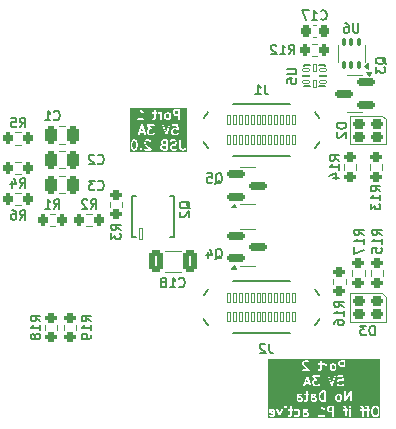
<source format=gbr>
%TF.GenerationSoftware,KiCad,Pcbnew,9.0.3*%
%TF.CreationDate,2025-08-02T18:11:11+02:00*%
%TF.ProjectId,USBPanel,55534250-616e-4656-9c2e-6b696361645f,rev?*%
%TF.SameCoordinates,Original*%
%TF.FileFunction,Legend,Bot*%
%TF.FilePolarity,Positive*%
%FSLAX46Y46*%
G04 Gerber Fmt 4.6, Leading zero omitted, Abs format (unit mm)*
G04 Created by KiCad (PCBNEW 9.0.3) date 2025-08-02 18:11:11*
%MOMM*%
%LPD*%
G01*
G04 APERTURE LIST*
G04 Aperture macros list*
%AMRoundRect*
0 Rectangle with rounded corners*
0 $1 Rounding radius*
0 $2 $3 $4 $5 $6 $7 $8 $9 X,Y pos of 4 corners*
0 Add a 4 corners polygon primitive as box body*
4,1,4,$2,$3,$4,$5,$6,$7,$8,$9,$2,$3,0*
0 Add four circle primitives for the rounded corners*
1,1,$1+$1,$2,$3*
1,1,$1+$1,$4,$5*
1,1,$1+$1,$6,$7*
1,1,$1+$1,$8,$9*
0 Add four rect primitives between the rounded corners*
20,1,$1+$1,$2,$3,$4,$5,0*
20,1,$1+$1,$4,$5,$6,$7,0*
20,1,$1+$1,$6,$7,$8,$9,0*
20,1,$1+$1,$8,$9,$2,$3,0*%
%AMFreePoly0*
4,1,37,-0.510866,0.496194,-0.483806,0.469134,-0.480000,0.450000,-0.480000,-0.050000,-0.170000,-0.050000,-0.170000,0.450000,-0.166194,0.469134,-0.139134,0.496194,-0.120000,0.500000,0.120000,0.500000,0.139134,0.496194,0.166194,0.469134,0.170000,0.450000,0.170000,-0.050000,0.480000,-0.050000,0.480000,0.450000,0.483806,0.469134,0.510866,0.496194,0.530000,0.500000,0.770000,0.500000,
0.789134,0.496194,0.816194,0.469134,0.820000,0.450000,0.820000,-0.450000,0.816194,-0.469134,0.789134,-0.496194,0.770000,-0.500000,-0.770000,-0.500000,-0.789134,-0.496194,-0.816194,-0.469134,-0.820000,-0.450000,-0.820000,0.450000,-0.816194,0.469134,-0.789134,0.496194,-0.770000,0.500000,-0.530000,0.500000,-0.510866,0.496194,-0.510866,0.496194,$1*%
%AMFreePoly1*
4,1,47,1.119134,0.556194,1.146194,0.529134,1.150000,0.510000,1.150000,-1.850000,1.146194,-1.869134,1.119134,-1.896194,1.100000,-1.900000,0.860000,-1.900000,0.840866,-1.896194,0.813806,-1.869134,0.810000,-1.850000,0.810000,-1.150000,0.500000,-1.150000,0.500000,-1.850000,0.496194,-1.869134,0.469134,-1.896194,0.450000,-1.900000,0.210000,-1.900000,0.190866,-1.896194,0.163806,-1.869134,
0.160000,-1.850000,0.160000,-1.150000,-0.150000,-1.150000,-0.150000,-1.850000,-0.153806,-1.869134,-0.180866,-1.896194,-0.200000,-1.900000,-0.440000,-1.900000,-0.459134,-1.896194,-0.486194,-1.869134,-0.490000,-1.850000,-0.490000,-1.150000,-0.800000,-1.150000,-0.800000,-1.850000,-0.803806,-1.869134,-0.830866,-1.896194,-0.850000,-1.900000,-1.090000,-1.900000,-1.109134,-1.896194,-1.136194,-1.869134,
-1.140000,-1.850000,-1.140000,0.510000,-1.136194,0.529134,-1.109134,0.556194,-1.090000,0.560000,1.100000,0.560000,1.119134,0.556194,1.119134,0.556194,$1*%
G04 Aperture macros list end*
%ADD10C,0.150000*%
%ADD11C,0.120000*%
%ADD12RoundRect,0.200000X0.300000X0.200000X-0.300000X0.200000X-0.300000X-0.200000X0.300000X-0.200000X0*%
%ADD13R,1.700000X1.700000*%
%ADD14C,1.700000*%
%ADD15C,3.500000*%
%ADD16C,1.300000*%
%ADD17C,1.800000*%
%ADD18RoundRect,0.200000X-0.200000X-0.275000X0.200000X-0.275000X0.200000X0.275000X-0.200000X0.275000X0*%
%ADD19RoundRect,0.250000X-0.250000X-0.475000X0.250000X-0.475000X0.250000X0.475000X-0.250000X0.475000X0*%
%ADD20RoundRect,0.200000X-0.275000X0.200000X-0.275000X-0.200000X0.275000X-0.200000X0.275000X0.200000X0*%
%ADD21RoundRect,0.030000X0.120000X0.395000X-0.120000X0.395000X-0.120000X-0.395000X0.120000X-0.395000X0*%
%ADD22RoundRect,0.030000X-0.120000X-0.395000X0.120000X-0.395000X0.120000X0.395000X-0.120000X0.395000X0*%
%ADD23O,0.850000X1.550000*%
%ADD24O,1.080000X0.800000*%
%ADD25O,1.850000X0.850000*%
%ADD26RoundRect,0.150000X-0.587500X-0.150000X0.587500X-0.150000X0.587500X0.150000X-0.587500X0.150000X0*%
%ADD27RoundRect,0.200000X0.200000X0.275000X-0.200000X0.275000X-0.200000X-0.275000X0.200000X-0.275000X0*%
%ADD28RoundRect,0.037500X0.287500X0.087500X-0.287500X0.087500X-0.287500X-0.087500X0.287500X-0.087500X0*%
%ADD29RoundRect,0.030000X0.295000X0.070000X-0.295000X0.070000X-0.295000X-0.070000X0.295000X-0.070000X0*%
%ADD30RoundRect,0.045000X0.105000X-0.305000X0.105000X0.305000X-0.105000X0.305000X-0.105000X-0.305000X0*%
%ADD31RoundRect,0.100000X0.100000X-0.225000X0.100000X0.225000X-0.100000X0.225000X-0.100000X-0.225000X0*%
%ADD32FreePoly0,180.000000*%
%ADD33FreePoly1,180.000000*%
%ADD34RoundRect,0.034000X0.136000X0.466000X-0.136000X0.466000X-0.136000X-0.466000X0.136000X-0.466000X0*%
%ADD35RoundRect,0.200000X0.275000X-0.200000X0.275000X0.200000X-0.275000X0.200000X-0.275000X-0.200000X0*%
%ADD36RoundRect,0.150000X0.587500X0.150000X-0.587500X0.150000X-0.587500X-0.150000X0.587500X-0.150000X0*%
%ADD37RoundRect,0.225000X-0.225000X-0.250000X0.225000X-0.250000X0.225000X0.250000X-0.225000X0.250000X0*%
%ADD38RoundRect,0.250000X-0.325000X-0.650000X0.325000X-0.650000X0.325000X0.650000X-0.325000X0.650000X0*%
G04 APERTURE END LIST*
D10*
G36*
X155977429Y-116254890D02*
G01*
X155996428Y-116292885D01*
X155996428Y-116336075D01*
X155766838Y-116290157D01*
X155784471Y-116254891D01*
X155822466Y-116235894D01*
X155939436Y-116235894D01*
X155977429Y-116254890D01*
G37*
G36*
X158623809Y-116464466D02*
G01*
X158796580Y-116464466D01*
X158834573Y-116483462D01*
X158853571Y-116521457D01*
X158853571Y-116562236D01*
X158834573Y-116600231D01*
X158796580Y-116619228D01*
X158641514Y-116619228D01*
X158622618Y-116609780D01*
X158622618Y-116464348D01*
X158623809Y-116464466D01*
G37*
G36*
X164750811Y-115993962D02*
G01*
X164803705Y-116046856D01*
X164834524Y-116170129D01*
X164834524Y-116418325D01*
X164803705Y-116541599D01*
X164750810Y-116594493D01*
X164701342Y-116619228D01*
X164584371Y-116619228D01*
X164534903Y-116594494D01*
X164482007Y-116541598D01*
X164451190Y-116418327D01*
X164451190Y-116170127D01*
X164482007Y-116046856D01*
X164534902Y-115993962D01*
X164584371Y-115969228D01*
X164701342Y-115969228D01*
X164750811Y-115993962D01*
G37*
G36*
X160986904Y-116238275D02*
G01*
X160774847Y-116238275D01*
X160725379Y-116213541D01*
X160704496Y-116192658D01*
X160679761Y-116143188D01*
X160679761Y-116064314D01*
X160704496Y-116014844D01*
X160725379Y-115993962D01*
X160774847Y-115969228D01*
X160986904Y-115969228D01*
X160986904Y-116238275D01*
G37*
G36*
X158128571Y-115176511D02*
G01*
X158301342Y-115176511D01*
X158339335Y-115195507D01*
X158358333Y-115233502D01*
X158358333Y-115274281D01*
X158339335Y-115312276D01*
X158301342Y-115331273D01*
X158146276Y-115331273D01*
X158127380Y-115321825D01*
X158127380Y-115176393D01*
X158128571Y-115176511D01*
G37*
G36*
X159309524Y-115176511D02*
G01*
X159482295Y-115176511D01*
X159520288Y-115195507D01*
X159539286Y-115233502D01*
X159539286Y-115274281D01*
X159520288Y-115312276D01*
X159482295Y-115331273D01*
X159327229Y-115331273D01*
X159308333Y-115321825D01*
X159308333Y-115176393D01*
X159309524Y-115176511D01*
G37*
G36*
X160301190Y-115331273D02*
G01*
X160197884Y-115331273D01*
X160111942Y-115302626D01*
X160056877Y-115247560D01*
X160027907Y-115189620D01*
X159994047Y-115054180D01*
X159994047Y-114958365D01*
X160027907Y-114822924D01*
X160056877Y-114764984D01*
X160111941Y-114709920D01*
X160197884Y-114681273D01*
X160301190Y-114681273D01*
X160301190Y-115331273D01*
G37*
G36*
X161627001Y-114972673D02*
G01*
X161647884Y-114993556D01*
X161672620Y-115043025D01*
X161672620Y-115236186D01*
X161647884Y-115285656D01*
X161627001Y-115306539D01*
X161577534Y-115331273D01*
X161498658Y-115331273D01*
X161449189Y-115306539D01*
X161428306Y-115285655D01*
X161403572Y-115236187D01*
X161403572Y-115043025D01*
X161428306Y-114993557D01*
X161449189Y-114972673D01*
X161498658Y-114947939D01*
X161577533Y-114947939D01*
X161627001Y-114972673D01*
G37*
G36*
X158976895Y-113814746D02*
G01*
X158804056Y-113814746D01*
X158890475Y-113555488D01*
X158976895Y-113814746D01*
G37*
G36*
X161150810Y-112396763D02*
G01*
X161171693Y-112417646D01*
X161196429Y-112467115D01*
X161196429Y-112660276D01*
X161171693Y-112709746D01*
X161150810Y-112730629D01*
X161101343Y-112755363D01*
X161022467Y-112755363D01*
X160972998Y-112730629D01*
X160952115Y-112709745D01*
X160927381Y-112660277D01*
X160927381Y-112467115D01*
X160952115Y-112417647D01*
X160972998Y-112396763D01*
X161022467Y-112372029D01*
X161101342Y-112372029D01*
X161150810Y-112396763D01*
G37*
G36*
X161958333Y-112374410D02*
G01*
X161746276Y-112374410D01*
X161696808Y-112349676D01*
X161675925Y-112328793D01*
X161651190Y-112279323D01*
X161651190Y-112200449D01*
X161675925Y-112150979D01*
X161696808Y-112130097D01*
X161746276Y-112105363D01*
X161958333Y-112105363D01*
X161958333Y-112374410D01*
G37*
G36*
X165073413Y-116858117D02*
G01*
X155526586Y-116858117D01*
X155526586Y-116275180D01*
X155615475Y-116275180D01*
X155615475Y-116351371D01*
X155616916Y-116366003D01*
X155619727Y-116372791D01*
X155621154Y-116380000D01*
X155625273Y-116386179D01*
X155628115Y-116393039D01*
X155633310Y-116398234D01*
X155637386Y-116404348D01*
X155643556Y-116408480D01*
X155648807Y-116413731D01*
X155655595Y-116416542D01*
X155661701Y-116420632D01*
X155675766Y-116424915D01*
X155996428Y-116489046D01*
X155996428Y-116562236D01*
X155977430Y-116600231D01*
X155939437Y-116619228D01*
X155822466Y-116619228D01*
X155762111Y-116589051D01*
X155748379Y-116583796D01*
X155719189Y-116581722D01*
X155691428Y-116590976D01*
X155669320Y-116610149D01*
X155656233Y-116636324D01*
X155654159Y-116665514D01*
X155663413Y-116693275D01*
X155682586Y-116715383D01*
X155695029Y-116723215D01*
X155771220Y-116761310D01*
X155784952Y-116766565D01*
X155787639Y-116766755D01*
X155790129Y-116767787D01*
X155804761Y-116769228D01*
X155957142Y-116769228D01*
X155971774Y-116767787D01*
X155974263Y-116766755D01*
X155976951Y-116766565D01*
X155990683Y-116761310D01*
X156066873Y-116723215D01*
X156069320Y-116721674D01*
X156070474Y-116721290D01*
X156071910Y-116720044D01*
X156079316Y-116715383D01*
X156085479Y-116708276D01*
X156092581Y-116702117D01*
X156097241Y-116694713D01*
X156098489Y-116693275D01*
X156098873Y-116692120D01*
X156100414Y-116689674D01*
X156138510Y-116613484D01*
X156143765Y-116599752D01*
X156143956Y-116597062D01*
X156144987Y-116594574D01*
X156146428Y-116579942D01*
X156146428Y-116275180D01*
X156144987Y-116260548D01*
X156143954Y-116258056D01*
X156143764Y-116255370D01*
X156138509Y-116241638D01*
X156103617Y-116171855D01*
X156263899Y-116171855D01*
X156267463Y-116186119D01*
X156457940Y-116719453D01*
X156464219Y-116732748D01*
X156466745Y-116735538D01*
X156468357Y-116738941D01*
X156476492Y-116746306D01*
X156483858Y-116754442D01*
X156487260Y-116756053D01*
X156490051Y-116758580D01*
X156500388Y-116762271D01*
X156510304Y-116766969D01*
X156514062Y-116767155D01*
X156517610Y-116768423D01*
X156528571Y-116767877D01*
X156539532Y-116768423D01*
X156543079Y-116767155D01*
X156546838Y-116766969D01*
X156556753Y-116762271D01*
X156567091Y-116758580D01*
X156569881Y-116756053D01*
X156573284Y-116754442D01*
X156580652Y-116746302D01*
X156588785Y-116738940D01*
X156590395Y-116735539D01*
X156592923Y-116732748D01*
X156599202Y-116719453D01*
X156789678Y-116186119D01*
X156793242Y-116171855D01*
X156792697Y-116160894D01*
X156948808Y-116160894D01*
X156948808Y-116694228D01*
X156950249Y-116708860D01*
X156961448Y-116735896D01*
X156982140Y-116756588D01*
X157009176Y-116767787D01*
X157038440Y-116767787D01*
X157065476Y-116756588D01*
X157086168Y-116735896D01*
X157097367Y-116708860D01*
X157098808Y-116694228D01*
X157098808Y-116160894D01*
X157097367Y-116146262D01*
X157216916Y-116146262D01*
X157216916Y-116175526D01*
X157228115Y-116202562D01*
X157248807Y-116223254D01*
X157275843Y-116234453D01*
X157290475Y-116235894D01*
X157405951Y-116235894D01*
X157405951Y-116562237D01*
X157386954Y-116600231D01*
X157348961Y-116619228D01*
X157290475Y-116619228D01*
X157275843Y-116620669D01*
X157248807Y-116631868D01*
X157228115Y-116652560D01*
X157216916Y-116679596D01*
X157216916Y-116708860D01*
X157228115Y-116735896D01*
X157248807Y-116756588D01*
X157275843Y-116767787D01*
X157290475Y-116769228D01*
X157366666Y-116769228D01*
X157381298Y-116767787D01*
X157383787Y-116766755D01*
X157386475Y-116766565D01*
X157400207Y-116761310D01*
X157476397Y-116723215D01*
X157478844Y-116721674D01*
X157479998Y-116721290D01*
X157481434Y-116720044D01*
X157488840Y-116715383D01*
X157495001Y-116708278D01*
X157502106Y-116702117D01*
X157506767Y-116694711D01*
X157508013Y-116693275D01*
X157508397Y-116692121D01*
X157509938Y-116689674D01*
X157548033Y-116613483D01*
X157553288Y-116599751D01*
X157553478Y-116597063D01*
X157554510Y-116594574D01*
X157555951Y-116579942D01*
X157555951Y-116235894D01*
X157595237Y-116235894D01*
X157609869Y-116234453D01*
X157636905Y-116223254D01*
X157657597Y-116202562D01*
X157662962Y-116189610D01*
X157749397Y-116189610D01*
X157751471Y-116218800D01*
X157764559Y-116244974D01*
X157786666Y-116264147D01*
X157814428Y-116273401D01*
X157843618Y-116271327D01*
X157857349Y-116266072D01*
X157917704Y-116235894D01*
X158034674Y-116235894D01*
X158084142Y-116260628D01*
X158105025Y-116281511D01*
X158129761Y-116330980D01*
X158129761Y-116524141D01*
X158105025Y-116573611D01*
X158084142Y-116594494D01*
X158034675Y-116619228D01*
X157917704Y-116619228D01*
X157857349Y-116589051D01*
X157843617Y-116583796D01*
X157814427Y-116581722D01*
X157786666Y-116590976D01*
X157764558Y-116610149D01*
X157751471Y-116636324D01*
X157749397Y-116665514D01*
X157758651Y-116693275D01*
X157777824Y-116715383D01*
X157790267Y-116723215D01*
X157866458Y-116761310D01*
X157880190Y-116766565D01*
X157882877Y-116766755D01*
X157885367Y-116767787D01*
X157899999Y-116769228D01*
X158052380Y-116769228D01*
X158067012Y-116767787D01*
X158069501Y-116766755D01*
X158072189Y-116766565D01*
X158085921Y-116761310D01*
X158162111Y-116723215D01*
X158168410Y-116719250D01*
X158170238Y-116718493D01*
X158172294Y-116716805D01*
X158174554Y-116715383D01*
X158175854Y-116713883D01*
X158181604Y-116709165D01*
X158219699Y-116671069D01*
X158224419Y-116665317D01*
X158225914Y-116664021D01*
X158227333Y-116661766D01*
X158229026Y-116659704D01*
X158229784Y-116657873D01*
X158233747Y-116651579D01*
X158271842Y-116575389D01*
X158277097Y-116561657D01*
X158277287Y-116558970D01*
X158278320Y-116556479D01*
X158279761Y-116541847D01*
X158279761Y-116313275D01*
X158278320Y-116298643D01*
X158277287Y-116296151D01*
X158277097Y-116293465D01*
X158271842Y-116279733D01*
X158269565Y-116275180D01*
X158472618Y-116275180D01*
X158472618Y-116694228D01*
X158474059Y-116708860D01*
X158485258Y-116735896D01*
X158505950Y-116756588D01*
X158532986Y-116767787D01*
X158562250Y-116767787D01*
X158584657Y-116758505D01*
X158590268Y-116761310D01*
X158604000Y-116766565D01*
X158606687Y-116766755D01*
X158609177Y-116767787D01*
X158623809Y-116769228D01*
X158814285Y-116769228D01*
X158828917Y-116767787D01*
X158831406Y-116766755D01*
X158834094Y-116766565D01*
X158847826Y-116761310D01*
X158924016Y-116723215D01*
X158926463Y-116721674D01*
X158927617Y-116721290D01*
X158929053Y-116720044D01*
X158936459Y-116715383D01*
X158942622Y-116708276D01*
X158949724Y-116702117D01*
X158954384Y-116694713D01*
X158955632Y-116693275D01*
X158956016Y-116692120D01*
X158957557Y-116689674D01*
X158962596Y-116679596D01*
X159769298Y-116679596D01*
X159769298Y-116708860D01*
X159780497Y-116735896D01*
X159801189Y-116756588D01*
X159828225Y-116767787D01*
X159842857Y-116769228D01*
X160300000Y-116769228D01*
X160314632Y-116767787D01*
X160341668Y-116756588D01*
X160362360Y-116735896D01*
X160373559Y-116708860D01*
X160373559Y-116679596D01*
X160362360Y-116652560D01*
X160341668Y-116631868D01*
X160314632Y-116620669D01*
X160300000Y-116619228D01*
X160146428Y-116619228D01*
X160146428Y-116113388D01*
X160170776Y-116137737D01*
X160176525Y-116142455D01*
X160177825Y-116143954D01*
X160180084Y-116145375D01*
X160182141Y-116147064D01*
X160183968Y-116147821D01*
X160190268Y-116151786D01*
X160266459Y-116189881D01*
X160280191Y-116195136D01*
X160309381Y-116197210D01*
X160337142Y-116187956D01*
X160359250Y-116168783D01*
X160372337Y-116142608D01*
X160374411Y-116113418D01*
X160365157Y-116085657D01*
X160345984Y-116063549D01*
X160333541Y-116055717D01*
X160315325Y-116046609D01*
X160529761Y-116046609D01*
X160529761Y-116160894D01*
X160531202Y-116175526D01*
X160532232Y-116178014D01*
X160532424Y-116180704D01*
X160537679Y-116194435D01*
X160575775Y-116270626D01*
X160579738Y-116276922D01*
X160580497Y-116278753D01*
X160582188Y-116280814D01*
X160583608Y-116283069D01*
X160585103Y-116284365D01*
X160589824Y-116290118D01*
X160627919Y-116328213D01*
X160633668Y-116332931D01*
X160634968Y-116334430D01*
X160637227Y-116335851D01*
X160639284Y-116337540D01*
X160641111Y-116338297D01*
X160647411Y-116342262D01*
X160723601Y-116380357D01*
X160737333Y-116385612D01*
X160740020Y-116385802D01*
X160742510Y-116386834D01*
X160757142Y-116388275D01*
X160986904Y-116388275D01*
X160986904Y-116694228D01*
X160988345Y-116708860D01*
X160999544Y-116735896D01*
X161020236Y-116756588D01*
X161047272Y-116767787D01*
X161076536Y-116767787D01*
X161103572Y-116756588D01*
X161124264Y-116735896D01*
X161135463Y-116708860D01*
X161136904Y-116694228D01*
X161136904Y-115894228D01*
X161135463Y-115879596D01*
X161864536Y-115879596D01*
X161864536Y-115908860D01*
X161875735Y-115935896D01*
X161896427Y-115956588D01*
X161923463Y-115967787D01*
X161938095Y-115969228D01*
X161996581Y-115969228D01*
X162034574Y-115988224D01*
X162053571Y-116026218D01*
X162053571Y-116085894D01*
X161938095Y-116085894D01*
X161923463Y-116087335D01*
X161896427Y-116098534D01*
X161875735Y-116119226D01*
X161864536Y-116146262D01*
X161864536Y-116175526D01*
X161875735Y-116202562D01*
X161896427Y-116223254D01*
X161923463Y-116234453D01*
X161938095Y-116235894D01*
X162053571Y-116235894D01*
X162053571Y-116694228D01*
X162055012Y-116708860D01*
X162066211Y-116735896D01*
X162086903Y-116756588D01*
X162113939Y-116767787D01*
X162143203Y-116767787D01*
X162170239Y-116756588D01*
X162190931Y-116735896D01*
X162202130Y-116708860D01*
X162203571Y-116694228D01*
X162203571Y-116235894D01*
X162242857Y-116235894D01*
X162257489Y-116234453D01*
X162284525Y-116223254D01*
X162305217Y-116202562D01*
X162316416Y-116175526D01*
X162316416Y-116160894D01*
X162434523Y-116160894D01*
X162434523Y-116694228D01*
X162435964Y-116708860D01*
X162447163Y-116735896D01*
X162467855Y-116756588D01*
X162494891Y-116767787D01*
X162524155Y-116767787D01*
X162551191Y-116756588D01*
X162571883Y-116735896D01*
X162583082Y-116708860D01*
X162584523Y-116694228D01*
X162584523Y-116160894D01*
X162583082Y-116146262D01*
X162571883Y-116119226D01*
X162551191Y-116098534D01*
X162524155Y-116087335D01*
X162494891Y-116087335D01*
X162467855Y-116098534D01*
X162447163Y-116119226D01*
X162435964Y-116146262D01*
X162434523Y-116160894D01*
X162316416Y-116160894D01*
X162316416Y-116146262D01*
X162305217Y-116119226D01*
X162284525Y-116098534D01*
X162257489Y-116087335D01*
X162242857Y-116085894D01*
X162203571Y-116085894D01*
X162203571Y-116008513D01*
X162202130Y-115993881D01*
X162201098Y-115991391D01*
X162200908Y-115988704D01*
X162195653Y-115974972D01*
X162167013Y-115917692D01*
X162397869Y-115917692D01*
X162397869Y-115946954D01*
X162409068Y-115973991D01*
X162418395Y-115985356D01*
X162456490Y-116023451D01*
X162467855Y-116032778D01*
X162494891Y-116043977D01*
X162524155Y-116043977D01*
X162540308Y-116037286D01*
X162551190Y-116032779D01*
X162562555Y-116023452D01*
X162600651Y-115985357D01*
X162609979Y-115973992D01*
X162621178Y-115946956D01*
X162621178Y-115917693D01*
X162621178Y-115917692D01*
X162621178Y-115917690D01*
X162609979Y-115890654D01*
X162600903Y-115879596D01*
X163312155Y-115879596D01*
X163312155Y-115908860D01*
X163323354Y-115935896D01*
X163344046Y-115956588D01*
X163371082Y-115967787D01*
X163385714Y-115969228D01*
X163444200Y-115969228D01*
X163482193Y-115988224D01*
X163501190Y-116026218D01*
X163501190Y-116085894D01*
X163385714Y-116085894D01*
X163371082Y-116087335D01*
X163344046Y-116098534D01*
X163323354Y-116119226D01*
X163312155Y-116146262D01*
X163312155Y-116175526D01*
X163323354Y-116202562D01*
X163344046Y-116223254D01*
X163371082Y-116234453D01*
X163385714Y-116235894D01*
X163501190Y-116235894D01*
X163501190Y-116694228D01*
X163502631Y-116708860D01*
X163513830Y-116735896D01*
X163534522Y-116756588D01*
X163561558Y-116767787D01*
X163590822Y-116767787D01*
X163617858Y-116756588D01*
X163638550Y-116735896D01*
X163649749Y-116708860D01*
X163651190Y-116694228D01*
X163651190Y-116235894D01*
X163690476Y-116235894D01*
X163705108Y-116234453D01*
X163732144Y-116223254D01*
X163752836Y-116202562D01*
X163764035Y-116175526D01*
X163764035Y-116146262D01*
X163752836Y-116119226D01*
X163732144Y-116098534D01*
X163705108Y-116087335D01*
X163690476Y-116085894D01*
X163651190Y-116085894D01*
X163651190Y-116008513D01*
X163649749Y-115993881D01*
X163648717Y-115991391D01*
X163648527Y-115988704D01*
X163643272Y-115974972D01*
X163605177Y-115898782D01*
X163603636Y-115896334D01*
X163603252Y-115895181D01*
X163602006Y-115893744D01*
X163597345Y-115886339D01*
X163590240Y-115880177D01*
X163589736Y-115879596D01*
X163769298Y-115879596D01*
X163769298Y-115908860D01*
X163780497Y-115935896D01*
X163801189Y-115956588D01*
X163828225Y-115967787D01*
X163842857Y-115969228D01*
X163901343Y-115969228D01*
X163939336Y-115988224D01*
X163958333Y-116026218D01*
X163958333Y-116085894D01*
X163842857Y-116085894D01*
X163828225Y-116087335D01*
X163801189Y-116098534D01*
X163780497Y-116119226D01*
X163769298Y-116146262D01*
X163769298Y-116175526D01*
X163780497Y-116202562D01*
X163801189Y-116223254D01*
X163828225Y-116234453D01*
X163842857Y-116235894D01*
X163958333Y-116235894D01*
X163958333Y-116694228D01*
X163959774Y-116708860D01*
X163970973Y-116735896D01*
X163991665Y-116756588D01*
X164018701Y-116767787D01*
X164047965Y-116767787D01*
X164075001Y-116756588D01*
X164095693Y-116735896D01*
X164106892Y-116708860D01*
X164108333Y-116694228D01*
X164108333Y-116235894D01*
X164147619Y-116235894D01*
X164162251Y-116234453D01*
X164189287Y-116223254D01*
X164209979Y-116202562D01*
X164221178Y-116175526D01*
X164221178Y-116160894D01*
X164301190Y-116160894D01*
X164301190Y-116427561D01*
X164301441Y-116430114D01*
X164301279Y-116431206D01*
X164302087Y-116436678D01*
X164302631Y-116442193D01*
X164303054Y-116443214D01*
X164303429Y-116445751D01*
X164341524Y-116598132D01*
X164346471Y-116611978D01*
X164349791Y-116616459D01*
X164351925Y-116621610D01*
X164361252Y-116632975D01*
X164437443Y-116709166D01*
X164443192Y-116713884D01*
X164444492Y-116715383D01*
X164446751Y-116716804D01*
X164448808Y-116718493D01*
X164450635Y-116719250D01*
X164456935Y-116723215D01*
X164533125Y-116761310D01*
X164546857Y-116766565D01*
X164549544Y-116766755D01*
X164552034Y-116767787D01*
X164566666Y-116769228D01*
X164719047Y-116769228D01*
X164733679Y-116767787D01*
X164736168Y-116766755D01*
X164738856Y-116766565D01*
X164752588Y-116761310D01*
X164828779Y-116723215D01*
X164835078Y-116719250D01*
X164836906Y-116718493D01*
X164838962Y-116716804D01*
X164841222Y-116715383D01*
X164842521Y-116713884D01*
X164848271Y-116709166D01*
X164924462Y-116632974D01*
X164933789Y-116621609D01*
X164935922Y-116616458D01*
X164939242Y-116611978D01*
X164944189Y-116598133D01*
X164982285Y-116445751D01*
X164982660Y-116443214D01*
X164983083Y-116442193D01*
X164983625Y-116436680D01*
X164984435Y-116431207D01*
X164984272Y-116430114D01*
X164984524Y-116427561D01*
X164984524Y-116160894D01*
X164984272Y-116158340D01*
X164984435Y-116157248D01*
X164983625Y-116151774D01*
X164983083Y-116146262D01*
X164982660Y-116145240D01*
X164982285Y-116142704D01*
X164944189Y-115990322D01*
X164939242Y-115976477D01*
X164935923Y-115971997D01*
X164933789Y-115966845D01*
X164924461Y-115955480D01*
X164848271Y-115879290D01*
X164842521Y-115874571D01*
X164841222Y-115873073D01*
X164838962Y-115871651D01*
X164836906Y-115869963D01*
X164835078Y-115869205D01*
X164828779Y-115865241D01*
X164752588Y-115827146D01*
X164738856Y-115821891D01*
X164736168Y-115821700D01*
X164733679Y-115820669D01*
X164719047Y-115819228D01*
X164566666Y-115819228D01*
X164552034Y-115820669D01*
X164549544Y-115821700D01*
X164546857Y-115821891D01*
X164533125Y-115827146D01*
X164456935Y-115865241D01*
X164450638Y-115869204D01*
X164448809Y-115869962D01*
X164446750Y-115871651D01*
X164444492Y-115873073D01*
X164443192Y-115874571D01*
X164437444Y-115879289D01*
X164361252Y-115955480D01*
X164351925Y-115966845D01*
X164349791Y-115971995D01*
X164346471Y-115976477D01*
X164341524Y-115990323D01*
X164303429Y-116142704D01*
X164303054Y-116145240D01*
X164302631Y-116146262D01*
X164302087Y-116151776D01*
X164301279Y-116157249D01*
X164301441Y-116158340D01*
X164301190Y-116160894D01*
X164221178Y-116160894D01*
X164221178Y-116146262D01*
X164209979Y-116119226D01*
X164189287Y-116098534D01*
X164162251Y-116087335D01*
X164147619Y-116085894D01*
X164108333Y-116085894D01*
X164108333Y-116008513D01*
X164106892Y-115993881D01*
X164105860Y-115991391D01*
X164105670Y-115988704D01*
X164100415Y-115974972D01*
X164062320Y-115898782D01*
X164060779Y-115896334D01*
X164060395Y-115895181D01*
X164059149Y-115893744D01*
X164054488Y-115886339D01*
X164047383Y-115880177D01*
X164041222Y-115873073D01*
X164033816Y-115868411D01*
X164032380Y-115867166D01*
X164031226Y-115866781D01*
X164028779Y-115865241D01*
X163952589Y-115827146D01*
X163938857Y-115821891D01*
X163936169Y-115821700D01*
X163933680Y-115820669D01*
X163919048Y-115819228D01*
X163842857Y-115819228D01*
X163828225Y-115820669D01*
X163801189Y-115831868D01*
X163780497Y-115852560D01*
X163769298Y-115879596D01*
X163589736Y-115879596D01*
X163584079Y-115873073D01*
X163576673Y-115868411D01*
X163575237Y-115867166D01*
X163574083Y-115866781D01*
X163571636Y-115865241D01*
X163495446Y-115827146D01*
X163481714Y-115821891D01*
X163479026Y-115821700D01*
X163476537Y-115820669D01*
X163461905Y-115819228D01*
X163385714Y-115819228D01*
X163371082Y-115820669D01*
X163344046Y-115831868D01*
X163323354Y-115852560D01*
X163312155Y-115879596D01*
X162600903Y-115879596D01*
X162600651Y-115879289D01*
X162562555Y-115841194D01*
X162551190Y-115831867D01*
X162539791Y-115827146D01*
X162524155Y-115820669D01*
X162524154Y-115820669D01*
X162494891Y-115820669D01*
X162467855Y-115831868D01*
X162456490Y-115841195D01*
X162418395Y-115879290D01*
X162409069Y-115890654D01*
X162409068Y-115890655D01*
X162397869Y-115917692D01*
X162167013Y-115917692D01*
X162157558Y-115898782D01*
X162156017Y-115896334D01*
X162155633Y-115895181D01*
X162154387Y-115893744D01*
X162149726Y-115886339D01*
X162142621Y-115880177D01*
X162136460Y-115873073D01*
X162129054Y-115868411D01*
X162127618Y-115867166D01*
X162126464Y-115866781D01*
X162124017Y-115865241D01*
X162047827Y-115827146D01*
X162034095Y-115821891D01*
X162031407Y-115821700D01*
X162028918Y-115820669D01*
X162014286Y-115819228D01*
X161938095Y-115819228D01*
X161923463Y-115820669D01*
X161896427Y-115831868D01*
X161875735Y-115852560D01*
X161864536Y-115879596D01*
X161135463Y-115879596D01*
X161124264Y-115852560D01*
X161103572Y-115831868D01*
X161076536Y-115820669D01*
X161061904Y-115819228D01*
X160757142Y-115819228D01*
X160742510Y-115820669D01*
X160740020Y-115821700D01*
X160737333Y-115821891D01*
X160723601Y-115827146D01*
X160647411Y-115865241D01*
X160641111Y-115869205D01*
X160639284Y-115869963D01*
X160637227Y-115871651D01*
X160634968Y-115873073D01*
X160633668Y-115874571D01*
X160627919Y-115879290D01*
X160589824Y-115917385D01*
X160585103Y-115923137D01*
X160583608Y-115924434D01*
X160582188Y-115926688D01*
X160580497Y-115928750D01*
X160579738Y-115930580D01*
X160575775Y-115936877D01*
X160537679Y-116013068D01*
X160532424Y-116026799D01*
X160532232Y-116029488D01*
X160531202Y-116031977D01*
X160529761Y-116046609D01*
X160315325Y-116046609D01*
X160268236Y-116023064D01*
X160205904Y-115960733D01*
X160133832Y-115852625D01*
X160133797Y-115852582D01*
X160133788Y-115852560D01*
X160133736Y-115852508D01*
X160124516Y-115841250D01*
X160118346Y-115837118D01*
X160113096Y-115831868D01*
X160106306Y-115829055D01*
X160100201Y-115824967D01*
X160092920Y-115823510D01*
X160086060Y-115820669D01*
X160078711Y-115820669D01*
X160071506Y-115819228D01*
X160064222Y-115820669D01*
X160056796Y-115820669D01*
X160050007Y-115823480D01*
X160042799Y-115824907D01*
X160036620Y-115829026D01*
X160029760Y-115831868D01*
X160024564Y-115837063D01*
X160018450Y-115841140D01*
X160014318Y-115847309D01*
X160009068Y-115852560D01*
X160006255Y-115859349D01*
X160002167Y-115865455D01*
X160000710Y-115872735D01*
X159997869Y-115879596D01*
X159996443Y-115894074D01*
X159996428Y-115894150D01*
X159996433Y-115894175D01*
X159996428Y-115894228D01*
X159996428Y-116619228D01*
X159842857Y-116619228D01*
X159828225Y-116620669D01*
X159801189Y-116631868D01*
X159780497Y-116652560D01*
X159769298Y-116679596D01*
X158962596Y-116679596D01*
X158995653Y-116613484D01*
X159000908Y-116599752D01*
X159001099Y-116597062D01*
X159002130Y-116594574D01*
X159003571Y-116579942D01*
X159003571Y-116503752D01*
X159002130Y-116489120D01*
X159001099Y-116486631D01*
X159000908Y-116483942D01*
X158995653Y-116470210D01*
X158957557Y-116394020D01*
X158956016Y-116391573D01*
X158955632Y-116390419D01*
X158954384Y-116388980D01*
X158949724Y-116381577D01*
X158942622Y-116375417D01*
X158936459Y-116368311D01*
X158929053Y-116363649D01*
X158927617Y-116362404D01*
X158926463Y-116362019D01*
X158924016Y-116360479D01*
X158847826Y-116322384D01*
X158834094Y-116317129D01*
X158831406Y-116316938D01*
X158828917Y-116315907D01*
X158814285Y-116314466D01*
X158641514Y-116314466D01*
X158622618Y-116305018D01*
X158622618Y-116292885D01*
X158641614Y-116254891D01*
X158679609Y-116235894D01*
X158796579Y-116235894D01*
X158856933Y-116266071D01*
X158870665Y-116271326D01*
X158899855Y-116273401D01*
X158927616Y-116264147D01*
X158949724Y-116244974D01*
X158962811Y-116218800D01*
X158964886Y-116189610D01*
X158955632Y-116161848D01*
X158936459Y-116139741D01*
X158924016Y-116131908D01*
X158847827Y-116093812D01*
X158834095Y-116088557D01*
X158831405Y-116088365D01*
X158828917Y-116087335D01*
X158814285Y-116085894D01*
X158661904Y-116085894D01*
X158647272Y-116087335D01*
X158644783Y-116088365D01*
X158642094Y-116088557D01*
X158628362Y-116093812D01*
X158552172Y-116131908D01*
X158549725Y-116133448D01*
X158548571Y-116133833D01*
X158547132Y-116135080D01*
X158539729Y-116139741D01*
X158533569Y-116146842D01*
X158526463Y-116153006D01*
X158521801Y-116160411D01*
X158520556Y-116161848D01*
X158520171Y-116163001D01*
X158518631Y-116165449D01*
X158480536Y-116241639D01*
X158475281Y-116255371D01*
X158475090Y-116258058D01*
X158474059Y-116260548D01*
X158472618Y-116275180D01*
X158269565Y-116275180D01*
X158233747Y-116203543D01*
X158229782Y-116197245D01*
X158229025Y-116195417D01*
X158227333Y-116193356D01*
X158225914Y-116191101D01*
X158224418Y-116189804D01*
X158219698Y-116184052D01*
X158181603Y-116145957D01*
X158175850Y-116141236D01*
X158174554Y-116139741D01*
X158172299Y-116138321D01*
X158170238Y-116136630D01*
X158168407Y-116135871D01*
X158162111Y-116131908D01*
X158085922Y-116093812D01*
X158072190Y-116088557D01*
X158069500Y-116088365D01*
X158067012Y-116087335D01*
X158052380Y-116085894D01*
X157899999Y-116085894D01*
X157885367Y-116087335D01*
X157882878Y-116088365D01*
X157880189Y-116088557D01*
X157866457Y-116093812D01*
X157790267Y-116131908D01*
X157777824Y-116139741D01*
X157758651Y-116161848D01*
X157749397Y-116189610D01*
X157662962Y-116189610D01*
X157668796Y-116175526D01*
X157668796Y-116146262D01*
X157657597Y-116119226D01*
X157636905Y-116098534D01*
X157609869Y-116087335D01*
X157595237Y-116085894D01*
X157555951Y-116085894D01*
X157555951Y-115894228D01*
X157554510Y-115879596D01*
X157543311Y-115852560D01*
X157522619Y-115831868D01*
X157495583Y-115820669D01*
X157466319Y-115820669D01*
X157439283Y-115831868D01*
X157418591Y-115852560D01*
X157407392Y-115879596D01*
X157405951Y-115894228D01*
X157405951Y-116085894D01*
X157290475Y-116085894D01*
X157275843Y-116087335D01*
X157248807Y-116098534D01*
X157228115Y-116119226D01*
X157216916Y-116146262D01*
X157097367Y-116146262D01*
X157086168Y-116119226D01*
X157065476Y-116098534D01*
X157038440Y-116087335D01*
X157009176Y-116087335D01*
X156982140Y-116098534D01*
X156961448Y-116119226D01*
X156950249Y-116146262D01*
X156948808Y-116160894D01*
X156792697Y-116160894D01*
X156791788Y-116142627D01*
X156779261Y-116116181D01*
X156757567Y-116096542D01*
X156730008Y-116086699D01*
X156700780Y-116088153D01*
X156674334Y-116100680D01*
X156654695Y-116122374D01*
X156648416Y-116135669D01*
X156528570Y-116471235D01*
X156408725Y-116135669D01*
X156402446Y-116122374D01*
X156382807Y-116100680D01*
X156356360Y-116088152D01*
X156327133Y-116086699D01*
X156299574Y-116096542D01*
X156277880Y-116116181D01*
X156265352Y-116142628D01*
X156263899Y-116171855D01*
X156103617Y-116171855D01*
X156100414Y-116165448D01*
X156098873Y-116163000D01*
X156098489Y-116161848D01*
X156097243Y-116160411D01*
X156092581Y-116153006D01*
X156085476Y-116146844D01*
X156079316Y-116139741D01*
X156071912Y-116135080D01*
X156070473Y-116133832D01*
X156069317Y-116133446D01*
X156066873Y-116131908D01*
X155990684Y-116093812D01*
X155976952Y-116088557D01*
X155974262Y-116088365D01*
X155971774Y-116087335D01*
X155957142Y-116085894D01*
X155804761Y-116085894D01*
X155790129Y-116087335D01*
X155787640Y-116088365D01*
X155784951Y-116088557D01*
X155771219Y-116093812D01*
X155695029Y-116131908D01*
X155692582Y-116133448D01*
X155691428Y-116133833D01*
X155689989Y-116135080D01*
X155682586Y-116139741D01*
X155676426Y-116146842D01*
X155669320Y-116153006D01*
X155664658Y-116160411D01*
X155663413Y-116161848D01*
X155663028Y-116163001D01*
X155661488Y-116165449D01*
X155623393Y-116241639D01*
X155618138Y-116255371D01*
X155617947Y-116258058D01*
X155616916Y-116260548D01*
X155615475Y-116275180D01*
X155526586Y-116275180D01*
X155526586Y-115917692D01*
X156912154Y-115917692D01*
X156912154Y-115946954D01*
X156923353Y-115973991D01*
X156932680Y-115985356D01*
X156970775Y-116023451D01*
X156982140Y-116032778D01*
X157009176Y-116043977D01*
X157038440Y-116043977D01*
X157054593Y-116037286D01*
X157065475Y-116032779D01*
X157076840Y-116023452D01*
X157114936Y-115985357D01*
X157124264Y-115973992D01*
X157135463Y-115946956D01*
X157135463Y-115917693D01*
X157135463Y-115917692D01*
X157135463Y-115917690D01*
X157124264Y-115890654D01*
X157114936Y-115879289D01*
X157076840Y-115841194D01*
X157065475Y-115831867D01*
X157054076Y-115827146D01*
X157038440Y-115820669D01*
X157038439Y-115820669D01*
X157009176Y-115820669D01*
X156982140Y-115831868D01*
X156970775Y-115841195D01*
X156932680Y-115879290D01*
X156923354Y-115890654D01*
X156923353Y-115890655D01*
X156912154Y-115917692D01*
X155526586Y-115917692D01*
X155526586Y-114987225D01*
X157977380Y-114987225D01*
X157977380Y-115406273D01*
X157978821Y-115420905D01*
X157990020Y-115447941D01*
X158010712Y-115468633D01*
X158037748Y-115479832D01*
X158067012Y-115479832D01*
X158089419Y-115470550D01*
X158095030Y-115473355D01*
X158108762Y-115478610D01*
X158111449Y-115478800D01*
X158113939Y-115479832D01*
X158128571Y-115481273D01*
X158319047Y-115481273D01*
X158333679Y-115479832D01*
X158336168Y-115478800D01*
X158338856Y-115478610D01*
X158352588Y-115473355D01*
X158428778Y-115435260D01*
X158431225Y-115433719D01*
X158432379Y-115433335D01*
X158433815Y-115432089D01*
X158441221Y-115427428D01*
X158447384Y-115420321D01*
X158454486Y-115414162D01*
X158459146Y-115406758D01*
X158460394Y-115405320D01*
X158460778Y-115404165D01*
X158462319Y-115401719D01*
X158500415Y-115325529D01*
X158505670Y-115311797D01*
X158505861Y-115309107D01*
X158506892Y-115306619D01*
X158508333Y-115291987D01*
X158508333Y-115215797D01*
X158506892Y-115201165D01*
X158505861Y-115198676D01*
X158505670Y-115195987D01*
X158500415Y-115182255D01*
X158462319Y-115106065D01*
X158460778Y-115103618D01*
X158460394Y-115102464D01*
X158459146Y-115101025D01*
X158454486Y-115093622D01*
X158447384Y-115087462D01*
X158441221Y-115080356D01*
X158433815Y-115075694D01*
X158432379Y-115074449D01*
X158431225Y-115074064D01*
X158428778Y-115072524D01*
X158352588Y-115034429D01*
X158338856Y-115029174D01*
X158336168Y-115028983D01*
X158333679Y-115027952D01*
X158319047Y-115026511D01*
X158146276Y-115026511D01*
X158127380Y-115017063D01*
X158127380Y-115004930D01*
X158146376Y-114966936D01*
X158184371Y-114947939D01*
X158301341Y-114947939D01*
X158361695Y-114978116D01*
X158375427Y-114983371D01*
X158404617Y-114985446D01*
X158432378Y-114976192D01*
X158454486Y-114957019D01*
X158467573Y-114930845D01*
X158469648Y-114901655D01*
X158460394Y-114873893D01*
X158446877Y-114858307D01*
X158588345Y-114858307D01*
X158588345Y-114887571D01*
X158599544Y-114914607D01*
X158620236Y-114935299D01*
X158647272Y-114946498D01*
X158661904Y-114947939D01*
X158777380Y-114947939D01*
X158777380Y-115274282D01*
X158758383Y-115312276D01*
X158720390Y-115331273D01*
X158661904Y-115331273D01*
X158647272Y-115332714D01*
X158620236Y-115343913D01*
X158599544Y-115364605D01*
X158588345Y-115391641D01*
X158588345Y-115420905D01*
X158599544Y-115447941D01*
X158620236Y-115468633D01*
X158647272Y-115479832D01*
X158661904Y-115481273D01*
X158738095Y-115481273D01*
X158752727Y-115479832D01*
X158755216Y-115478800D01*
X158757904Y-115478610D01*
X158771636Y-115473355D01*
X158847826Y-115435260D01*
X158850273Y-115433719D01*
X158851427Y-115433335D01*
X158852863Y-115432089D01*
X158860269Y-115427428D01*
X158866430Y-115420323D01*
X158873535Y-115414162D01*
X158878196Y-115406756D01*
X158879442Y-115405320D01*
X158879826Y-115404166D01*
X158881367Y-115401719D01*
X158919462Y-115325528D01*
X158924717Y-115311796D01*
X158924907Y-115309108D01*
X158925939Y-115306619D01*
X158927380Y-115291987D01*
X158927380Y-114987225D01*
X159158333Y-114987225D01*
X159158333Y-115406273D01*
X159159774Y-115420905D01*
X159170973Y-115447941D01*
X159191665Y-115468633D01*
X159218701Y-115479832D01*
X159247965Y-115479832D01*
X159270372Y-115470550D01*
X159275983Y-115473355D01*
X159289715Y-115478610D01*
X159292402Y-115478800D01*
X159294892Y-115479832D01*
X159309524Y-115481273D01*
X159500000Y-115481273D01*
X159514632Y-115479832D01*
X159517121Y-115478800D01*
X159519809Y-115478610D01*
X159533541Y-115473355D01*
X159609731Y-115435260D01*
X159612178Y-115433719D01*
X159613332Y-115433335D01*
X159614768Y-115432089D01*
X159622174Y-115427428D01*
X159628337Y-115420321D01*
X159635439Y-115414162D01*
X159640099Y-115406758D01*
X159641347Y-115405320D01*
X159641731Y-115404165D01*
X159643272Y-115401719D01*
X159681368Y-115325529D01*
X159686623Y-115311797D01*
X159686814Y-115309107D01*
X159687845Y-115306619D01*
X159689286Y-115291987D01*
X159689286Y-115215797D01*
X159687845Y-115201165D01*
X159686814Y-115198676D01*
X159686623Y-115195987D01*
X159681368Y-115182255D01*
X159643272Y-115106065D01*
X159641731Y-115103618D01*
X159641347Y-115102464D01*
X159640099Y-115101025D01*
X159635439Y-115093622D01*
X159628337Y-115087462D01*
X159622174Y-115080356D01*
X159614768Y-115075694D01*
X159613332Y-115074449D01*
X159612178Y-115074064D01*
X159609731Y-115072524D01*
X159533541Y-115034429D01*
X159519809Y-115029174D01*
X159517121Y-115028983D01*
X159514632Y-115027952D01*
X159500000Y-115026511D01*
X159327229Y-115026511D01*
X159308333Y-115017063D01*
X159308333Y-115004930D01*
X159327329Y-114966936D01*
X159365324Y-114947939D01*
X159482294Y-114947939D01*
X159542648Y-114978116D01*
X159556380Y-114983371D01*
X159585570Y-114985446D01*
X159613331Y-114976192D01*
X159635439Y-114957019D01*
X159639384Y-114949130D01*
X159844047Y-114949130D01*
X159844047Y-115063416D01*
X159844298Y-115065969D01*
X159844136Y-115067062D01*
X159844945Y-115072536D01*
X159845488Y-115078048D01*
X159845910Y-115079068D01*
X159846286Y-115081607D01*
X159884382Y-115233988D01*
X159884767Y-115235067D01*
X159884806Y-115235606D01*
X159887130Y-115241681D01*
X159889329Y-115247833D01*
X159889651Y-115248268D01*
X159890061Y-115249338D01*
X159928156Y-115325528D01*
X159932119Y-115331824D01*
X159932877Y-115333654D01*
X159934566Y-115335712D01*
X159935988Y-115337971D01*
X159937486Y-115339270D01*
X159942205Y-115345020D01*
X160018395Y-115421211D01*
X160029760Y-115430538D01*
X160032250Y-115431569D01*
X160034286Y-115433335D01*
X160047711Y-115439329D01*
X160161997Y-115477424D01*
X160169250Y-115479073D01*
X160171082Y-115479832D01*
X160173736Y-115480093D01*
X160176334Y-115480684D01*
X160178308Y-115480543D01*
X160185714Y-115481273D01*
X160376190Y-115481273D01*
X160390822Y-115479832D01*
X160417858Y-115468633D01*
X160438550Y-115447941D01*
X160449749Y-115420905D01*
X160451190Y-115406273D01*
X160451190Y-115025320D01*
X161253572Y-115025320D01*
X161253572Y-115253892D01*
X161255013Y-115268524D01*
X161256044Y-115271013D01*
X161256235Y-115273701D01*
X161261490Y-115287433D01*
X161299585Y-115363623D01*
X161303548Y-115369919D01*
X161304306Y-115371749D01*
X161305995Y-115373807D01*
X161307417Y-115376066D01*
X161308915Y-115377365D01*
X161313633Y-115383114D01*
X161351728Y-115421210D01*
X161357479Y-115425930D01*
X161358778Y-115427428D01*
X161361033Y-115428847D01*
X161363093Y-115430538D01*
X161364923Y-115431296D01*
X161371221Y-115435260D01*
X161447412Y-115473355D01*
X161461144Y-115478610D01*
X161463831Y-115478800D01*
X161466321Y-115479832D01*
X161480953Y-115481273D01*
X161595239Y-115481273D01*
X161609871Y-115479832D01*
X161612360Y-115478800D01*
X161615048Y-115478610D01*
X161628780Y-115473355D01*
X161704970Y-115435260D01*
X161711269Y-115431295D01*
X161713097Y-115430538D01*
X161715153Y-115428850D01*
X161717413Y-115427428D01*
X161718713Y-115425928D01*
X161724463Y-115421210D01*
X161762558Y-115383114D01*
X161767278Y-115377362D01*
X161768773Y-115376066D01*
X161770192Y-115373811D01*
X161771885Y-115371749D01*
X161772643Y-115369918D01*
X161776606Y-115363624D01*
X161814701Y-115287434D01*
X161819956Y-115273702D01*
X161820146Y-115271015D01*
X161821179Y-115268524D01*
X161822620Y-115253892D01*
X161822620Y-115025320D01*
X161821179Y-115010688D01*
X161820146Y-115008196D01*
X161819956Y-115005510D01*
X161814701Y-114991778D01*
X161776606Y-114915588D01*
X161772641Y-114909290D01*
X161771884Y-114907462D01*
X161770192Y-114905401D01*
X161768773Y-114903146D01*
X161767277Y-114901849D01*
X161762557Y-114896097D01*
X161724462Y-114858002D01*
X161718709Y-114853281D01*
X161717413Y-114851786D01*
X161715158Y-114850366D01*
X161713097Y-114848675D01*
X161711266Y-114847916D01*
X161704970Y-114843953D01*
X161628781Y-114805857D01*
X161615049Y-114800602D01*
X161612359Y-114800410D01*
X161609871Y-114799380D01*
X161595239Y-114797939D01*
X161480953Y-114797939D01*
X161466321Y-114799380D01*
X161463832Y-114800410D01*
X161461143Y-114800602D01*
X161447411Y-114805857D01*
X161371221Y-114843953D01*
X161364924Y-114847916D01*
X161363094Y-114848675D01*
X161361032Y-114850366D01*
X161358778Y-114851786D01*
X161357481Y-114853281D01*
X161351729Y-114858002D01*
X161313634Y-114896097D01*
X161308915Y-114901846D01*
X161307417Y-114903146D01*
X161305995Y-114905405D01*
X161304307Y-114907462D01*
X161303549Y-114909289D01*
X161299585Y-114915589D01*
X161261490Y-114991779D01*
X161256235Y-115005511D01*
X161256044Y-115008198D01*
X161255013Y-115010688D01*
X161253572Y-115025320D01*
X160451190Y-115025320D01*
X160451190Y-114606273D01*
X162015476Y-114606273D01*
X162015476Y-115406273D01*
X162015846Y-115410036D01*
X162015659Y-115411512D01*
X162016180Y-115413422D01*
X162016917Y-115420905D01*
X162020734Y-115430120D01*
X162023359Y-115439744D01*
X162026286Y-115443524D01*
X162028116Y-115447941D01*
X162035166Y-115454991D01*
X162041276Y-115462881D01*
X162045429Y-115465254D01*
X162048808Y-115468633D01*
X162058020Y-115472449D01*
X162066685Y-115477400D01*
X162071428Y-115478002D01*
X162075844Y-115479832D01*
X162085818Y-115479832D01*
X162095715Y-115481090D01*
X162100327Y-115479832D01*
X162105108Y-115479832D01*
X162114323Y-115476014D01*
X162123947Y-115473390D01*
X162127727Y-115470462D01*
X162132144Y-115468633D01*
X162139194Y-115461582D01*
X162147084Y-115455473D01*
X162151436Y-115449340D01*
X162152836Y-115447941D01*
X162153405Y-115446566D01*
X162155594Y-115443483D01*
X162472619Y-114888689D01*
X162472619Y-115406273D01*
X162474060Y-115420905D01*
X162485259Y-115447941D01*
X162505951Y-115468633D01*
X162532987Y-115479832D01*
X162562251Y-115479832D01*
X162589287Y-115468633D01*
X162609979Y-115447941D01*
X162621178Y-115420905D01*
X162622619Y-115406273D01*
X162622619Y-114606273D01*
X162622248Y-114602509D01*
X162622436Y-114601034D01*
X162621914Y-114599123D01*
X162621178Y-114591641D01*
X162617360Y-114582425D01*
X162614736Y-114572802D01*
X162611808Y-114569021D01*
X162609979Y-114564605D01*
X162602928Y-114557554D01*
X162596819Y-114549665D01*
X162592665Y-114547291D01*
X162589287Y-114543913D01*
X162580074Y-114540096D01*
X162571410Y-114535146D01*
X162566666Y-114534543D01*
X162562251Y-114532714D01*
X162552277Y-114532714D01*
X162542380Y-114531456D01*
X162537768Y-114532714D01*
X162532987Y-114532714D01*
X162523770Y-114536531D01*
X162514149Y-114539156D01*
X162510369Y-114542082D01*
X162505951Y-114543913D01*
X162498899Y-114550964D01*
X162491011Y-114557073D01*
X162486658Y-114563205D01*
X162485259Y-114564605D01*
X162484689Y-114565979D01*
X162482501Y-114569063D01*
X162165476Y-115123856D01*
X162165476Y-114606273D01*
X162164035Y-114591641D01*
X162152836Y-114564605D01*
X162132144Y-114543913D01*
X162105108Y-114532714D01*
X162075844Y-114532714D01*
X162048808Y-114543913D01*
X162028116Y-114564605D01*
X162016917Y-114591641D01*
X162015476Y-114606273D01*
X160451190Y-114606273D01*
X160449749Y-114591641D01*
X160438550Y-114564605D01*
X160417858Y-114543913D01*
X160390822Y-114532714D01*
X160376190Y-114531273D01*
X160185714Y-114531273D01*
X160178308Y-114532002D01*
X160176334Y-114531862D01*
X160173736Y-114532452D01*
X160171082Y-114532714D01*
X160169250Y-114533472D01*
X160161997Y-114535122D01*
X160047711Y-114573217D01*
X160034286Y-114579211D01*
X160032252Y-114580974D01*
X160029760Y-114582007D01*
X160018395Y-114591335D01*
X159942205Y-114667525D01*
X159937486Y-114673274D01*
X159935988Y-114674574D01*
X159934566Y-114676833D01*
X159932878Y-114678890D01*
X159932120Y-114680717D01*
X159928156Y-114687017D01*
X159890061Y-114763208D01*
X159889651Y-114764277D01*
X159889329Y-114764713D01*
X159887130Y-114770864D01*
X159884806Y-114776940D01*
X159884767Y-114777478D01*
X159884382Y-114778558D01*
X159846286Y-114930939D01*
X159845910Y-114933477D01*
X159845488Y-114934498D01*
X159844945Y-114940009D01*
X159844136Y-114945484D01*
X159844298Y-114946576D01*
X159844047Y-114949130D01*
X159639384Y-114949130D01*
X159648526Y-114930845D01*
X159650601Y-114901655D01*
X159641347Y-114873893D01*
X159622174Y-114851786D01*
X159609731Y-114843953D01*
X159533542Y-114805857D01*
X159519810Y-114800602D01*
X159517120Y-114800410D01*
X159514632Y-114799380D01*
X159500000Y-114797939D01*
X159347619Y-114797939D01*
X159332987Y-114799380D01*
X159330498Y-114800410D01*
X159327809Y-114800602D01*
X159314077Y-114805857D01*
X159237887Y-114843953D01*
X159235440Y-114845493D01*
X159234286Y-114845878D01*
X159232847Y-114847125D01*
X159225444Y-114851786D01*
X159219284Y-114858887D01*
X159212178Y-114865051D01*
X159207516Y-114872456D01*
X159206271Y-114873893D01*
X159205886Y-114875046D01*
X159204346Y-114877494D01*
X159166251Y-114953684D01*
X159160996Y-114967416D01*
X159160805Y-114970103D01*
X159159774Y-114972593D01*
X159158333Y-114987225D01*
X158927380Y-114987225D01*
X158927380Y-114947939D01*
X158966666Y-114947939D01*
X158981298Y-114946498D01*
X159008334Y-114935299D01*
X159029026Y-114914607D01*
X159040225Y-114887571D01*
X159040225Y-114858307D01*
X159029026Y-114831271D01*
X159008334Y-114810579D01*
X158981298Y-114799380D01*
X158966666Y-114797939D01*
X158927380Y-114797939D01*
X158927380Y-114606273D01*
X158925939Y-114591641D01*
X158914740Y-114564605D01*
X158894048Y-114543913D01*
X158867012Y-114532714D01*
X158837748Y-114532714D01*
X158810712Y-114543913D01*
X158790020Y-114564605D01*
X158778821Y-114591641D01*
X158777380Y-114606273D01*
X158777380Y-114797939D01*
X158661904Y-114797939D01*
X158647272Y-114799380D01*
X158620236Y-114810579D01*
X158599544Y-114831271D01*
X158588345Y-114858307D01*
X158446877Y-114858307D01*
X158441221Y-114851786D01*
X158428778Y-114843953D01*
X158352589Y-114805857D01*
X158338857Y-114800602D01*
X158336167Y-114800410D01*
X158333679Y-114799380D01*
X158319047Y-114797939D01*
X158166666Y-114797939D01*
X158152034Y-114799380D01*
X158149545Y-114800410D01*
X158146856Y-114800602D01*
X158133124Y-114805857D01*
X158056934Y-114843953D01*
X158054487Y-114845493D01*
X158053333Y-114845878D01*
X158051894Y-114847125D01*
X158044491Y-114851786D01*
X158038331Y-114858887D01*
X158031225Y-114865051D01*
X158026563Y-114872456D01*
X158025318Y-114873893D01*
X158024933Y-114875046D01*
X158023393Y-114877494D01*
X157985298Y-114953684D01*
X157980043Y-114967416D01*
X157979852Y-114970103D01*
X157978821Y-114972593D01*
X157977380Y-114987225D01*
X155526586Y-114987225D01*
X155526586Y-114108938D01*
X158549398Y-114108938D01*
X158551473Y-114138128D01*
X158564559Y-114164301D01*
X158586667Y-114183475D01*
X158614429Y-114192729D01*
X158643619Y-114190654D01*
X158669792Y-114177568D01*
X158688966Y-114155460D01*
X158694960Y-114142035D01*
X158754056Y-113964746D01*
X159026895Y-113964746D01*
X159085991Y-114142035D01*
X159091985Y-114155460D01*
X159111159Y-114177568D01*
X159137332Y-114190654D01*
X159166522Y-114192729D01*
X159194285Y-114183475D01*
X159216392Y-114164301D01*
X159229478Y-114138128D01*
X159231553Y-114108938D01*
X159228293Y-114094601D01*
X159121913Y-113775461D01*
X159310714Y-113775461D01*
X159310714Y-113965937D01*
X159312155Y-113980569D01*
X159313186Y-113983058D01*
X159313377Y-113985746D01*
X159318632Y-113999478D01*
X159356727Y-114075668D01*
X159360690Y-114081964D01*
X159361448Y-114083794D01*
X159363137Y-114085852D01*
X159364559Y-114088111D01*
X159366057Y-114089410D01*
X159370775Y-114095159D01*
X159408870Y-114133255D01*
X159414621Y-114137975D01*
X159415920Y-114139473D01*
X159418175Y-114140892D01*
X159420235Y-114142583D01*
X159422065Y-114143341D01*
X159428363Y-114147305D01*
X159504554Y-114185400D01*
X159518286Y-114190655D01*
X159520973Y-114190845D01*
X159523463Y-114191877D01*
X159538095Y-114193318D01*
X159766666Y-114193318D01*
X159781298Y-114191877D01*
X159783787Y-114190845D01*
X159786475Y-114190655D01*
X159800207Y-114185400D01*
X159876398Y-114147305D01*
X159882697Y-114143340D01*
X159884525Y-114142583D01*
X159886581Y-114140895D01*
X159888841Y-114139473D01*
X159890141Y-114137973D01*
X159895891Y-114133255D01*
X159933986Y-114095159D01*
X159943313Y-114083794D01*
X159954511Y-114056758D01*
X159954511Y-114027495D01*
X159943312Y-114000459D01*
X159922619Y-113979766D01*
X159895582Y-113968568D01*
X159866319Y-113968568D01*
X159839283Y-113979767D01*
X159827918Y-113989095D01*
X159798429Y-114018584D01*
X159748961Y-114043318D01*
X159555800Y-114043318D01*
X159506331Y-114018584D01*
X159485448Y-113997700D01*
X159460714Y-113948232D01*
X159460714Y-113793165D01*
X159485448Y-113743696D01*
X159506330Y-113722814D01*
X159555800Y-113698080D01*
X159652380Y-113698080D01*
X159660112Y-113697318D01*
X159662086Y-113697450D01*
X159663445Y-113696990D01*
X159667012Y-113696639D01*
X159678263Y-113691978D01*
X159689807Y-113688074D01*
X159691711Y-113686408D01*
X159694048Y-113685440D01*
X159702658Y-113676829D01*
X159711831Y-113668804D01*
X159712953Y-113666534D01*
X159714740Y-113664748D01*
X159719398Y-113653500D01*
X159724803Y-113642573D01*
X159724971Y-113640048D01*
X159725939Y-113637712D01*
X159725939Y-113625536D01*
X159726750Y-113613374D01*
X159725939Y-113610976D01*
X159725939Y-113608448D01*
X159721278Y-113597196D01*
X159717374Y-113585653D01*
X159715288Y-113582735D01*
X159714740Y-113581412D01*
X159713344Y-113580016D01*
X159708824Y-113573693D01*
X159550996Y-113393318D01*
X159880952Y-113393318D01*
X159895584Y-113391877D01*
X159922620Y-113380678D01*
X159943312Y-113359986D01*
X159954511Y-113332950D01*
X159954511Y-113327698D01*
X160606541Y-113327698D01*
X160609801Y-113342035D01*
X160876467Y-114142035D01*
X160882461Y-114155461D01*
X160885972Y-114159509D01*
X160888368Y-114164301D01*
X160895472Y-114170463D01*
X160901635Y-114177568D01*
X160906427Y-114179964D01*
X160910475Y-114183475D01*
X160919394Y-114186448D01*
X160927808Y-114190655D01*
X160933155Y-114191034D01*
X160938238Y-114192729D01*
X160947615Y-114192062D01*
X160956998Y-114192729D01*
X160962083Y-114191033D01*
X160967428Y-114190654D01*
X160975837Y-114186449D01*
X160984761Y-114183475D01*
X160988809Y-114179963D01*
X160993601Y-114177568D01*
X160999760Y-114170465D01*
X161006868Y-114164302D01*
X161009265Y-114159507D01*
X161012775Y-114155461D01*
X161018769Y-114142035D01*
X161140960Y-113775461D01*
X161367857Y-113775461D01*
X161367857Y-113965937D01*
X161369298Y-113980569D01*
X161370329Y-113983058D01*
X161370520Y-113985746D01*
X161375775Y-113999478D01*
X161413870Y-114075668D01*
X161417833Y-114081964D01*
X161418591Y-114083794D01*
X161420280Y-114085852D01*
X161421702Y-114088111D01*
X161423200Y-114089410D01*
X161427918Y-114095159D01*
X161466013Y-114133255D01*
X161471764Y-114137975D01*
X161473063Y-114139473D01*
X161475318Y-114140892D01*
X161477378Y-114142583D01*
X161479208Y-114143341D01*
X161485506Y-114147305D01*
X161561697Y-114185400D01*
X161575429Y-114190655D01*
X161578116Y-114190845D01*
X161580606Y-114191877D01*
X161595238Y-114193318D01*
X161785714Y-114193318D01*
X161800346Y-114191877D01*
X161802835Y-114190845D01*
X161805523Y-114190655D01*
X161819255Y-114185400D01*
X161895445Y-114147305D01*
X161901744Y-114143340D01*
X161903572Y-114142583D01*
X161905628Y-114140894D01*
X161907888Y-114139473D01*
X161909187Y-114137974D01*
X161914937Y-114133256D01*
X161953033Y-114095160D01*
X161962361Y-114083795D01*
X161973559Y-114056758D01*
X161973559Y-114027495D01*
X161962361Y-114000459D01*
X161941668Y-113979766D01*
X161914632Y-113968568D01*
X161885369Y-113968568D01*
X161858332Y-113979766D01*
X161846967Y-113989094D01*
X161817477Y-114018584D01*
X161768009Y-114043318D01*
X161612943Y-114043318D01*
X161563474Y-114018584D01*
X161542591Y-113997700D01*
X161517857Y-113948232D01*
X161517857Y-113793165D01*
X161542591Y-113743696D01*
X161563473Y-113722814D01*
X161612943Y-113698080D01*
X161768009Y-113698080D01*
X161817477Y-113722814D01*
X161846968Y-113752304D01*
X161858333Y-113761631D01*
X161861821Y-113763076D01*
X161864744Y-113765467D01*
X161875241Y-113768634D01*
X161885369Y-113772829D01*
X161889144Y-113772829D01*
X161892760Y-113773920D01*
X161903670Y-113772829D01*
X161914632Y-113772829D01*
X161918120Y-113771383D01*
X161921879Y-113771008D01*
X161931538Y-113765825D01*
X161941668Y-113761630D01*
X161944339Y-113758958D01*
X161947666Y-113757174D01*
X161954606Y-113748691D01*
X161962361Y-113740937D01*
X161963805Y-113737448D01*
X161966197Y-113734526D01*
X161969365Y-113724026D01*
X161973559Y-113713900D01*
X161973559Y-113710125D01*
X161974650Y-113706510D01*
X161974628Y-113691807D01*
X161936532Y-113310855D01*
X161935463Y-113305522D01*
X161935463Y-113303686D01*
X161934749Y-113301963D01*
X161933642Y-113296439D01*
X161928459Y-113286779D01*
X161924264Y-113276650D01*
X161921592Y-113273978D01*
X161919808Y-113270652D01*
X161911325Y-113263711D01*
X161903572Y-113255958D01*
X161900083Y-113254512D01*
X161897160Y-113252121D01*
X161886662Y-113248953D01*
X161876536Y-113244759D01*
X161870930Y-113244206D01*
X161869144Y-113243668D01*
X161867315Y-113243850D01*
X161861904Y-113243318D01*
X161480952Y-113243318D01*
X161466320Y-113244759D01*
X161439284Y-113255958D01*
X161418592Y-113276650D01*
X161407393Y-113303686D01*
X161407393Y-113332950D01*
X161418592Y-113359986D01*
X161439284Y-113380678D01*
X161466320Y-113391877D01*
X161480952Y-113393318D01*
X161794030Y-113393318D01*
X161809941Y-113552433D01*
X161805523Y-113550743D01*
X161802835Y-113550552D01*
X161800346Y-113549521D01*
X161785714Y-113548080D01*
X161595238Y-113548080D01*
X161580606Y-113549521D01*
X161578116Y-113550552D01*
X161575429Y-113550743D01*
X161561697Y-113555998D01*
X161485506Y-113594093D01*
X161479206Y-113598057D01*
X161477379Y-113598815D01*
X161475322Y-113600503D01*
X161473063Y-113601925D01*
X161471763Y-113603423D01*
X161466014Y-113608142D01*
X161427919Y-113646237D01*
X161423200Y-113651986D01*
X161421702Y-113653286D01*
X161420280Y-113655545D01*
X161418592Y-113657602D01*
X161417834Y-113659429D01*
X161413870Y-113665729D01*
X161375775Y-113741920D01*
X161370520Y-113755652D01*
X161370329Y-113758339D01*
X161369298Y-113760829D01*
X161367857Y-113775461D01*
X161140960Y-113775461D01*
X161285436Y-113342035D01*
X161288696Y-113327698D01*
X161286621Y-113298508D01*
X161273535Y-113272335D01*
X161251428Y-113253161D01*
X161223665Y-113243907D01*
X161194475Y-113245982D01*
X161168302Y-113259068D01*
X161149128Y-113281176D01*
X161143134Y-113294601D01*
X160947618Y-113881147D01*
X160752103Y-113294601D01*
X160746109Y-113281176D01*
X160726935Y-113259068D01*
X160700762Y-113245982D01*
X160671572Y-113243907D01*
X160643810Y-113253161D01*
X160621702Y-113272335D01*
X160608616Y-113298508D01*
X160606541Y-113327698D01*
X159954511Y-113327698D01*
X159954511Y-113303686D01*
X159943312Y-113276650D01*
X159922620Y-113255958D01*
X159895584Y-113244759D01*
X159880952Y-113243318D01*
X159385714Y-113243318D01*
X159377975Y-113244080D01*
X159376008Y-113243949D01*
X159374652Y-113244407D01*
X159371082Y-113244759D01*
X159359824Y-113249422D01*
X159348287Y-113253324D01*
X159346382Y-113254989D01*
X159344046Y-113255958D01*
X159335435Y-113264568D01*
X159326263Y-113272594D01*
X159325140Y-113274863D01*
X159323354Y-113276650D01*
X159318693Y-113287900D01*
X159313291Y-113298826D01*
X159313122Y-113301349D01*
X159312155Y-113303686D01*
X159312155Y-113315870D01*
X159311345Y-113328024D01*
X159312155Y-113330419D01*
X159312155Y-113332950D01*
X159316818Y-113344207D01*
X159320720Y-113355745D01*
X159322805Y-113358662D01*
X159323354Y-113359986D01*
X159324749Y-113361381D01*
X159329271Y-113367706D01*
X159497230Y-113559659D01*
X159428363Y-113594093D01*
X159422063Y-113598057D01*
X159420236Y-113598815D01*
X159418179Y-113600503D01*
X159415920Y-113601925D01*
X159414620Y-113603423D01*
X159408871Y-113608142D01*
X159370776Y-113646237D01*
X159366057Y-113651986D01*
X159364559Y-113653286D01*
X159363137Y-113655545D01*
X159361449Y-113657602D01*
X159360691Y-113659429D01*
X159356727Y-113665729D01*
X159318632Y-113741920D01*
X159313377Y-113755652D01*
X159313186Y-113758339D01*
X159312155Y-113760829D01*
X159310714Y-113775461D01*
X159121913Y-113775461D01*
X158961626Y-113294601D01*
X158955632Y-113281175D01*
X158952122Y-113277128D01*
X158949725Y-113272334D01*
X158942617Y-113266170D01*
X158936458Y-113259068D01*
X158931666Y-113256672D01*
X158927618Y-113253161D01*
X158918694Y-113250186D01*
X158910285Y-113245982D01*
X158904940Y-113245602D01*
X158899855Y-113243907D01*
X158890472Y-113244573D01*
X158881095Y-113243907D01*
X158876012Y-113245601D01*
X158870665Y-113245981D01*
X158862251Y-113250187D01*
X158853332Y-113253161D01*
X158849284Y-113256671D01*
X158844492Y-113259068D01*
X158838329Y-113266172D01*
X158831225Y-113272335D01*
X158828829Y-113277126D01*
X158825318Y-113281175D01*
X158819324Y-113294601D01*
X158552658Y-114094601D01*
X158549398Y-114108938D01*
X155526586Y-114108938D01*
X155526586Y-112182744D01*
X158453571Y-112182744D01*
X158453571Y-112258934D01*
X158454300Y-112266339D01*
X158454160Y-112268314D01*
X158454750Y-112270911D01*
X158455012Y-112273566D01*
X158455770Y-112275397D01*
X158457420Y-112282651D01*
X158495515Y-112396937D01*
X158501509Y-112410362D01*
X158503274Y-112412397D01*
X158504306Y-112414888D01*
X158513633Y-112426253D01*
X158842743Y-112755363D01*
X158528571Y-112755363D01*
X158513939Y-112756804D01*
X158486903Y-112768003D01*
X158466211Y-112788695D01*
X158455012Y-112815731D01*
X158455012Y-112844995D01*
X158466211Y-112872031D01*
X158486903Y-112892723D01*
X158513939Y-112903922D01*
X158528571Y-112905363D01*
X159023809Y-112905363D01*
X159038441Y-112903922D01*
X159065477Y-112892724D01*
X159086170Y-112872031D01*
X159097368Y-112844995D01*
X159097368Y-112815732D01*
X159096411Y-112813422D01*
X159091535Y-112801649D01*
X159086170Y-112788695D01*
X159076842Y-112777330D01*
X158632218Y-112332706D01*
X158615449Y-112282397D01*
X159750250Y-112282397D01*
X159750250Y-112311661D01*
X159761449Y-112338697D01*
X159782141Y-112359389D01*
X159809177Y-112370588D01*
X159823809Y-112372029D01*
X159939285Y-112372029D01*
X159939285Y-112698372D01*
X159920288Y-112736366D01*
X159882295Y-112755363D01*
X159823809Y-112755363D01*
X159809177Y-112756804D01*
X159782141Y-112768003D01*
X159761449Y-112788695D01*
X159750250Y-112815731D01*
X159750250Y-112844995D01*
X159761449Y-112872031D01*
X159782141Y-112892723D01*
X159809177Y-112903922D01*
X159823809Y-112905363D01*
X159900000Y-112905363D01*
X159914632Y-112903922D01*
X159917121Y-112902890D01*
X159919809Y-112902700D01*
X159933541Y-112897445D01*
X160009731Y-112859350D01*
X160012178Y-112857809D01*
X160013332Y-112857425D01*
X160014768Y-112856179D01*
X160022174Y-112851518D01*
X160028335Y-112844413D01*
X160035440Y-112838252D01*
X160040101Y-112830846D01*
X160041347Y-112829410D01*
X160041731Y-112828256D01*
X160043272Y-112825809D01*
X160081367Y-112749618D01*
X160086622Y-112735886D01*
X160086812Y-112733198D01*
X160087844Y-112730709D01*
X160089285Y-112716077D01*
X160089285Y-112372029D01*
X160128571Y-112372029D01*
X160143203Y-112370588D01*
X160170239Y-112359389D01*
X160190931Y-112338697D01*
X160202130Y-112311661D01*
X160202130Y-112282397D01*
X160207393Y-112282397D01*
X160207393Y-112311661D01*
X160218592Y-112338697D01*
X160239284Y-112359389D01*
X160266320Y-112370588D01*
X160280952Y-112372029D01*
X160339437Y-112372029D01*
X160388906Y-112396764D01*
X160409789Y-112417647D01*
X160434523Y-112467115D01*
X160434523Y-112830363D01*
X160435964Y-112844995D01*
X160447163Y-112872031D01*
X160467855Y-112892723D01*
X160494891Y-112903922D01*
X160524155Y-112903922D01*
X160551191Y-112892723D01*
X160571883Y-112872031D01*
X160583082Y-112844995D01*
X160584523Y-112830363D01*
X160584523Y-112449410D01*
X160777381Y-112449410D01*
X160777381Y-112677982D01*
X160778822Y-112692614D01*
X160779853Y-112695103D01*
X160780044Y-112697791D01*
X160785299Y-112711523D01*
X160823394Y-112787713D01*
X160827357Y-112794009D01*
X160828115Y-112795839D01*
X160829804Y-112797897D01*
X160831226Y-112800156D01*
X160832724Y-112801455D01*
X160837442Y-112807204D01*
X160875537Y-112845300D01*
X160881288Y-112850020D01*
X160882587Y-112851518D01*
X160884842Y-112852937D01*
X160886902Y-112854628D01*
X160888732Y-112855386D01*
X160895030Y-112859350D01*
X160971221Y-112897445D01*
X160984953Y-112902700D01*
X160987640Y-112902890D01*
X160990130Y-112903922D01*
X161004762Y-112905363D01*
X161119048Y-112905363D01*
X161133680Y-112903922D01*
X161136169Y-112902890D01*
X161138857Y-112902700D01*
X161152589Y-112897445D01*
X161228779Y-112859350D01*
X161235078Y-112855385D01*
X161236906Y-112854628D01*
X161238962Y-112852940D01*
X161241222Y-112851518D01*
X161242522Y-112850018D01*
X161248272Y-112845300D01*
X161286367Y-112807204D01*
X161291087Y-112801452D01*
X161292582Y-112800156D01*
X161294001Y-112797901D01*
X161295694Y-112795839D01*
X161296452Y-112794008D01*
X161300415Y-112787714D01*
X161338510Y-112711524D01*
X161343765Y-112697792D01*
X161343955Y-112695105D01*
X161344988Y-112692614D01*
X161346429Y-112677982D01*
X161346429Y-112449410D01*
X161344988Y-112434778D01*
X161343955Y-112432286D01*
X161343765Y-112429600D01*
X161338510Y-112415868D01*
X161300415Y-112339678D01*
X161296450Y-112333380D01*
X161295693Y-112331552D01*
X161294001Y-112329491D01*
X161292582Y-112327236D01*
X161291086Y-112325939D01*
X161286366Y-112320187D01*
X161248271Y-112282092D01*
X161242518Y-112277371D01*
X161241222Y-112275876D01*
X161238967Y-112274456D01*
X161236906Y-112272765D01*
X161235075Y-112272006D01*
X161228779Y-112268043D01*
X161152590Y-112229947D01*
X161138858Y-112224692D01*
X161136168Y-112224500D01*
X161133680Y-112223470D01*
X161119048Y-112222029D01*
X161004762Y-112222029D01*
X160990130Y-112223470D01*
X160987641Y-112224500D01*
X160984952Y-112224692D01*
X160971220Y-112229947D01*
X160895030Y-112268043D01*
X160888733Y-112272006D01*
X160886903Y-112272765D01*
X160884841Y-112274456D01*
X160882587Y-112275876D01*
X160881290Y-112277371D01*
X160875538Y-112282092D01*
X160837443Y-112320187D01*
X160832724Y-112325936D01*
X160831226Y-112327236D01*
X160829804Y-112329495D01*
X160828116Y-112331552D01*
X160827358Y-112333379D01*
X160823394Y-112339679D01*
X160785299Y-112415869D01*
X160780044Y-112429601D01*
X160779853Y-112432288D01*
X160778822Y-112434778D01*
X160777381Y-112449410D01*
X160584523Y-112449410D01*
X160584523Y-112297029D01*
X160583082Y-112282397D01*
X160571883Y-112255361D01*
X160551191Y-112234669D01*
X160524155Y-112223470D01*
X160494891Y-112223470D01*
X160467855Y-112234669D01*
X160447163Y-112255361D01*
X160446193Y-112257702D01*
X160390683Y-112229947D01*
X160376952Y-112224692D01*
X160374262Y-112224500D01*
X160371774Y-112223470D01*
X160357142Y-112222029D01*
X160280952Y-112222029D01*
X160266320Y-112223470D01*
X160239284Y-112234669D01*
X160218592Y-112255361D01*
X160207393Y-112282397D01*
X160202130Y-112282397D01*
X160190931Y-112255361D01*
X160170239Y-112234669D01*
X160143203Y-112223470D01*
X160128571Y-112222029D01*
X160089285Y-112222029D01*
X160089285Y-112182744D01*
X161501190Y-112182744D01*
X161501190Y-112297029D01*
X161502631Y-112311661D01*
X161503661Y-112314149D01*
X161503853Y-112316839D01*
X161509108Y-112330570D01*
X161547204Y-112406761D01*
X161551167Y-112413057D01*
X161551926Y-112414888D01*
X161553617Y-112416949D01*
X161555037Y-112419204D01*
X161556532Y-112420500D01*
X161561253Y-112426253D01*
X161599348Y-112464348D01*
X161605097Y-112469066D01*
X161606397Y-112470565D01*
X161608656Y-112471986D01*
X161610713Y-112473675D01*
X161612540Y-112474432D01*
X161618840Y-112478397D01*
X161695030Y-112516492D01*
X161708762Y-112521747D01*
X161711449Y-112521937D01*
X161713939Y-112522969D01*
X161728571Y-112524410D01*
X161958333Y-112524410D01*
X161958333Y-112830363D01*
X161959774Y-112844995D01*
X161970973Y-112872031D01*
X161991665Y-112892723D01*
X162018701Y-112903922D01*
X162047965Y-112903922D01*
X162075001Y-112892723D01*
X162095693Y-112872031D01*
X162106892Y-112844995D01*
X162108333Y-112830363D01*
X162108333Y-112030363D01*
X162106892Y-112015731D01*
X162095693Y-111988695D01*
X162075001Y-111968003D01*
X162047965Y-111956804D01*
X162033333Y-111955363D01*
X161728571Y-111955363D01*
X161713939Y-111956804D01*
X161711449Y-111957835D01*
X161708762Y-111958026D01*
X161695030Y-111963281D01*
X161618840Y-112001376D01*
X161612540Y-112005340D01*
X161610713Y-112006098D01*
X161608656Y-112007786D01*
X161606397Y-112009208D01*
X161605097Y-112010706D01*
X161599348Y-112015425D01*
X161561253Y-112053520D01*
X161556532Y-112059272D01*
X161555037Y-112060569D01*
X161553617Y-112062823D01*
X161551926Y-112064885D01*
X161551167Y-112066715D01*
X161547204Y-112073012D01*
X161509108Y-112149203D01*
X161503853Y-112162934D01*
X161503661Y-112165623D01*
X161502631Y-112168112D01*
X161501190Y-112182744D01*
X160089285Y-112182744D01*
X160089285Y-112030363D01*
X160087844Y-112015731D01*
X160076645Y-111988695D01*
X160055953Y-111968003D01*
X160028917Y-111956804D01*
X159999653Y-111956804D01*
X159972617Y-111968003D01*
X159951925Y-111988695D01*
X159940726Y-112015731D01*
X159939285Y-112030363D01*
X159939285Y-112222029D01*
X159823809Y-112222029D01*
X159809177Y-112223470D01*
X159782141Y-112234669D01*
X159761449Y-112255361D01*
X159750250Y-112282397D01*
X158615449Y-112282397D01*
X158603571Y-112246764D01*
X158603571Y-112200448D01*
X158628305Y-112150979D01*
X158649187Y-112130097D01*
X158698657Y-112105363D01*
X158853723Y-112105363D01*
X158903191Y-112130097D01*
X158932682Y-112159587D01*
X158944047Y-112168914D01*
X158971083Y-112180112D01*
X159000346Y-112180112D01*
X159027382Y-112168913D01*
X159048075Y-112148220D01*
X159059273Y-112121183D01*
X159059273Y-112091920D01*
X159048074Y-112064884D01*
X159038746Y-112053519D01*
X159000650Y-112015424D01*
X158994901Y-112010706D01*
X158993602Y-112009208D01*
X158991343Y-112007786D01*
X158989285Y-112006097D01*
X158987455Y-112005339D01*
X158981159Y-112001376D01*
X158904969Y-111963281D01*
X158891237Y-111958026D01*
X158888549Y-111957835D01*
X158886060Y-111956804D01*
X158871428Y-111955363D01*
X158680952Y-111955363D01*
X158666320Y-111956804D01*
X158663830Y-111957835D01*
X158661143Y-111958026D01*
X158647411Y-111963281D01*
X158571220Y-112001376D01*
X158564920Y-112005340D01*
X158563093Y-112006098D01*
X158561036Y-112007786D01*
X158558777Y-112009208D01*
X158557477Y-112010706D01*
X158551728Y-112015425D01*
X158513633Y-112053520D01*
X158508914Y-112059269D01*
X158507416Y-112060569D01*
X158505994Y-112062828D01*
X158504306Y-112064885D01*
X158503548Y-112066712D01*
X158499584Y-112073012D01*
X158461489Y-112149203D01*
X158456234Y-112162935D01*
X158456043Y-112165622D01*
X158455012Y-112168112D01*
X158453571Y-112182744D01*
X155526586Y-112182744D01*
X155526586Y-111866474D01*
X165073413Y-111866474D01*
X165073413Y-116858117D01*
G37*
G36*
X144293668Y-93449984D02*
G01*
X144314550Y-93470866D01*
X144343520Y-93528805D01*
X144377381Y-93664247D01*
X144377381Y-93836252D01*
X144343520Y-93971693D01*
X144314550Y-94029632D01*
X144293667Y-94050516D01*
X144244199Y-94075250D01*
X144203419Y-94075250D01*
X144153950Y-94050516D01*
X144133067Y-94029632D01*
X144104097Y-93971693D01*
X144070238Y-93836254D01*
X144070238Y-93664245D01*
X144104097Y-93528806D01*
X144133067Y-93470866D01*
X144153949Y-93449984D01*
X144203419Y-93425250D01*
X144244199Y-93425250D01*
X144293668Y-93449984D01*
G37*
G36*
X146891666Y-94075250D02*
G01*
X146679609Y-94075250D01*
X146630141Y-94050516D01*
X146609257Y-94029631D01*
X146584523Y-93980163D01*
X146584523Y-93901289D01*
X146609257Y-93851820D01*
X146626228Y-93834848D01*
X146712170Y-93806202D01*
X146891666Y-93806202D01*
X146891666Y-94075250D01*
G37*
G36*
X146891666Y-93656202D02*
G01*
X146717705Y-93656202D01*
X146668235Y-93631467D01*
X146647353Y-93610585D01*
X146622619Y-93561116D01*
X146622619Y-93520335D01*
X146647353Y-93470866D01*
X146668235Y-93449984D01*
X146717705Y-93425250D01*
X146891666Y-93425250D01*
X146891666Y-93656202D01*
G37*
G36*
X144976895Y-92558723D02*
G01*
X144804056Y-92558723D01*
X144890475Y-92299465D01*
X144976895Y-92558723D01*
G37*
G36*
X147150810Y-91140740D02*
G01*
X147171693Y-91161623D01*
X147196429Y-91211092D01*
X147196429Y-91404253D01*
X147171693Y-91453723D01*
X147150810Y-91474606D01*
X147101343Y-91499340D01*
X147022467Y-91499340D01*
X146972998Y-91474606D01*
X146952115Y-91453722D01*
X146927381Y-91404254D01*
X146927381Y-91211092D01*
X146952115Y-91161624D01*
X146972998Y-91140740D01*
X147022467Y-91116006D01*
X147101342Y-91116006D01*
X147150810Y-91140740D01*
G37*
G36*
X147958333Y-91118387D02*
G01*
X147746276Y-91118387D01*
X147696808Y-91093653D01*
X147675925Y-91072770D01*
X147651190Y-91023300D01*
X147651190Y-90944426D01*
X147675925Y-90894956D01*
X147696808Y-90874074D01*
X147746276Y-90849340D01*
X147958333Y-90849340D01*
X147958333Y-91118387D01*
G37*
G36*
X148730555Y-94314139D02*
G01*
X143831349Y-94314139D01*
X143831349Y-93655012D01*
X143920238Y-93655012D01*
X143920238Y-93845488D01*
X143920489Y-93848041D01*
X143920327Y-93849133D01*
X143921135Y-93854605D01*
X143921679Y-93860120D01*
X143922102Y-93861141D01*
X143922477Y-93863678D01*
X143960572Y-94016059D01*
X143960957Y-94017138D01*
X143960996Y-94017678D01*
X143963323Y-94023759D01*
X143965519Y-94029905D01*
X143965841Y-94030340D01*
X143966251Y-94031410D01*
X144004346Y-94107600D01*
X144008309Y-94113896D01*
X144009067Y-94115726D01*
X144010756Y-94117784D01*
X144012178Y-94120043D01*
X144013676Y-94121342D01*
X144018394Y-94127091D01*
X144056489Y-94165187D01*
X144062240Y-94169907D01*
X144063539Y-94171405D01*
X144065794Y-94172824D01*
X144067854Y-94174515D01*
X144069684Y-94175273D01*
X144075982Y-94179237D01*
X144152173Y-94217332D01*
X144165905Y-94222587D01*
X144168592Y-94222777D01*
X144171082Y-94223809D01*
X144185714Y-94225250D01*
X144261904Y-94225250D01*
X144276536Y-94223809D01*
X144279025Y-94222777D01*
X144281713Y-94222587D01*
X144295445Y-94217332D01*
X144371636Y-94179237D01*
X144377935Y-94175272D01*
X144379763Y-94174515D01*
X144381819Y-94172827D01*
X144384079Y-94171405D01*
X144385379Y-94169905D01*
X144391129Y-94165187D01*
X144429224Y-94127091D01*
X144433941Y-94121342D01*
X144435440Y-94120043D01*
X144436861Y-94117784D01*
X144438551Y-94115726D01*
X144439308Y-94113896D01*
X144443272Y-94107600D01*
X144448310Y-94097525D01*
X144683583Y-94097525D01*
X144683583Y-94126787D01*
X144689416Y-94140869D01*
X144694782Y-94153823D01*
X144704109Y-94165188D01*
X144742204Y-94203283D01*
X144753569Y-94212610D01*
X144780605Y-94223809D01*
X144809869Y-94223809D01*
X144830153Y-94215407D01*
X144836904Y-94212611D01*
X144848269Y-94203284D01*
X144886365Y-94165189D01*
X144895693Y-94153824D01*
X144895694Y-94153823D01*
X144904191Y-94133308D01*
X144906892Y-94126788D01*
X144906892Y-94097525D01*
X144906765Y-94097217D01*
X144895694Y-94070487D01*
X144886366Y-94059122D01*
X144848270Y-94021026D01*
X144836905Y-94011699D01*
X144836904Y-94011698D01*
X144825705Y-94007059D01*
X144809869Y-94000500D01*
X144809867Y-94000500D01*
X144780604Y-94000500D01*
X144753568Y-94011699D01*
X144742203Y-94021027D01*
X144704108Y-94059123D01*
X144694781Y-94070488D01*
X144693302Y-94074059D01*
X144683711Y-94097217D01*
X144683583Y-94097525D01*
X144448310Y-94097525D01*
X144481367Y-94031410D01*
X144481776Y-94030340D01*
X144482099Y-94029905D01*
X144484297Y-94023753D01*
X144486622Y-94017678D01*
X144486660Y-94017139D01*
X144487046Y-94016060D01*
X144525142Y-93863678D01*
X144525517Y-93861141D01*
X144525940Y-93860120D01*
X144526482Y-93854607D01*
X144527292Y-93849134D01*
X144527129Y-93848041D01*
X144527381Y-93845488D01*
X144527381Y-93655012D01*
X144527129Y-93652458D01*
X144527292Y-93651366D01*
X144526482Y-93645892D01*
X144525940Y-93640380D01*
X144525517Y-93639358D01*
X144525142Y-93636822D01*
X144491594Y-93502631D01*
X145063095Y-93502631D01*
X145063095Y-93578821D01*
X145063824Y-93586226D01*
X145063684Y-93588201D01*
X145064274Y-93590798D01*
X145064536Y-93593453D01*
X145065294Y-93595284D01*
X145066944Y-93602538D01*
X145105039Y-93716824D01*
X145111033Y-93730249D01*
X145112798Y-93732284D01*
X145113830Y-93734775D01*
X145123157Y-93746140D01*
X145452267Y-94075250D01*
X145138095Y-94075250D01*
X145123463Y-94076691D01*
X145096427Y-94087890D01*
X145075735Y-94108582D01*
X145064536Y-94135618D01*
X145064536Y-94164882D01*
X145075735Y-94191918D01*
X145096427Y-94212610D01*
X145123463Y-94223809D01*
X145138095Y-94225250D01*
X145633333Y-94225250D01*
X145647965Y-94223809D01*
X145675001Y-94212611D01*
X145695694Y-94191918D01*
X145706892Y-94164882D01*
X145706892Y-94135619D01*
X145705935Y-94133309D01*
X145701059Y-94121536D01*
X145695694Y-94108582D01*
X145686366Y-94097217D01*
X145472732Y-93883583D01*
X146434523Y-93883583D01*
X146434523Y-93997869D01*
X146435964Y-94012501D01*
X146436994Y-94014989D01*
X146437186Y-94017679D01*
X146442441Y-94031411D01*
X146480537Y-94107600D01*
X146484499Y-94113894D01*
X146485258Y-94115726D01*
X146486951Y-94117789D01*
X146488370Y-94120043D01*
X146489864Y-94121339D01*
X146494585Y-94127091D01*
X146532680Y-94165187D01*
X146538431Y-94169907D01*
X146539730Y-94171405D01*
X146541985Y-94172824D01*
X146544045Y-94174515D01*
X146545875Y-94175273D01*
X146552173Y-94179237D01*
X146628363Y-94217332D01*
X146642095Y-94222587D01*
X146644782Y-94222777D01*
X146647272Y-94223809D01*
X146661904Y-94225250D01*
X146966666Y-94225250D01*
X146981298Y-94223809D01*
X147008334Y-94212610D01*
X147029026Y-94191918D01*
X147040225Y-94164882D01*
X147040225Y-94164880D01*
X147041666Y-94150250D01*
X147041666Y-93921678D01*
X147234524Y-93921678D01*
X147234524Y-93997869D01*
X147235965Y-94012501D01*
X147236996Y-94014990D01*
X147237187Y-94017678D01*
X147242442Y-94031410D01*
X147280537Y-94107600D01*
X147284500Y-94113896D01*
X147285258Y-94115726D01*
X147286947Y-94117784D01*
X147288369Y-94120043D01*
X147289867Y-94121342D01*
X147294585Y-94127091D01*
X147332680Y-94165187D01*
X147338431Y-94169907D01*
X147339730Y-94171405D01*
X147341985Y-94172824D01*
X147344045Y-94174515D01*
X147345875Y-94175273D01*
X147352173Y-94179237D01*
X147428364Y-94217332D01*
X147442096Y-94222587D01*
X147444783Y-94222777D01*
X147447273Y-94223809D01*
X147461905Y-94225250D01*
X147652381Y-94225250D01*
X147659786Y-94224520D01*
X147661761Y-94224661D01*
X147664358Y-94224070D01*
X147667013Y-94223809D01*
X147668844Y-94223050D01*
X147676098Y-94221401D01*
X147790384Y-94183306D01*
X147803809Y-94177312D01*
X147825917Y-94158138D01*
X147839003Y-94131965D01*
X147841078Y-94102775D01*
X147831824Y-94075013D01*
X147812651Y-94052905D01*
X147786477Y-94039819D01*
X147757287Y-94037744D01*
X147742950Y-94041004D01*
X147640211Y-94075250D01*
X147479610Y-94075250D01*
X147430141Y-94050516D01*
X147409258Y-94029632D01*
X147384524Y-93980164D01*
X147384524Y-93939383D01*
X147409258Y-93889915D01*
X147430141Y-93869031D01*
X147488081Y-93840061D01*
X147632476Y-93803963D01*
X147633555Y-93803577D01*
X147634095Y-93803539D01*
X147640176Y-93801211D01*
X147646322Y-93799016D01*
X147646757Y-93798693D01*
X147647827Y-93798284D01*
X147724017Y-93760189D01*
X147730316Y-93756224D01*
X147732144Y-93755467D01*
X147734200Y-93753778D01*
X147736460Y-93752357D01*
X147737759Y-93750858D01*
X147743509Y-93746140D01*
X147781604Y-93708045D01*
X147786324Y-93702292D01*
X147787820Y-93700996D01*
X147789239Y-93698741D01*
X147790931Y-93696680D01*
X147791689Y-93694849D01*
X147795653Y-93688553D01*
X147833749Y-93612363D01*
X147839004Y-93598631D01*
X147839195Y-93595941D01*
X147840226Y-93593453D01*
X147841667Y-93578821D01*
X147841667Y-93502631D01*
X147840226Y-93487999D01*
X147839195Y-93485510D01*
X147839004Y-93482821D01*
X147833749Y-93469089D01*
X147795653Y-93392899D01*
X147791689Y-93386602D01*
X147790931Y-93384772D01*
X147789239Y-93382710D01*
X147787820Y-93380456D01*
X147786324Y-93379159D01*
X147781604Y-93373407D01*
X147758447Y-93350250D01*
X148034523Y-93350250D01*
X148034523Y-93997869D01*
X148035964Y-94012501D01*
X148036994Y-94014989D01*
X148037186Y-94017679D01*
X148042441Y-94031411D01*
X148080537Y-94107600D01*
X148084499Y-94113894D01*
X148085258Y-94115726D01*
X148086951Y-94117789D01*
X148088370Y-94120043D01*
X148089864Y-94121339D01*
X148094585Y-94127091D01*
X148132680Y-94165187D01*
X148138431Y-94169907D01*
X148139730Y-94171405D01*
X148141985Y-94172824D01*
X148144045Y-94174515D01*
X148145875Y-94175273D01*
X148152173Y-94179237D01*
X148228363Y-94217332D01*
X148242095Y-94222587D01*
X148244782Y-94222777D01*
X148247272Y-94223809D01*
X148261904Y-94225250D01*
X148414285Y-94225250D01*
X148428917Y-94223809D01*
X148431406Y-94222777D01*
X148434094Y-94222587D01*
X148447826Y-94217332D01*
X148524017Y-94179237D01*
X148530316Y-94175272D01*
X148532144Y-94174515D01*
X148534200Y-94172827D01*
X148536460Y-94171405D01*
X148537760Y-94169905D01*
X148543510Y-94165187D01*
X148581605Y-94127091D01*
X148586322Y-94121342D01*
X148587821Y-94120043D01*
X148589242Y-94117784D01*
X148590932Y-94115726D01*
X148591689Y-94113896D01*
X148595653Y-94107600D01*
X148633748Y-94031410D01*
X148639003Y-94017678D01*
X148639193Y-94014990D01*
X148640225Y-94012501D01*
X148641666Y-93997869D01*
X148641666Y-93350250D01*
X148640225Y-93335618D01*
X148629026Y-93308582D01*
X148608334Y-93287890D01*
X148581298Y-93276691D01*
X148552034Y-93276691D01*
X148524998Y-93287890D01*
X148504306Y-93308582D01*
X148493107Y-93335618D01*
X148491666Y-93350250D01*
X148491666Y-93980164D01*
X148466931Y-94029632D01*
X148446048Y-94050516D01*
X148396580Y-94075250D01*
X148279609Y-94075250D01*
X148230141Y-94050516D01*
X148209257Y-94029631D01*
X148184523Y-93980163D01*
X148184523Y-93350250D01*
X148183082Y-93335618D01*
X148171883Y-93308582D01*
X148151191Y-93287890D01*
X148124155Y-93276691D01*
X148094891Y-93276691D01*
X148067855Y-93287890D01*
X148047163Y-93308582D01*
X148035964Y-93335618D01*
X148034523Y-93350250D01*
X147758447Y-93350250D01*
X147743509Y-93335312D01*
X147737759Y-93330593D01*
X147736460Y-93329095D01*
X147734200Y-93327673D01*
X147732144Y-93325985D01*
X147730316Y-93325227D01*
X147724017Y-93321263D01*
X147647827Y-93283168D01*
X147634095Y-93277913D01*
X147631407Y-93277722D01*
X147628918Y-93276691D01*
X147614286Y-93275250D01*
X147423809Y-93275250D01*
X147416403Y-93275979D01*
X147414429Y-93275839D01*
X147411831Y-93276429D01*
X147409177Y-93276691D01*
X147407345Y-93277449D01*
X147400092Y-93279099D01*
X147285807Y-93317194D01*
X147272381Y-93323188D01*
X147250274Y-93342362D01*
X147237188Y-93368535D01*
X147235113Y-93397725D01*
X147244367Y-93425488D01*
X147263541Y-93447595D01*
X147289714Y-93460681D01*
X147318904Y-93462756D01*
X147333241Y-93459496D01*
X147435979Y-93425250D01*
X147596581Y-93425250D01*
X147646049Y-93449984D01*
X147666932Y-93470867D01*
X147691667Y-93520336D01*
X147691667Y-93561115D01*
X147666932Y-93610584D01*
X147646049Y-93631468D01*
X147588110Y-93660437D01*
X147443715Y-93696536D01*
X147442635Y-93696921D01*
X147442095Y-93696960D01*
X147435999Y-93699292D01*
X147429869Y-93701483D01*
X147429434Y-93701804D01*
X147428363Y-93702215D01*
X147352173Y-93740311D01*
X147345876Y-93744274D01*
X147344046Y-93745033D01*
X147341984Y-93746724D01*
X147339730Y-93748144D01*
X147338433Y-93749639D01*
X147332681Y-93754360D01*
X147294586Y-93792455D01*
X147289867Y-93798204D01*
X147288369Y-93799504D01*
X147286947Y-93801763D01*
X147285259Y-93803820D01*
X147284501Y-93805647D01*
X147280537Y-93811947D01*
X147242442Y-93888137D01*
X147237187Y-93901869D01*
X147236996Y-93904556D01*
X147235965Y-93907046D01*
X147234524Y-93921678D01*
X147041666Y-93921678D01*
X147041666Y-93350250D01*
X147040225Y-93335618D01*
X147029026Y-93308582D01*
X147008334Y-93287890D01*
X146981298Y-93276691D01*
X146966666Y-93275250D01*
X146700000Y-93275250D01*
X146685368Y-93276691D01*
X146682878Y-93277722D01*
X146680191Y-93277913D01*
X146666459Y-93283168D01*
X146590268Y-93321263D01*
X146583968Y-93325227D01*
X146582141Y-93325985D01*
X146580084Y-93327673D01*
X146577825Y-93329095D01*
X146576525Y-93330593D01*
X146570776Y-93335312D01*
X146532681Y-93373407D01*
X146527962Y-93379156D01*
X146526464Y-93380456D01*
X146525042Y-93382715D01*
X146523354Y-93384772D01*
X146522596Y-93386599D01*
X146518632Y-93392899D01*
X146480537Y-93469090D01*
X146475282Y-93482822D01*
X146475091Y-93485509D01*
X146474060Y-93487999D01*
X146472619Y-93502631D01*
X146472619Y-93578821D01*
X146474060Y-93593453D01*
X146475091Y-93595942D01*
X146475282Y-93598630D01*
X146480537Y-93612362D01*
X146518632Y-93688553D01*
X146522596Y-93694852D01*
X146523354Y-93696680D01*
X146525042Y-93698736D01*
X146526464Y-93700996D01*
X146527962Y-93702295D01*
X146532681Y-93708045D01*
X146537195Y-93712559D01*
X146532680Y-93716265D01*
X146494585Y-93754361D01*
X146489864Y-93760112D01*
X146488370Y-93761409D01*
X146486951Y-93763662D01*
X146485258Y-93765726D01*
X146484499Y-93767557D01*
X146480537Y-93773852D01*
X146442441Y-93850041D01*
X146437186Y-93863773D01*
X146436994Y-93866462D01*
X146435964Y-93868951D01*
X146434523Y-93883583D01*
X145472732Y-93883583D01*
X145241742Y-93652593D01*
X145213095Y-93566651D01*
X145213095Y-93520335D01*
X145237829Y-93470866D01*
X145258711Y-93449984D01*
X145308181Y-93425250D01*
X145463247Y-93425250D01*
X145512715Y-93449984D01*
X145542206Y-93479474D01*
X145553571Y-93488801D01*
X145580607Y-93499999D01*
X145609870Y-93499999D01*
X145636906Y-93488800D01*
X145657599Y-93468107D01*
X145668797Y-93441070D01*
X145668797Y-93411807D01*
X145657598Y-93384771D01*
X145648270Y-93373406D01*
X145610174Y-93335311D01*
X145604425Y-93330593D01*
X145603126Y-93329095D01*
X145600867Y-93327673D01*
X145598809Y-93325984D01*
X145596979Y-93325226D01*
X145590683Y-93321263D01*
X145514493Y-93283168D01*
X145500761Y-93277913D01*
X145498073Y-93277722D01*
X145495584Y-93276691D01*
X145480952Y-93275250D01*
X145290476Y-93275250D01*
X145275844Y-93276691D01*
X145273354Y-93277722D01*
X145270667Y-93277913D01*
X145256935Y-93283168D01*
X145180744Y-93321263D01*
X145174444Y-93325227D01*
X145172617Y-93325985D01*
X145170560Y-93327673D01*
X145168301Y-93329095D01*
X145167001Y-93330593D01*
X145161252Y-93335312D01*
X145123157Y-93373407D01*
X145118438Y-93379156D01*
X145116940Y-93380456D01*
X145115518Y-93382715D01*
X145113830Y-93384772D01*
X145113072Y-93386599D01*
X145109108Y-93392899D01*
X145071013Y-93469090D01*
X145065758Y-93482822D01*
X145065567Y-93485509D01*
X145064536Y-93487999D01*
X145063095Y-93502631D01*
X144491594Y-93502631D01*
X144487046Y-93484440D01*
X144486660Y-93483360D01*
X144486622Y-93482822D01*
X144484297Y-93476746D01*
X144482099Y-93470595D01*
X144481776Y-93470159D01*
X144481367Y-93469090D01*
X144443272Y-93392899D01*
X144439307Y-93386599D01*
X144438550Y-93384772D01*
X144436861Y-93382715D01*
X144435440Y-93380456D01*
X144433941Y-93379156D01*
X144429223Y-93373407D01*
X144391128Y-93335312D01*
X144385378Y-93330593D01*
X144384079Y-93329095D01*
X144381819Y-93327673D01*
X144379763Y-93325985D01*
X144377935Y-93325227D01*
X144371636Y-93321263D01*
X144295445Y-93283168D01*
X144281713Y-93277913D01*
X144279025Y-93277722D01*
X144276536Y-93276691D01*
X144261904Y-93275250D01*
X144185714Y-93275250D01*
X144171082Y-93276691D01*
X144168592Y-93277722D01*
X144165905Y-93277913D01*
X144152173Y-93283168D01*
X144075982Y-93321263D01*
X144069682Y-93325227D01*
X144067855Y-93325985D01*
X144065798Y-93327673D01*
X144063539Y-93329095D01*
X144062239Y-93330593D01*
X144056490Y-93335312D01*
X144018395Y-93373407D01*
X144013676Y-93379156D01*
X144012178Y-93380456D01*
X144010756Y-93382715D01*
X144009068Y-93384772D01*
X144008310Y-93386599D01*
X144004346Y-93392899D01*
X143966251Y-93469090D01*
X143965841Y-93470159D01*
X143965519Y-93470595D01*
X143963323Y-93476740D01*
X143960996Y-93482822D01*
X143960957Y-93483361D01*
X143960572Y-93484441D01*
X143922477Y-93636822D01*
X143922102Y-93639358D01*
X143921679Y-93640380D01*
X143921135Y-93645894D01*
X143920327Y-93651367D01*
X143920489Y-93652458D01*
X143920238Y-93655012D01*
X143831349Y-93655012D01*
X143831349Y-92852915D01*
X144549398Y-92852915D01*
X144551473Y-92882105D01*
X144564559Y-92908278D01*
X144586667Y-92927452D01*
X144614429Y-92936706D01*
X144643619Y-92934631D01*
X144669792Y-92921545D01*
X144688966Y-92899437D01*
X144694960Y-92886012D01*
X144754056Y-92708723D01*
X145026895Y-92708723D01*
X145085991Y-92886012D01*
X145091985Y-92899437D01*
X145111159Y-92921545D01*
X145137332Y-92934631D01*
X145166522Y-92936706D01*
X145194285Y-92927452D01*
X145216392Y-92908278D01*
X145229478Y-92882105D01*
X145231553Y-92852915D01*
X145228293Y-92838578D01*
X145121913Y-92519438D01*
X145310714Y-92519438D01*
X145310714Y-92709914D01*
X145312155Y-92724546D01*
X145313186Y-92727035D01*
X145313377Y-92729723D01*
X145318632Y-92743455D01*
X145356727Y-92819645D01*
X145360690Y-92825941D01*
X145361448Y-92827771D01*
X145363137Y-92829829D01*
X145364559Y-92832088D01*
X145366057Y-92833387D01*
X145370775Y-92839136D01*
X145408870Y-92877232D01*
X145414621Y-92881952D01*
X145415920Y-92883450D01*
X145418175Y-92884869D01*
X145420235Y-92886560D01*
X145422065Y-92887318D01*
X145428363Y-92891282D01*
X145504554Y-92929377D01*
X145518286Y-92934632D01*
X145520973Y-92934822D01*
X145523463Y-92935854D01*
X145538095Y-92937295D01*
X145766666Y-92937295D01*
X145781298Y-92935854D01*
X145783787Y-92934822D01*
X145786475Y-92934632D01*
X145800207Y-92929377D01*
X145876398Y-92891282D01*
X145882697Y-92887317D01*
X145884525Y-92886560D01*
X145886581Y-92884872D01*
X145888841Y-92883450D01*
X145890141Y-92881950D01*
X145895891Y-92877232D01*
X145933986Y-92839136D01*
X145943313Y-92827771D01*
X145954511Y-92800735D01*
X145954511Y-92771472D01*
X145943312Y-92744436D01*
X145922619Y-92723743D01*
X145895582Y-92712545D01*
X145866319Y-92712545D01*
X145839283Y-92723744D01*
X145827918Y-92733072D01*
X145798429Y-92762561D01*
X145748961Y-92787295D01*
X145555800Y-92787295D01*
X145506331Y-92762561D01*
X145485448Y-92741677D01*
X145460714Y-92692209D01*
X145460714Y-92537142D01*
X145485448Y-92487673D01*
X145506330Y-92466791D01*
X145555800Y-92442057D01*
X145652380Y-92442057D01*
X145660112Y-92441295D01*
X145662086Y-92441427D01*
X145663445Y-92440967D01*
X145667012Y-92440616D01*
X145678263Y-92435955D01*
X145689807Y-92432051D01*
X145691711Y-92430385D01*
X145694048Y-92429417D01*
X145702658Y-92420806D01*
X145711831Y-92412781D01*
X145712953Y-92410511D01*
X145714740Y-92408725D01*
X145719398Y-92397477D01*
X145724803Y-92386550D01*
X145724971Y-92384025D01*
X145725939Y-92381689D01*
X145725939Y-92369513D01*
X145726750Y-92357351D01*
X145725939Y-92354953D01*
X145725939Y-92352425D01*
X145721278Y-92341173D01*
X145717374Y-92329630D01*
X145715288Y-92326712D01*
X145714740Y-92325389D01*
X145713344Y-92323993D01*
X145708824Y-92317670D01*
X145550996Y-92137295D01*
X145880952Y-92137295D01*
X145895584Y-92135854D01*
X145922620Y-92124655D01*
X145943312Y-92103963D01*
X145954511Y-92076927D01*
X145954511Y-92071675D01*
X146606541Y-92071675D01*
X146609801Y-92086012D01*
X146876467Y-92886012D01*
X146882461Y-92899438D01*
X146885972Y-92903486D01*
X146888368Y-92908278D01*
X146895472Y-92914440D01*
X146901635Y-92921545D01*
X146906427Y-92923941D01*
X146910475Y-92927452D01*
X146919394Y-92930425D01*
X146927808Y-92934632D01*
X146933155Y-92935011D01*
X146938238Y-92936706D01*
X146947615Y-92936039D01*
X146956998Y-92936706D01*
X146962083Y-92935010D01*
X146967428Y-92934631D01*
X146975837Y-92930426D01*
X146984761Y-92927452D01*
X146988809Y-92923940D01*
X146993601Y-92921545D01*
X146999760Y-92914442D01*
X147006868Y-92908279D01*
X147009265Y-92903484D01*
X147012775Y-92899438D01*
X147018769Y-92886012D01*
X147140960Y-92519438D01*
X147367857Y-92519438D01*
X147367857Y-92709914D01*
X147369298Y-92724546D01*
X147370329Y-92727035D01*
X147370520Y-92729723D01*
X147375775Y-92743455D01*
X147413870Y-92819645D01*
X147417833Y-92825941D01*
X147418591Y-92827771D01*
X147420280Y-92829829D01*
X147421702Y-92832088D01*
X147423200Y-92833387D01*
X147427918Y-92839136D01*
X147466013Y-92877232D01*
X147471764Y-92881952D01*
X147473063Y-92883450D01*
X147475318Y-92884869D01*
X147477378Y-92886560D01*
X147479208Y-92887318D01*
X147485506Y-92891282D01*
X147561697Y-92929377D01*
X147575429Y-92934632D01*
X147578116Y-92934822D01*
X147580606Y-92935854D01*
X147595238Y-92937295D01*
X147785714Y-92937295D01*
X147800346Y-92935854D01*
X147802835Y-92934822D01*
X147805523Y-92934632D01*
X147819255Y-92929377D01*
X147895445Y-92891282D01*
X147901744Y-92887317D01*
X147903572Y-92886560D01*
X147905628Y-92884871D01*
X147907888Y-92883450D01*
X147909187Y-92881951D01*
X147914937Y-92877233D01*
X147953033Y-92839137D01*
X147962361Y-92827772D01*
X147973559Y-92800735D01*
X147973559Y-92771472D01*
X147962361Y-92744436D01*
X147941668Y-92723743D01*
X147914632Y-92712545D01*
X147885369Y-92712545D01*
X147858332Y-92723743D01*
X147846967Y-92733071D01*
X147817477Y-92762561D01*
X147768009Y-92787295D01*
X147612943Y-92787295D01*
X147563474Y-92762561D01*
X147542591Y-92741677D01*
X147517857Y-92692209D01*
X147517857Y-92537142D01*
X147542591Y-92487673D01*
X147563473Y-92466791D01*
X147612943Y-92442057D01*
X147768009Y-92442057D01*
X147817477Y-92466791D01*
X147846968Y-92496281D01*
X147858333Y-92505608D01*
X147861821Y-92507053D01*
X147864744Y-92509444D01*
X147875241Y-92512611D01*
X147885369Y-92516806D01*
X147889144Y-92516806D01*
X147892760Y-92517897D01*
X147903670Y-92516806D01*
X147914632Y-92516806D01*
X147918120Y-92515360D01*
X147921879Y-92514985D01*
X147931538Y-92509802D01*
X147941668Y-92505607D01*
X147944339Y-92502935D01*
X147947666Y-92501151D01*
X147954606Y-92492668D01*
X147962361Y-92484914D01*
X147963805Y-92481425D01*
X147966197Y-92478503D01*
X147969365Y-92468003D01*
X147973559Y-92457877D01*
X147973559Y-92454102D01*
X147974650Y-92450487D01*
X147974628Y-92435784D01*
X147936532Y-92054832D01*
X147935463Y-92049499D01*
X147935463Y-92047663D01*
X147934749Y-92045940D01*
X147933642Y-92040416D01*
X147928459Y-92030756D01*
X147924264Y-92020627D01*
X147921592Y-92017955D01*
X147919808Y-92014629D01*
X147911325Y-92007688D01*
X147903572Y-91999935D01*
X147900083Y-91998489D01*
X147897160Y-91996098D01*
X147886662Y-91992930D01*
X147876536Y-91988736D01*
X147870930Y-91988183D01*
X147869144Y-91987645D01*
X147867315Y-91987827D01*
X147861904Y-91987295D01*
X147480952Y-91987295D01*
X147466320Y-91988736D01*
X147439284Y-91999935D01*
X147418592Y-92020627D01*
X147407393Y-92047663D01*
X147407393Y-92076927D01*
X147418592Y-92103963D01*
X147439284Y-92124655D01*
X147466320Y-92135854D01*
X147480952Y-92137295D01*
X147794030Y-92137295D01*
X147809941Y-92296410D01*
X147805523Y-92294720D01*
X147802835Y-92294529D01*
X147800346Y-92293498D01*
X147785714Y-92292057D01*
X147595238Y-92292057D01*
X147580606Y-92293498D01*
X147578116Y-92294529D01*
X147575429Y-92294720D01*
X147561697Y-92299975D01*
X147485506Y-92338070D01*
X147479206Y-92342034D01*
X147477379Y-92342792D01*
X147475322Y-92344480D01*
X147473063Y-92345902D01*
X147471763Y-92347400D01*
X147466014Y-92352119D01*
X147427919Y-92390214D01*
X147423200Y-92395963D01*
X147421702Y-92397263D01*
X147420280Y-92399522D01*
X147418592Y-92401579D01*
X147417834Y-92403406D01*
X147413870Y-92409706D01*
X147375775Y-92485897D01*
X147370520Y-92499629D01*
X147370329Y-92502316D01*
X147369298Y-92504806D01*
X147367857Y-92519438D01*
X147140960Y-92519438D01*
X147285436Y-92086012D01*
X147288696Y-92071675D01*
X147286621Y-92042485D01*
X147273535Y-92016312D01*
X147251428Y-91997138D01*
X147223665Y-91987884D01*
X147194475Y-91989959D01*
X147168302Y-92003045D01*
X147149128Y-92025153D01*
X147143134Y-92038578D01*
X146947618Y-92625124D01*
X146752103Y-92038578D01*
X146746109Y-92025153D01*
X146726935Y-92003045D01*
X146700762Y-91989959D01*
X146671572Y-91987884D01*
X146643810Y-91997138D01*
X146621702Y-92016312D01*
X146608616Y-92042485D01*
X146606541Y-92071675D01*
X145954511Y-92071675D01*
X145954511Y-92047663D01*
X145943312Y-92020627D01*
X145922620Y-91999935D01*
X145895584Y-91988736D01*
X145880952Y-91987295D01*
X145385714Y-91987295D01*
X145377975Y-91988057D01*
X145376008Y-91987926D01*
X145374652Y-91988384D01*
X145371082Y-91988736D01*
X145359824Y-91993399D01*
X145348287Y-91997301D01*
X145346382Y-91998966D01*
X145344046Y-91999935D01*
X145335435Y-92008545D01*
X145326263Y-92016571D01*
X145325140Y-92018840D01*
X145323354Y-92020627D01*
X145318693Y-92031877D01*
X145313291Y-92042803D01*
X145313122Y-92045326D01*
X145312155Y-92047663D01*
X145312155Y-92059847D01*
X145311345Y-92072001D01*
X145312155Y-92074396D01*
X145312155Y-92076927D01*
X145316818Y-92088184D01*
X145320720Y-92099722D01*
X145322805Y-92102639D01*
X145323354Y-92103963D01*
X145324749Y-92105358D01*
X145329271Y-92111683D01*
X145497230Y-92303636D01*
X145428363Y-92338070D01*
X145422063Y-92342034D01*
X145420236Y-92342792D01*
X145418179Y-92344480D01*
X145415920Y-92345902D01*
X145414620Y-92347400D01*
X145408871Y-92352119D01*
X145370776Y-92390214D01*
X145366057Y-92395963D01*
X145364559Y-92397263D01*
X145363137Y-92399522D01*
X145361449Y-92401579D01*
X145360691Y-92403406D01*
X145356727Y-92409706D01*
X145318632Y-92485897D01*
X145313377Y-92499629D01*
X145313186Y-92502316D01*
X145312155Y-92504806D01*
X145310714Y-92519438D01*
X145121913Y-92519438D01*
X144961626Y-92038578D01*
X144955632Y-92025152D01*
X144952122Y-92021105D01*
X144949725Y-92016311D01*
X144942617Y-92010147D01*
X144936458Y-92003045D01*
X144931666Y-92000649D01*
X144927618Y-91997138D01*
X144918694Y-91994163D01*
X144910285Y-91989959D01*
X144904940Y-91989579D01*
X144899855Y-91987884D01*
X144890472Y-91988550D01*
X144881095Y-91987884D01*
X144876012Y-91989578D01*
X144870665Y-91989958D01*
X144862251Y-91994164D01*
X144853332Y-91997138D01*
X144849284Y-92000648D01*
X144844492Y-92003045D01*
X144838329Y-92010149D01*
X144831225Y-92016312D01*
X144828829Y-92021103D01*
X144825318Y-92025152D01*
X144819324Y-92038578D01*
X144552658Y-92838578D01*
X144549398Y-92852915D01*
X143831349Y-92852915D01*
X143831349Y-91559708D01*
X144455012Y-91559708D01*
X144455012Y-91588972D01*
X144466211Y-91616008D01*
X144486903Y-91636700D01*
X144513939Y-91647899D01*
X144528571Y-91649340D01*
X144985714Y-91649340D01*
X145000346Y-91647899D01*
X145027382Y-91636700D01*
X145048074Y-91616008D01*
X145059273Y-91588972D01*
X145059273Y-91559708D01*
X145048074Y-91532672D01*
X145027382Y-91511980D01*
X145000346Y-91500781D01*
X144985714Y-91499340D01*
X144832142Y-91499340D01*
X144832142Y-90993500D01*
X144856490Y-91017849D01*
X144862239Y-91022567D01*
X144863539Y-91024066D01*
X144865798Y-91025487D01*
X144867855Y-91027176D01*
X144869682Y-91027933D01*
X144875982Y-91031898D01*
X144952173Y-91069993D01*
X144965905Y-91075248D01*
X144995095Y-91077322D01*
X145022856Y-91068068D01*
X145044964Y-91048895D01*
X145056224Y-91026374D01*
X145750250Y-91026374D01*
X145750250Y-91055638D01*
X145761449Y-91082674D01*
X145782141Y-91103366D01*
X145809177Y-91114565D01*
X145823809Y-91116006D01*
X145939285Y-91116006D01*
X145939285Y-91442349D01*
X145920288Y-91480343D01*
X145882295Y-91499340D01*
X145823809Y-91499340D01*
X145809177Y-91500781D01*
X145782141Y-91511980D01*
X145761449Y-91532672D01*
X145750250Y-91559708D01*
X145750250Y-91588972D01*
X145761449Y-91616008D01*
X145782141Y-91636700D01*
X145809177Y-91647899D01*
X145823809Y-91649340D01*
X145900000Y-91649340D01*
X145914632Y-91647899D01*
X145917121Y-91646867D01*
X145919809Y-91646677D01*
X145933541Y-91641422D01*
X146009731Y-91603327D01*
X146012178Y-91601786D01*
X146013332Y-91601402D01*
X146014768Y-91600156D01*
X146022174Y-91595495D01*
X146028335Y-91588390D01*
X146035440Y-91582229D01*
X146040101Y-91574823D01*
X146041347Y-91573387D01*
X146041731Y-91572233D01*
X146043272Y-91569786D01*
X146081367Y-91493595D01*
X146086622Y-91479863D01*
X146086812Y-91477175D01*
X146087844Y-91474686D01*
X146089285Y-91460054D01*
X146089285Y-91116006D01*
X146128571Y-91116006D01*
X146143203Y-91114565D01*
X146170239Y-91103366D01*
X146190931Y-91082674D01*
X146202130Y-91055638D01*
X146202130Y-91026374D01*
X146207393Y-91026374D01*
X146207393Y-91055638D01*
X146218592Y-91082674D01*
X146239284Y-91103366D01*
X146266320Y-91114565D01*
X146280952Y-91116006D01*
X146339437Y-91116006D01*
X146388906Y-91140741D01*
X146409789Y-91161624D01*
X146434523Y-91211092D01*
X146434523Y-91574340D01*
X146435964Y-91588972D01*
X146447163Y-91616008D01*
X146467855Y-91636700D01*
X146494891Y-91647899D01*
X146524155Y-91647899D01*
X146551191Y-91636700D01*
X146571883Y-91616008D01*
X146583082Y-91588972D01*
X146584523Y-91574340D01*
X146584523Y-91193387D01*
X146777381Y-91193387D01*
X146777381Y-91421959D01*
X146778822Y-91436591D01*
X146779853Y-91439080D01*
X146780044Y-91441768D01*
X146785299Y-91455500D01*
X146823394Y-91531690D01*
X146827357Y-91537986D01*
X146828115Y-91539816D01*
X146829804Y-91541874D01*
X146831226Y-91544133D01*
X146832724Y-91545432D01*
X146837442Y-91551181D01*
X146875537Y-91589277D01*
X146881288Y-91593997D01*
X146882587Y-91595495D01*
X146884842Y-91596914D01*
X146886902Y-91598605D01*
X146888732Y-91599363D01*
X146895030Y-91603327D01*
X146971221Y-91641422D01*
X146984953Y-91646677D01*
X146987640Y-91646867D01*
X146990130Y-91647899D01*
X147004762Y-91649340D01*
X147119048Y-91649340D01*
X147133680Y-91647899D01*
X147136169Y-91646867D01*
X147138857Y-91646677D01*
X147152589Y-91641422D01*
X147228779Y-91603327D01*
X147235078Y-91599362D01*
X147236906Y-91598605D01*
X147238962Y-91596917D01*
X147241222Y-91595495D01*
X147242522Y-91593995D01*
X147248272Y-91589277D01*
X147286367Y-91551181D01*
X147291087Y-91545429D01*
X147292582Y-91544133D01*
X147294001Y-91541878D01*
X147295694Y-91539816D01*
X147296452Y-91537985D01*
X147300415Y-91531691D01*
X147338510Y-91455501D01*
X147343765Y-91441769D01*
X147343955Y-91439082D01*
X147344988Y-91436591D01*
X147346429Y-91421959D01*
X147346429Y-91193387D01*
X147344988Y-91178755D01*
X147343955Y-91176263D01*
X147343765Y-91173577D01*
X147338510Y-91159845D01*
X147300415Y-91083655D01*
X147296450Y-91077357D01*
X147295693Y-91075529D01*
X147294001Y-91073468D01*
X147292582Y-91071213D01*
X147291086Y-91069916D01*
X147286366Y-91064164D01*
X147248271Y-91026069D01*
X147242518Y-91021348D01*
X147241222Y-91019853D01*
X147238967Y-91018433D01*
X147236906Y-91016742D01*
X147235075Y-91015983D01*
X147228779Y-91012020D01*
X147152590Y-90973924D01*
X147138858Y-90968669D01*
X147136168Y-90968477D01*
X147133680Y-90967447D01*
X147119048Y-90966006D01*
X147004762Y-90966006D01*
X146990130Y-90967447D01*
X146987641Y-90968477D01*
X146984952Y-90968669D01*
X146971220Y-90973924D01*
X146895030Y-91012020D01*
X146888733Y-91015983D01*
X146886903Y-91016742D01*
X146884841Y-91018433D01*
X146882587Y-91019853D01*
X146881290Y-91021348D01*
X146875538Y-91026069D01*
X146837443Y-91064164D01*
X146832724Y-91069913D01*
X146831226Y-91071213D01*
X146829804Y-91073472D01*
X146828116Y-91075529D01*
X146827358Y-91077356D01*
X146823394Y-91083656D01*
X146785299Y-91159846D01*
X146780044Y-91173578D01*
X146779853Y-91176265D01*
X146778822Y-91178755D01*
X146777381Y-91193387D01*
X146584523Y-91193387D01*
X146584523Y-91041006D01*
X146583082Y-91026374D01*
X146571883Y-90999338D01*
X146551191Y-90978646D01*
X146524155Y-90967447D01*
X146494891Y-90967447D01*
X146467855Y-90978646D01*
X146447163Y-90999338D01*
X146446193Y-91001679D01*
X146390683Y-90973924D01*
X146376952Y-90968669D01*
X146374262Y-90968477D01*
X146371774Y-90967447D01*
X146357142Y-90966006D01*
X146280952Y-90966006D01*
X146266320Y-90967447D01*
X146239284Y-90978646D01*
X146218592Y-90999338D01*
X146207393Y-91026374D01*
X146202130Y-91026374D01*
X146190931Y-90999338D01*
X146170239Y-90978646D01*
X146143203Y-90967447D01*
X146128571Y-90966006D01*
X146089285Y-90966006D01*
X146089285Y-90926721D01*
X147501190Y-90926721D01*
X147501190Y-91041006D01*
X147502631Y-91055638D01*
X147503661Y-91058126D01*
X147503853Y-91060816D01*
X147509108Y-91074547D01*
X147547204Y-91150738D01*
X147551167Y-91157034D01*
X147551926Y-91158865D01*
X147553617Y-91160926D01*
X147555037Y-91163181D01*
X147556532Y-91164477D01*
X147561253Y-91170230D01*
X147599348Y-91208325D01*
X147605097Y-91213043D01*
X147606397Y-91214542D01*
X147608656Y-91215963D01*
X147610713Y-91217652D01*
X147612540Y-91218409D01*
X147618840Y-91222374D01*
X147695030Y-91260469D01*
X147708762Y-91265724D01*
X147711449Y-91265914D01*
X147713939Y-91266946D01*
X147728571Y-91268387D01*
X147958333Y-91268387D01*
X147958333Y-91574340D01*
X147959774Y-91588972D01*
X147970973Y-91616008D01*
X147991665Y-91636700D01*
X148018701Y-91647899D01*
X148047965Y-91647899D01*
X148075001Y-91636700D01*
X148095693Y-91616008D01*
X148106892Y-91588972D01*
X148108333Y-91574340D01*
X148108333Y-90774340D01*
X148106892Y-90759708D01*
X148095693Y-90732672D01*
X148075001Y-90711980D01*
X148047965Y-90700781D01*
X148033333Y-90699340D01*
X147728571Y-90699340D01*
X147713939Y-90700781D01*
X147711449Y-90701812D01*
X147708762Y-90702003D01*
X147695030Y-90707258D01*
X147618840Y-90745353D01*
X147612540Y-90749317D01*
X147610713Y-90750075D01*
X147608656Y-90751763D01*
X147606397Y-90753185D01*
X147605097Y-90754683D01*
X147599348Y-90759402D01*
X147561253Y-90797497D01*
X147556532Y-90803249D01*
X147555037Y-90804546D01*
X147553617Y-90806800D01*
X147551926Y-90808862D01*
X147551167Y-90810692D01*
X147547204Y-90816989D01*
X147509108Y-90893180D01*
X147503853Y-90906911D01*
X147503661Y-90909600D01*
X147502631Y-90912089D01*
X147501190Y-90926721D01*
X146089285Y-90926721D01*
X146089285Y-90774340D01*
X146087844Y-90759708D01*
X146076645Y-90732672D01*
X146055953Y-90711980D01*
X146028917Y-90700781D01*
X145999653Y-90700781D01*
X145972617Y-90711980D01*
X145951925Y-90732672D01*
X145940726Y-90759708D01*
X145939285Y-90774340D01*
X145939285Y-90966006D01*
X145823809Y-90966006D01*
X145809177Y-90967447D01*
X145782141Y-90978646D01*
X145761449Y-90999338D01*
X145750250Y-91026374D01*
X145056224Y-91026374D01*
X145058051Y-91022720D01*
X145060125Y-90993530D01*
X145050871Y-90965769D01*
X145031698Y-90943661D01*
X145019255Y-90935829D01*
X144953950Y-90903176D01*
X144891618Y-90840845D01*
X144819546Y-90732737D01*
X144819511Y-90732694D01*
X144819502Y-90732672D01*
X144819450Y-90732620D01*
X144810230Y-90721362D01*
X144804060Y-90717230D01*
X144798810Y-90711980D01*
X144792020Y-90709167D01*
X144785915Y-90705079D01*
X144778634Y-90703622D01*
X144771774Y-90700781D01*
X144764425Y-90700781D01*
X144757220Y-90699340D01*
X144749936Y-90700781D01*
X144742510Y-90700781D01*
X144735721Y-90703592D01*
X144728513Y-90705019D01*
X144722334Y-90709138D01*
X144715474Y-90711980D01*
X144710278Y-90717175D01*
X144704164Y-90721252D01*
X144700032Y-90727421D01*
X144694782Y-90732672D01*
X144691969Y-90739461D01*
X144687881Y-90745567D01*
X144686424Y-90752847D01*
X144683583Y-90759708D01*
X144682157Y-90774186D01*
X144682142Y-90774262D01*
X144682147Y-90774287D01*
X144682142Y-90774340D01*
X144682142Y-91499340D01*
X144528571Y-91499340D01*
X144513939Y-91500781D01*
X144486903Y-91511980D01*
X144466211Y-91532672D01*
X144455012Y-91559708D01*
X143831349Y-91559708D01*
X143831349Y-90610451D01*
X148730555Y-90610451D01*
X148730555Y-94314139D01*
G37*
X164590475Y-109862295D02*
X164590475Y-109062295D01*
X164590475Y-109062295D02*
X164399999Y-109062295D01*
X164399999Y-109062295D02*
X164285713Y-109100390D01*
X164285713Y-109100390D02*
X164209523Y-109176580D01*
X164209523Y-109176580D02*
X164171428Y-109252771D01*
X164171428Y-109252771D02*
X164133332Y-109405152D01*
X164133332Y-109405152D02*
X164133332Y-109519438D01*
X164133332Y-109519438D02*
X164171428Y-109671819D01*
X164171428Y-109671819D02*
X164209523Y-109748009D01*
X164209523Y-109748009D02*
X164285713Y-109824200D01*
X164285713Y-109824200D02*
X164399999Y-109862295D01*
X164399999Y-109862295D02*
X164590475Y-109862295D01*
X163866666Y-109062295D02*
X163371428Y-109062295D01*
X163371428Y-109062295D02*
X163638094Y-109367057D01*
X163638094Y-109367057D02*
X163523809Y-109367057D01*
X163523809Y-109367057D02*
X163447618Y-109405152D01*
X163447618Y-109405152D02*
X163409523Y-109443247D01*
X163409523Y-109443247D02*
X163371428Y-109519438D01*
X163371428Y-109519438D02*
X163371428Y-109709914D01*
X163371428Y-109709914D02*
X163409523Y-109786104D01*
X163409523Y-109786104D02*
X163447618Y-109824200D01*
X163447618Y-109824200D02*
X163523809Y-109862295D01*
X163523809Y-109862295D02*
X163752380Y-109862295D01*
X163752380Y-109862295D02*
X163828571Y-109824200D01*
X163828571Y-109824200D02*
X163866666Y-109786104D01*
X162162295Y-91909524D02*
X161362295Y-91909524D01*
X161362295Y-91909524D02*
X161362295Y-92100000D01*
X161362295Y-92100000D02*
X161400390Y-92214286D01*
X161400390Y-92214286D02*
X161476580Y-92290476D01*
X161476580Y-92290476D02*
X161552771Y-92328571D01*
X161552771Y-92328571D02*
X161705152Y-92366667D01*
X161705152Y-92366667D02*
X161819438Y-92366667D01*
X161819438Y-92366667D02*
X161971819Y-92328571D01*
X161971819Y-92328571D02*
X162048009Y-92290476D01*
X162048009Y-92290476D02*
X162124200Y-92214286D01*
X162124200Y-92214286D02*
X162162295Y-92100000D01*
X162162295Y-92100000D02*
X162162295Y-91909524D01*
X161438485Y-92671428D02*
X161400390Y-92709524D01*
X161400390Y-92709524D02*
X161362295Y-92785714D01*
X161362295Y-92785714D02*
X161362295Y-92976190D01*
X161362295Y-92976190D02*
X161400390Y-93052381D01*
X161400390Y-93052381D02*
X161438485Y-93090476D01*
X161438485Y-93090476D02*
X161514676Y-93128571D01*
X161514676Y-93128571D02*
X161590866Y-93128571D01*
X161590866Y-93128571D02*
X161705152Y-93090476D01*
X161705152Y-93090476D02*
X162162295Y-92633333D01*
X162162295Y-92633333D02*
X162162295Y-93128571D01*
X157314285Y-86062295D02*
X157580952Y-85681342D01*
X157771428Y-86062295D02*
X157771428Y-85262295D01*
X157771428Y-85262295D02*
X157466666Y-85262295D01*
X157466666Y-85262295D02*
X157390476Y-85300390D01*
X157390476Y-85300390D02*
X157352381Y-85338485D01*
X157352381Y-85338485D02*
X157314285Y-85414676D01*
X157314285Y-85414676D02*
X157314285Y-85528961D01*
X157314285Y-85528961D02*
X157352381Y-85605152D01*
X157352381Y-85605152D02*
X157390476Y-85643247D01*
X157390476Y-85643247D02*
X157466666Y-85681342D01*
X157466666Y-85681342D02*
X157771428Y-85681342D01*
X156552381Y-86062295D02*
X157009524Y-86062295D01*
X156780952Y-86062295D02*
X156780952Y-85262295D01*
X156780952Y-85262295D02*
X156857143Y-85376580D01*
X156857143Y-85376580D02*
X156933333Y-85452771D01*
X156933333Y-85452771D02*
X157009524Y-85490866D01*
X156247619Y-85338485D02*
X156209523Y-85300390D01*
X156209523Y-85300390D02*
X156133333Y-85262295D01*
X156133333Y-85262295D02*
X155942857Y-85262295D01*
X155942857Y-85262295D02*
X155866666Y-85300390D01*
X155866666Y-85300390D02*
X155828571Y-85338485D01*
X155828571Y-85338485D02*
X155790476Y-85414676D01*
X155790476Y-85414676D02*
X155790476Y-85490866D01*
X155790476Y-85490866D02*
X155828571Y-85605152D01*
X155828571Y-85605152D02*
X156285714Y-86062295D01*
X156285714Y-86062295D02*
X155790476Y-86062295D01*
X137433332Y-91586104D02*
X137471428Y-91624200D01*
X137471428Y-91624200D02*
X137585713Y-91662295D01*
X137585713Y-91662295D02*
X137661904Y-91662295D01*
X137661904Y-91662295D02*
X137776190Y-91624200D01*
X137776190Y-91624200D02*
X137852380Y-91548009D01*
X137852380Y-91548009D02*
X137890475Y-91471819D01*
X137890475Y-91471819D02*
X137928571Y-91319438D01*
X137928571Y-91319438D02*
X137928571Y-91205152D01*
X137928571Y-91205152D02*
X137890475Y-91052771D01*
X137890475Y-91052771D02*
X137852380Y-90976580D01*
X137852380Y-90976580D02*
X137776190Y-90900390D01*
X137776190Y-90900390D02*
X137661904Y-90862295D01*
X137661904Y-90862295D02*
X137585713Y-90862295D01*
X137585713Y-90862295D02*
X137471428Y-90900390D01*
X137471428Y-90900390D02*
X137433332Y-90938485D01*
X136671428Y-91662295D02*
X137128571Y-91662295D01*
X136899999Y-91662295D02*
X136899999Y-90862295D01*
X136899999Y-90862295D02*
X136976190Y-90976580D01*
X136976190Y-90976580D02*
X137052380Y-91052771D01*
X137052380Y-91052771D02*
X137128571Y-91090866D01*
X165062295Y-97685714D02*
X164681342Y-97419047D01*
X165062295Y-97228571D02*
X164262295Y-97228571D01*
X164262295Y-97228571D02*
X164262295Y-97533333D01*
X164262295Y-97533333D02*
X164300390Y-97609523D01*
X164300390Y-97609523D02*
X164338485Y-97647618D01*
X164338485Y-97647618D02*
X164414676Y-97685714D01*
X164414676Y-97685714D02*
X164528961Y-97685714D01*
X164528961Y-97685714D02*
X164605152Y-97647618D01*
X164605152Y-97647618D02*
X164643247Y-97609523D01*
X164643247Y-97609523D02*
X164681342Y-97533333D01*
X164681342Y-97533333D02*
X164681342Y-97228571D01*
X165062295Y-98447618D02*
X165062295Y-97990475D01*
X165062295Y-98219047D02*
X164262295Y-98219047D01*
X164262295Y-98219047D02*
X164376580Y-98142856D01*
X164376580Y-98142856D02*
X164452771Y-98066666D01*
X164452771Y-98066666D02*
X164490866Y-97990475D01*
X164262295Y-98714285D02*
X164262295Y-99209523D01*
X164262295Y-99209523D02*
X164567057Y-98942857D01*
X164567057Y-98942857D02*
X164567057Y-99057142D01*
X164567057Y-99057142D02*
X164605152Y-99133333D01*
X164605152Y-99133333D02*
X164643247Y-99171428D01*
X164643247Y-99171428D02*
X164719438Y-99209523D01*
X164719438Y-99209523D02*
X164909914Y-99209523D01*
X164909914Y-99209523D02*
X164986104Y-99171428D01*
X164986104Y-99171428D02*
X165024200Y-99133333D01*
X165024200Y-99133333D02*
X165062295Y-99057142D01*
X165062295Y-99057142D02*
X165062295Y-98828571D01*
X165062295Y-98828571D02*
X165024200Y-98752380D01*
X165024200Y-98752380D02*
X164986104Y-98714285D01*
X155666666Y-110562295D02*
X155666666Y-111133723D01*
X155666666Y-111133723D02*
X155704761Y-111248009D01*
X155704761Y-111248009D02*
X155780952Y-111324200D01*
X155780952Y-111324200D02*
X155895237Y-111362295D01*
X155895237Y-111362295D02*
X155971428Y-111362295D01*
X155323809Y-110638485D02*
X155285713Y-110600390D01*
X155285713Y-110600390D02*
X155209523Y-110562295D01*
X155209523Y-110562295D02*
X155019047Y-110562295D01*
X155019047Y-110562295D02*
X154942856Y-110600390D01*
X154942856Y-110600390D02*
X154904761Y-110638485D01*
X154904761Y-110638485D02*
X154866666Y-110714676D01*
X154866666Y-110714676D02*
X154866666Y-110790866D01*
X154866666Y-110790866D02*
X154904761Y-110905152D01*
X154904761Y-110905152D02*
X155361904Y-111362295D01*
X155361904Y-111362295D02*
X154866666Y-111362295D01*
X161962295Y-107485714D02*
X161581342Y-107219047D01*
X161962295Y-107028571D02*
X161162295Y-107028571D01*
X161162295Y-107028571D02*
X161162295Y-107333333D01*
X161162295Y-107333333D02*
X161200390Y-107409523D01*
X161200390Y-107409523D02*
X161238485Y-107447618D01*
X161238485Y-107447618D02*
X161314676Y-107485714D01*
X161314676Y-107485714D02*
X161428961Y-107485714D01*
X161428961Y-107485714D02*
X161505152Y-107447618D01*
X161505152Y-107447618D02*
X161543247Y-107409523D01*
X161543247Y-107409523D02*
X161581342Y-107333333D01*
X161581342Y-107333333D02*
X161581342Y-107028571D01*
X161962295Y-108247618D02*
X161962295Y-107790475D01*
X161962295Y-108019047D02*
X161162295Y-108019047D01*
X161162295Y-108019047D02*
X161276580Y-107942856D01*
X161276580Y-107942856D02*
X161352771Y-107866666D01*
X161352771Y-107866666D02*
X161390866Y-107790475D01*
X161162295Y-108933333D02*
X161162295Y-108780952D01*
X161162295Y-108780952D02*
X161200390Y-108704761D01*
X161200390Y-108704761D02*
X161238485Y-108666666D01*
X161238485Y-108666666D02*
X161352771Y-108590476D01*
X161352771Y-108590476D02*
X161505152Y-108552380D01*
X161505152Y-108552380D02*
X161809914Y-108552380D01*
X161809914Y-108552380D02*
X161886104Y-108590476D01*
X161886104Y-108590476D02*
X161924200Y-108628571D01*
X161924200Y-108628571D02*
X161962295Y-108704761D01*
X161962295Y-108704761D02*
X161962295Y-108857142D01*
X161962295Y-108857142D02*
X161924200Y-108933333D01*
X161924200Y-108933333D02*
X161886104Y-108971428D01*
X161886104Y-108971428D02*
X161809914Y-109009523D01*
X161809914Y-109009523D02*
X161619438Y-109009523D01*
X161619438Y-109009523D02*
X161543247Y-108971428D01*
X161543247Y-108971428D02*
X161505152Y-108933333D01*
X161505152Y-108933333D02*
X161467057Y-108857142D01*
X161467057Y-108857142D02*
X161467057Y-108704761D01*
X161467057Y-108704761D02*
X161505152Y-108628571D01*
X161505152Y-108628571D02*
X161543247Y-108590476D01*
X161543247Y-108590476D02*
X161619438Y-108552380D01*
X151076190Y-97038485D02*
X151152380Y-97000390D01*
X151152380Y-97000390D02*
X151228571Y-96924200D01*
X151228571Y-96924200D02*
X151342857Y-96809914D01*
X151342857Y-96809914D02*
X151419047Y-96771819D01*
X151419047Y-96771819D02*
X151495238Y-96771819D01*
X151457142Y-96962295D02*
X151533333Y-96924200D01*
X151533333Y-96924200D02*
X151609523Y-96848009D01*
X151609523Y-96848009D02*
X151647619Y-96695628D01*
X151647619Y-96695628D02*
X151647619Y-96428961D01*
X151647619Y-96428961D02*
X151609523Y-96276580D01*
X151609523Y-96276580D02*
X151533333Y-96200390D01*
X151533333Y-96200390D02*
X151457142Y-96162295D01*
X151457142Y-96162295D02*
X151304761Y-96162295D01*
X151304761Y-96162295D02*
X151228571Y-96200390D01*
X151228571Y-96200390D02*
X151152380Y-96276580D01*
X151152380Y-96276580D02*
X151114285Y-96428961D01*
X151114285Y-96428961D02*
X151114285Y-96695628D01*
X151114285Y-96695628D02*
X151152380Y-96848009D01*
X151152380Y-96848009D02*
X151228571Y-96924200D01*
X151228571Y-96924200D02*
X151304761Y-96962295D01*
X151304761Y-96962295D02*
X151457142Y-96962295D01*
X150390476Y-96162295D02*
X150771428Y-96162295D01*
X150771428Y-96162295D02*
X150809524Y-96543247D01*
X150809524Y-96543247D02*
X150771428Y-96505152D01*
X150771428Y-96505152D02*
X150695238Y-96467057D01*
X150695238Y-96467057D02*
X150504762Y-96467057D01*
X150504762Y-96467057D02*
X150428571Y-96505152D01*
X150428571Y-96505152D02*
X150390476Y-96543247D01*
X150390476Y-96543247D02*
X150352381Y-96619438D01*
X150352381Y-96619438D02*
X150352381Y-96809914D01*
X150352381Y-96809914D02*
X150390476Y-96886104D01*
X150390476Y-96886104D02*
X150428571Y-96924200D01*
X150428571Y-96924200D02*
X150504762Y-96962295D01*
X150504762Y-96962295D02*
X150695238Y-96962295D01*
X150695238Y-96962295D02*
X150771428Y-96924200D01*
X150771428Y-96924200D02*
X150809524Y-96886104D01*
X140533332Y-99162295D02*
X140799999Y-98781342D01*
X140990475Y-99162295D02*
X140990475Y-98362295D01*
X140990475Y-98362295D02*
X140685713Y-98362295D01*
X140685713Y-98362295D02*
X140609523Y-98400390D01*
X140609523Y-98400390D02*
X140571428Y-98438485D01*
X140571428Y-98438485D02*
X140533332Y-98514676D01*
X140533332Y-98514676D02*
X140533332Y-98628961D01*
X140533332Y-98628961D02*
X140571428Y-98705152D01*
X140571428Y-98705152D02*
X140609523Y-98743247D01*
X140609523Y-98743247D02*
X140685713Y-98781342D01*
X140685713Y-98781342D02*
X140990475Y-98781342D01*
X140228571Y-98438485D02*
X140190475Y-98400390D01*
X140190475Y-98400390D02*
X140114285Y-98362295D01*
X140114285Y-98362295D02*
X139923809Y-98362295D01*
X139923809Y-98362295D02*
X139847618Y-98400390D01*
X139847618Y-98400390D02*
X139809523Y-98438485D01*
X139809523Y-98438485D02*
X139771428Y-98514676D01*
X139771428Y-98514676D02*
X139771428Y-98590866D01*
X139771428Y-98590866D02*
X139809523Y-98705152D01*
X139809523Y-98705152D02*
X140266666Y-99162295D01*
X140266666Y-99162295D02*
X139771428Y-99162295D01*
X134533332Y-100062295D02*
X134799999Y-99681342D01*
X134990475Y-100062295D02*
X134990475Y-99262295D01*
X134990475Y-99262295D02*
X134685713Y-99262295D01*
X134685713Y-99262295D02*
X134609523Y-99300390D01*
X134609523Y-99300390D02*
X134571428Y-99338485D01*
X134571428Y-99338485D02*
X134533332Y-99414676D01*
X134533332Y-99414676D02*
X134533332Y-99528961D01*
X134533332Y-99528961D02*
X134571428Y-99605152D01*
X134571428Y-99605152D02*
X134609523Y-99643247D01*
X134609523Y-99643247D02*
X134685713Y-99681342D01*
X134685713Y-99681342D02*
X134990475Y-99681342D01*
X133847618Y-99262295D02*
X133999999Y-99262295D01*
X133999999Y-99262295D02*
X134076190Y-99300390D01*
X134076190Y-99300390D02*
X134114285Y-99338485D01*
X134114285Y-99338485D02*
X134190475Y-99452771D01*
X134190475Y-99452771D02*
X134228571Y-99605152D01*
X134228571Y-99605152D02*
X134228571Y-99909914D01*
X134228571Y-99909914D02*
X134190475Y-99986104D01*
X134190475Y-99986104D02*
X134152380Y-100024200D01*
X134152380Y-100024200D02*
X134076190Y-100062295D01*
X134076190Y-100062295D02*
X133923809Y-100062295D01*
X133923809Y-100062295D02*
X133847618Y-100024200D01*
X133847618Y-100024200D02*
X133809523Y-99986104D01*
X133809523Y-99986104D02*
X133771428Y-99909914D01*
X133771428Y-99909914D02*
X133771428Y-99719438D01*
X133771428Y-99719438D02*
X133809523Y-99643247D01*
X133809523Y-99643247D02*
X133847618Y-99605152D01*
X133847618Y-99605152D02*
X133923809Y-99567057D01*
X133923809Y-99567057D02*
X134076190Y-99567057D01*
X134076190Y-99567057D02*
X134152380Y-99605152D01*
X134152380Y-99605152D02*
X134190475Y-99643247D01*
X134190475Y-99643247D02*
X134228571Y-99719438D01*
X151076190Y-103438485D02*
X151152380Y-103400390D01*
X151152380Y-103400390D02*
X151228571Y-103324200D01*
X151228571Y-103324200D02*
X151342857Y-103209914D01*
X151342857Y-103209914D02*
X151419047Y-103171819D01*
X151419047Y-103171819D02*
X151495238Y-103171819D01*
X151457142Y-103362295D02*
X151533333Y-103324200D01*
X151533333Y-103324200D02*
X151609523Y-103248009D01*
X151609523Y-103248009D02*
X151647619Y-103095628D01*
X151647619Y-103095628D02*
X151647619Y-102828961D01*
X151647619Y-102828961D02*
X151609523Y-102676580D01*
X151609523Y-102676580D02*
X151533333Y-102600390D01*
X151533333Y-102600390D02*
X151457142Y-102562295D01*
X151457142Y-102562295D02*
X151304761Y-102562295D01*
X151304761Y-102562295D02*
X151228571Y-102600390D01*
X151228571Y-102600390D02*
X151152380Y-102676580D01*
X151152380Y-102676580D02*
X151114285Y-102828961D01*
X151114285Y-102828961D02*
X151114285Y-103095628D01*
X151114285Y-103095628D02*
X151152380Y-103248009D01*
X151152380Y-103248009D02*
X151228571Y-103324200D01*
X151228571Y-103324200D02*
X151304761Y-103362295D01*
X151304761Y-103362295D02*
X151457142Y-103362295D01*
X150428571Y-102828961D02*
X150428571Y-103362295D01*
X150619047Y-102524200D02*
X150809524Y-103095628D01*
X150809524Y-103095628D02*
X150314285Y-103095628D01*
X157162295Y-87290476D02*
X157809914Y-87290476D01*
X157809914Y-87290476D02*
X157886104Y-87328571D01*
X157886104Y-87328571D02*
X157924200Y-87366666D01*
X157924200Y-87366666D02*
X157962295Y-87442857D01*
X157962295Y-87442857D02*
X157962295Y-87595238D01*
X157962295Y-87595238D02*
X157924200Y-87671428D01*
X157924200Y-87671428D02*
X157886104Y-87709523D01*
X157886104Y-87709523D02*
X157809914Y-87747619D01*
X157809914Y-87747619D02*
X157162295Y-87747619D01*
X157162295Y-88509523D02*
X157162295Y-88128571D01*
X157162295Y-88128571D02*
X157543247Y-88090475D01*
X157543247Y-88090475D02*
X157505152Y-88128571D01*
X157505152Y-88128571D02*
X157467057Y-88204761D01*
X157467057Y-88204761D02*
X157467057Y-88395237D01*
X157467057Y-88395237D02*
X157505152Y-88471428D01*
X157505152Y-88471428D02*
X157543247Y-88509523D01*
X157543247Y-88509523D02*
X157619438Y-88547618D01*
X157619438Y-88547618D02*
X157809914Y-88547618D01*
X157809914Y-88547618D02*
X157886104Y-88509523D01*
X157886104Y-88509523D02*
X157924200Y-88471428D01*
X157924200Y-88471428D02*
X157962295Y-88395237D01*
X157962295Y-88395237D02*
X157962295Y-88204761D01*
X157962295Y-88204761D02*
X157924200Y-88128571D01*
X157924200Y-88128571D02*
X157886104Y-88090475D01*
X141133332Y-95286104D02*
X141171428Y-95324200D01*
X141171428Y-95324200D02*
X141285713Y-95362295D01*
X141285713Y-95362295D02*
X141361904Y-95362295D01*
X141361904Y-95362295D02*
X141476190Y-95324200D01*
X141476190Y-95324200D02*
X141552380Y-95248009D01*
X141552380Y-95248009D02*
X141590475Y-95171819D01*
X141590475Y-95171819D02*
X141628571Y-95019438D01*
X141628571Y-95019438D02*
X141628571Y-94905152D01*
X141628571Y-94905152D02*
X141590475Y-94752771D01*
X141590475Y-94752771D02*
X141552380Y-94676580D01*
X141552380Y-94676580D02*
X141476190Y-94600390D01*
X141476190Y-94600390D02*
X141361904Y-94562295D01*
X141361904Y-94562295D02*
X141285713Y-94562295D01*
X141285713Y-94562295D02*
X141171428Y-94600390D01*
X141171428Y-94600390D02*
X141133332Y-94638485D01*
X140828571Y-94638485D02*
X140790475Y-94600390D01*
X140790475Y-94600390D02*
X140714285Y-94562295D01*
X140714285Y-94562295D02*
X140523809Y-94562295D01*
X140523809Y-94562295D02*
X140447618Y-94600390D01*
X140447618Y-94600390D02*
X140409523Y-94638485D01*
X140409523Y-94638485D02*
X140371428Y-94714676D01*
X140371428Y-94714676D02*
X140371428Y-94790866D01*
X140371428Y-94790866D02*
X140409523Y-94905152D01*
X140409523Y-94905152D02*
X140866666Y-95362295D01*
X140866666Y-95362295D02*
X140371428Y-95362295D01*
X163209523Y-83462295D02*
X163209523Y-84109914D01*
X163209523Y-84109914D02*
X163171428Y-84186104D01*
X163171428Y-84186104D02*
X163133333Y-84224200D01*
X163133333Y-84224200D02*
X163057142Y-84262295D01*
X163057142Y-84262295D02*
X162904761Y-84262295D01*
X162904761Y-84262295D02*
X162828571Y-84224200D01*
X162828571Y-84224200D02*
X162790476Y-84186104D01*
X162790476Y-84186104D02*
X162752380Y-84109914D01*
X162752380Y-84109914D02*
X162752380Y-83462295D01*
X162028571Y-83462295D02*
X162180952Y-83462295D01*
X162180952Y-83462295D02*
X162257143Y-83500390D01*
X162257143Y-83500390D02*
X162295238Y-83538485D01*
X162295238Y-83538485D02*
X162371428Y-83652771D01*
X162371428Y-83652771D02*
X162409524Y-83805152D01*
X162409524Y-83805152D02*
X162409524Y-84109914D01*
X162409524Y-84109914D02*
X162371428Y-84186104D01*
X162371428Y-84186104D02*
X162333333Y-84224200D01*
X162333333Y-84224200D02*
X162257143Y-84262295D01*
X162257143Y-84262295D02*
X162104762Y-84262295D01*
X162104762Y-84262295D02*
X162028571Y-84224200D01*
X162028571Y-84224200D02*
X161990476Y-84186104D01*
X161990476Y-84186104D02*
X161952381Y-84109914D01*
X161952381Y-84109914D02*
X161952381Y-83919438D01*
X161952381Y-83919438D02*
X161990476Y-83843247D01*
X161990476Y-83843247D02*
X162028571Y-83805152D01*
X162028571Y-83805152D02*
X162104762Y-83767057D01*
X162104762Y-83767057D02*
X162257143Y-83767057D01*
X162257143Y-83767057D02*
X162333333Y-83805152D01*
X162333333Y-83805152D02*
X162371428Y-83843247D01*
X162371428Y-83843247D02*
X162409524Y-83919438D01*
X148938485Y-99123809D02*
X148900390Y-99047619D01*
X148900390Y-99047619D02*
X148824200Y-98971428D01*
X148824200Y-98971428D02*
X148709914Y-98857142D01*
X148709914Y-98857142D02*
X148671819Y-98780952D01*
X148671819Y-98780952D02*
X148671819Y-98704761D01*
X148862295Y-98742857D02*
X148824200Y-98666666D01*
X148824200Y-98666666D02*
X148748009Y-98590476D01*
X148748009Y-98590476D02*
X148595628Y-98552380D01*
X148595628Y-98552380D02*
X148328961Y-98552380D01*
X148328961Y-98552380D02*
X148176580Y-98590476D01*
X148176580Y-98590476D02*
X148100390Y-98666666D01*
X148100390Y-98666666D02*
X148062295Y-98742857D01*
X148062295Y-98742857D02*
X148062295Y-98895238D01*
X148062295Y-98895238D02*
X148100390Y-98971428D01*
X148100390Y-98971428D02*
X148176580Y-99047619D01*
X148176580Y-99047619D02*
X148328961Y-99085714D01*
X148328961Y-99085714D02*
X148595628Y-99085714D01*
X148595628Y-99085714D02*
X148748009Y-99047619D01*
X148748009Y-99047619D02*
X148824200Y-98971428D01*
X148824200Y-98971428D02*
X148862295Y-98895238D01*
X148862295Y-98895238D02*
X148862295Y-98742857D01*
X148138485Y-99390475D02*
X148100390Y-99428571D01*
X148100390Y-99428571D02*
X148062295Y-99504761D01*
X148062295Y-99504761D02*
X148062295Y-99695237D01*
X148062295Y-99695237D02*
X148100390Y-99771428D01*
X148100390Y-99771428D02*
X148138485Y-99809523D01*
X148138485Y-99809523D02*
X148214676Y-99847618D01*
X148214676Y-99847618D02*
X148290866Y-99847618D01*
X148290866Y-99847618D02*
X148405152Y-99809523D01*
X148405152Y-99809523D02*
X148862295Y-99352380D01*
X148862295Y-99352380D02*
X148862295Y-99847618D01*
X161562295Y-95085714D02*
X161181342Y-94819047D01*
X161562295Y-94628571D02*
X160762295Y-94628571D01*
X160762295Y-94628571D02*
X160762295Y-94933333D01*
X160762295Y-94933333D02*
X160800390Y-95009523D01*
X160800390Y-95009523D02*
X160838485Y-95047618D01*
X160838485Y-95047618D02*
X160914676Y-95085714D01*
X160914676Y-95085714D02*
X161028961Y-95085714D01*
X161028961Y-95085714D02*
X161105152Y-95047618D01*
X161105152Y-95047618D02*
X161143247Y-95009523D01*
X161143247Y-95009523D02*
X161181342Y-94933333D01*
X161181342Y-94933333D02*
X161181342Y-94628571D01*
X161562295Y-95847618D02*
X161562295Y-95390475D01*
X161562295Y-95619047D02*
X160762295Y-95619047D01*
X160762295Y-95619047D02*
X160876580Y-95542856D01*
X160876580Y-95542856D02*
X160952771Y-95466666D01*
X160952771Y-95466666D02*
X160990866Y-95390475D01*
X161028961Y-96533333D02*
X161562295Y-96533333D01*
X160724200Y-96342857D02*
X161295628Y-96152380D01*
X161295628Y-96152380D02*
X161295628Y-96647619D01*
X165162295Y-101385714D02*
X164781342Y-101119047D01*
X165162295Y-100928571D02*
X164362295Y-100928571D01*
X164362295Y-100928571D02*
X164362295Y-101233333D01*
X164362295Y-101233333D02*
X164400390Y-101309523D01*
X164400390Y-101309523D02*
X164438485Y-101347618D01*
X164438485Y-101347618D02*
X164514676Y-101385714D01*
X164514676Y-101385714D02*
X164628961Y-101385714D01*
X164628961Y-101385714D02*
X164705152Y-101347618D01*
X164705152Y-101347618D02*
X164743247Y-101309523D01*
X164743247Y-101309523D02*
X164781342Y-101233333D01*
X164781342Y-101233333D02*
X164781342Y-100928571D01*
X165162295Y-102147618D02*
X165162295Y-101690475D01*
X165162295Y-101919047D02*
X164362295Y-101919047D01*
X164362295Y-101919047D02*
X164476580Y-101842856D01*
X164476580Y-101842856D02*
X164552771Y-101766666D01*
X164552771Y-101766666D02*
X164590866Y-101690475D01*
X164362295Y-102871428D02*
X164362295Y-102490476D01*
X164362295Y-102490476D02*
X164743247Y-102452380D01*
X164743247Y-102452380D02*
X164705152Y-102490476D01*
X164705152Y-102490476D02*
X164667057Y-102566666D01*
X164667057Y-102566666D02*
X164667057Y-102757142D01*
X164667057Y-102757142D02*
X164705152Y-102833333D01*
X164705152Y-102833333D02*
X164743247Y-102871428D01*
X164743247Y-102871428D02*
X164819438Y-102909523D01*
X164819438Y-102909523D02*
X165009914Y-102909523D01*
X165009914Y-102909523D02*
X165086104Y-102871428D01*
X165086104Y-102871428D02*
X165124200Y-102833333D01*
X165124200Y-102833333D02*
X165162295Y-102757142D01*
X165162295Y-102757142D02*
X165162295Y-102566666D01*
X165162295Y-102566666D02*
X165124200Y-102490476D01*
X165124200Y-102490476D02*
X165086104Y-102452380D01*
X141133332Y-97486104D02*
X141171428Y-97524200D01*
X141171428Y-97524200D02*
X141285713Y-97562295D01*
X141285713Y-97562295D02*
X141361904Y-97562295D01*
X141361904Y-97562295D02*
X141476190Y-97524200D01*
X141476190Y-97524200D02*
X141552380Y-97448009D01*
X141552380Y-97448009D02*
X141590475Y-97371819D01*
X141590475Y-97371819D02*
X141628571Y-97219438D01*
X141628571Y-97219438D02*
X141628571Y-97105152D01*
X141628571Y-97105152D02*
X141590475Y-96952771D01*
X141590475Y-96952771D02*
X141552380Y-96876580D01*
X141552380Y-96876580D02*
X141476190Y-96800390D01*
X141476190Y-96800390D02*
X141361904Y-96762295D01*
X141361904Y-96762295D02*
X141285713Y-96762295D01*
X141285713Y-96762295D02*
X141171428Y-96800390D01*
X141171428Y-96800390D02*
X141133332Y-96838485D01*
X140866666Y-96762295D02*
X140371428Y-96762295D01*
X140371428Y-96762295D02*
X140638094Y-97067057D01*
X140638094Y-97067057D02*
X140523809Y-97067057D01*
X140523809Y-97067057D02*
X140447618Y-97105152D01*
X140447618Y-97105152D02*
X140409523Y-97143247D01*
X140409523Y-97143247D02*
X140371428Y-97219438D01*
X140371428Y-97219438D02*
X140371428Y-97409914D01*
X140371428Y-97409914D02*
X140409523Y-97486104D01*
X140409523Y-97486104D02*
X140447618Y-97524200D01*
X140447618Y-97524200D02*
X140523809Y-97562295D01*
X140523809Y-97562295D02*
X140752380Y-97562295D01*
X140752380Y-97562295D02*
X140828571Y-97524200D01*
X140828571Y-97524200D02*
X140866666Y-97486104D01*
X140562295Y-108685714D02*
X140181342Y-108419047D01*
X140562295Y-108228571D02*
X139762295Y-108228571D01*
X139762295Y-108228571D02*
X139762295Y-108533333D01*
X139762295Y-108533333D02*
X139800390Y-108609523D01*
X139800390Y-108609523D02*
X139838485Y-108647618D01*
X139838485Y-108647618D02*
X139914676Y-108685714D01*
X139914676Y-108685714D02*
X140028961Y-108685714D01*
X140028961Y-108685714D02*
X140105152Y-108647618D01*
X140105152Y-108647618D02*
X140143247Y-108609523D01*
X140143247Y-108609523D02*
X140181342Y-108533333D01*
X140181342Y-108533333D02*
X140181342Y-108228571D01*
X140562295Y-109447618D02*
X140562295Y-108990475D01*
X140562295Y-109219047D02*
X139762295Y-109219047D01*
X139762295Y-109219047D02*
X139876580Y-109142856D01*
X139876580Y-109142856D02*
X139952771Y-109066666D01*
X139952771Y-109066666D02*
X139990866Y-108990475D01*
X140562295Y-109828571D02*
X140562295Y-109980952D01*
X140562295Y-109980952D02*
X140524200Y-110057142D01*
X140524200Y-110057142D02*
X140486104Y-110095238D01*
X140486104Y-110095238D02*
X140371819Y-110171428D01*
X140371819Y-110171428D02*
X140219438Y-110209523D01*
X140219438Y-110209523D02*
X139914676Y-110209523D01*
X139914676Y-110209523D02*
X139838485Y-110171428D01*
X139838485Y-110171428D02*
X139800390Y-110133333D01*
X139800390Y-110133333D02*
X139762295Y-110057142D01*
X139762295Y-110057142D02*
X139762295Y-109904761D01*
X139762295Y-109904761D02*
X139800390Y-109828571D01*
X139800390Y-109828571D02*
X139838485Y-109790476D01*
X139838485Y-109790476D02*
X139914676Y-109752380D01*
X139914676Y-109752380D02*
X140105152Y-109752380D01*
X140105152Y-109752380D02*
X140181342Y-109790476D01*
X140181342Y-109790476D02*
X140219438Y-109828571D01*
X140219438Y-109828571D02*
X140257533Y-109904761D01*
X140257533Y-109904761D02*
X140257533Y-110057142D01*
X140257533Y-110057142D02*
X140219438Y-110133333D01*
X140219438Y-110133333D02*
X140181342Y-110171428D01*
X140181342Y-110171428D02*
X140105152Y-110209523D01*
X143062295Y-100966667D02*
X142681342Y-100700000D01*
X143062295Y-100509524D02*
X142262295Y-100509524D01*
X142262295Y-100509524D02*
X142262295Y-100814286D01*
X142262295Y-100814286D02*
X142300390Y-100890476D01*
X142300390Y-100890476D02*
X142338485Y-100928571D01*
X142338485Y-100928571D02*
X142414676Y-100966667D01*
X142414676Y-100966667D02*
X142528961Y-100966667D01*
X142528961Y-100966667D02*
X142605152Y-100928571D01*
X142605152Y-100928571D02*
X142643247Y-100890476D01*
X142643247Y-100890476D02*
X142681342Y-100814286D01*
X142681342Y-100814286D02*
X142681342Y-100509524D01*
X142262295Y-101233333D02*
X142262295Y-101728571D01*
X142262295Y-101728571D02*
X142567057Y-101461905D01*
X142567057Y-101461905D02*
X142567057Y-101576190D01*
X142567057Y-101576190D02*
X142605152Y-101652381D01*
X142605152Y-101652381D02*
X142643247Y-101690476D01*
X142643247Y-101690476D02*
X142719438Y-101728571D01*
X142719438Y-101728571D02*
X142909914Y-101728571D01*
X142909914Y-101728571D02*
X142986104Y-101690476D01*
X142986104Y-101690476D02*
X143024200Y-101652381D01*
X143024200Y-101652381D02*
X143062295Y-101576190D01*
X143062295Y-101576190D02*
X143062295Y-101347619D01*
X143062295Y-101347619D02*
X143024200Y-101271428D01*
X143024200Y-101271428D02*
X142986104Y-101233333D01*
X134533332Y-97362295D02*
X134799999Y-96981342D01*
X134990475Y-97362295D02*
X134990475Y-96562295D01*
X134990475Y-96562295D02*
X134685713Y-96562295D01*
X134685713Y-96562295D02*
X134609523Y-96600390D01*
X134609523Y-96600390D02*
X134571428Y-96638485D01*
X134571428Y-96638485D02*
X134533332Y-96714676D01*
X134533332Y-96714676D02*
X134533332Y-96828961D01*
X134533332Y-96828961D02*
X134571428Y-96905152D01*
X134571428Y-96905152D02*
X134609523Y-96943247D01*
X134609523Y-96943247D02*
X134685713Y-96981342D01*
X134685713Y-96981342D02*
X134990475Y-96981342D01*
X133847618Y-96828961D02*
X133847618Y-97362295D01*
X134038094Y-96524200D02*
X134228571Y-97095628D01*
X134228571Y-97095628D02*
X133733332Y-97095628D01*
X137433332Y-99162295D02*
X137699999Y-98781342D01*
X137890475Y-99162295D02*
X137890475Y-98362295D01*
X137890475Y-98362295D02*
X137585713Y-98362295D01*
X137585713Y-98362295D02*
X137509523Y-98400390D01*
X137509523Y-98400390D02*
X137471428Y-98438485D01*
X137471428Y-98438485D02*
X137433332Y-98514676D01*
X137433332Y-98514676D02*
X137433332Y-98628961D01*
X137433332Y-98628961D02*
X137471428Y-98705152D01*
X137471428Y-98705152D02*
X137509523Y-98743247D01*
X137509523Y-98743247D02*
X137585713Y-98781342D01*
X137585713Y-98781342D02*
X137890475Y-98781342D01*
X136671428Y-99162295D02*
X137128571Y-99162295D01*
X136899999Y-99162295D02*
X136899999Y-98362295D01*
X136899999Y-98362295D02*
X136976190Y-98476580D01*
X136976190Y-98476580D02*
X137052380Y-98552771D01*
X137052380Y-98552771D02*
X137128571Y-98590866D01*
X136262295Y-108685714D02*
X135881342Y-108419047D01*
X136262295Y-108228571D02*
X135462295Y-108228571D01*
X135462295Y-108228571D02*
X135462295Y-108533333D01*
X135462295Y-108533333D02*
X135500390Y-108609523D01*
X135500390Y-108609523D02*
X135538485Y-108647618D01*
X135538485Y-108647618D02*
X135614676Y-108685714D01*
X135614676Y-108685714D02*
X135728961Y-108685714D01*
X135728961Y-108685714D02*
X135805152Y-108647618D01*
X135805152Y-108647618D02*
X135843247Y-108609523D01*
X135843247Y-108609523D02*
X135881342Y-108533333D01*
X135881342Y-108533333D02*
X135881342Y-108228571D01*
X136262295Y-109447618D02*
X136262295Y-108990475D01*
X136262295Y-109219047D02*
X135462295Y-109219047D01*
X135462295Y-109219047D02*
X135576580Y-109142856D01*
X135576580Y-109142856D02*
X135652771Y-109066666D01*
X135652771Y-109066666D02*
X135690866Y-108990475D01*
X135805152Y-109904761D02*
X135767057Y-109828571D01*
X135767057Y-109828571D02*
X135728961Y-109790476D01*
X135728961Y-109790476D02*
X135652771Y-109752380D01*
X135652771Y-109752380D02*
X135614676Y-109752380D01*
X135614676Y-109752380D02*
X135538485Y-109790476D01*
X135538485Y-109790476D02*
X135500390Y-109828571D01*
X135500390Y-109828571D02*
X135462295Y-109904761D01*
X135462295Y-109904761D02*
X135462295Y-110057142D01*
X135462295Y-110057142D02*
X135500390Y-110133333D01*
X135500390Y-110133333D02*
X135538485Y-110171428D01*
X135538485Y-110171428D02*
X135614676Y-110209523D01*
X135614676Y-110209523D02*
X135652771Y-110209523D01*
X135652771Y-110209523D02*
X135728961Y-110171428D01*
X135728961Y-110171428D02*
X135767057Y-110133333D01*
X135767057Y-110133333D02*
X135805152Y-110057142D01*
X135805152Y-110057142D02*
X135805152Y-109904761D01*
X135805152Y-109904761D02*
X135843247Y-109828571D01*
X135843247Y-109828571D02*
X135881342Y-109790476D01*
X135881342Y-109790476D02*
X135957533Y-109752380D01*
X135957533Y-109752380D02*
X136109914Y-109752380D01*
X136109914Y-109752380D02*
X136186104Y-109790476D01*
X136186104Y-109790476D02*
X136224200Y-109828571D01*
X136224200Y-109828571D02*
X136262295Y-109904761D01*
X136262295Y-109904761D02*
X136262295Y-110057142D01*
X136262295Y-110057142D02*
X136224200Y-110133333D01*
X136224200Y-110133333D02*
X136186104Y-110171428D01*
X136186104Y-110171428D02*
X136109914Y-110209523D01*
X136109914Y-110209523D02*
X135957533Y-110209523D01*
X135957533Y-110209523D02*
X135881342Y-110171428D01*
X135881342Y-110171428D02*
X135843247Y-110133333D01*
X135843247Y-110133333D02*
X135805152Y-110057142D01*
X165538485Y-86923809D02*
X165500390Y-86847619D01*
X165500390Y-86847619D02*
X165424200Y-86771428D01*
X165424200Y-86771428D02*
X165309914Y-86657142D01*
X165309914Y-86657142D02*
X165271819Y-86580952D01*
X165271819Y-86580952D02*
X165271819Y-86504761D01*
X165462295Y-86542857D02*
X165424200Y-86466666D01*
X165424200Y-86466666D02*
X165348009Y-86390476D01*
X165348009Y-86390476D02*
X165195628Y-86352380D01*
X165195628Y-86352380D02*
X164928961Y-86352380D01*
X164928961Y-86352380D02*
X164776580Y-86390476D01*
X164776580Y-86390476D02*
X164700390Y-86466666D01*
X164700390Y-86466666D02*
X164662295Y-86542857D01*
X164662295Y-86542857D02*
X164662295Y-86695238D01*
X164662295Y-86695238D02*
X164700390Y-86771428D01*
X164700390Y-86771428D02*
X164776580Y-86847619D01*
X164776580Y-86847619D02*
X164928961Y-86885714D01*
X164928961Y-86885714D02*
X165195628Y-86885714D01*
X165195628Y-86885714D02*
X165348009Y-86847619D01*
X165348009Y-86847619D02*
X165424200Y-86771428D01*
X165424200Y-86771428D02*
X165462295Y-86695238D01*
X165462295Y-86695238D02*
X165462295Y-86542857D01*
X164662295Y-87152380D02*
X164662295Y-87647618D01*
X164662295Y-87647618D02*
X164967057Y-87380952D01*
X164967057Y-87380952D02*
X164967057Y-87495237D01*
X164967057Y-87495237D02*
X165005152Y-87571428D01*
X165005152Y-87571428D02*
X165043247Y-87609523D01*
X165043247Y-87609523D02*
X165119438Y-87647618D01*
X165119438Y-87647618D02*
X165309914Y-87647618D01*
X165309914Y-87647618D02*
X165386104Y-87609523D01*
X165386104Y-87609523D02*
X165424200Y-87571428D01*
X165424200Y-87571428D02*
X165462295Y-87495237D01*
X165462295Y-87495237D02*
X165462295Y-87266666D01*
X165462295Y-87266666D02*
X165424200Y-87190475D01*
X165424200Y-87190475D02*
X165386104Y-87152380D01*
X160014285Y-83086104D02*
X160052381Y-83124200D01*
X160052381Y-83124200D02*
X160166666Y-83162295D01*
X160166666Y-83162295D02*
X160242857Y-83162295D01*
X160242857Y-83162295D02*
X160357143Y-83124200D01*
X160357143Y-83124200D02*
X160433333Y-83048009D01*
X160433333Y-83048009D02*
X160471428Y-82971819D01*
X160471428Y-82971819D02*
X160509524Y-82819438D01*
X160509524Y-82819438D02*
X160509524Y-82705152D01*
X160509524Y-82705152D02*
X160471428Y-82552771D01*
X160471428Y-82552771D02*
X160433333Y-82476580D01*
X160433333Y-82476580D02*
X160357143Y-82400390D01*
X160357143Y-82400390D02*
X160242857Y-82362295D01*
X160242857Y-82362295D02*
X160166666Y-82362295D01*
X160166666Y-82362295D02*
X160052381Y-82400390D01*
X160052381Y-82400390D02*
X160014285Y-82438485D01*
X159252381Y-83162295D02*
X159709524Y-83162295D01*
X159480952Y-83162295D02*
X159480952Y-82362295D01*
X159480952Y-82362295D02*
X159557143Y-82476580D01*
X159557143Y-82476580D02*
X159633333Y-82552771D01*
X159633333Y-82552771D02*
X159709524Y-82590866D01*
X158985714Y-82362295D02*
X158452380Y-82362295D01*
X158452380Y-82362295D02*
X158795238Y-83162295D01*
X148014285Y-105736104D02*
X148052381Y-105774200D01*
X148052381Y-105774200D02*
X148166666Y-105812295D01*
X148166666Y-105812295D02*
X148242857Y-105812295D01*
X148242857Y-105812295D02*
X148357143Y-105774200D01*
X148357143Y-105774200D02*
X148433333Y-105698009D01*
X148433333Y-105698009D02*
X148471428Y-105621819D01*
X148471428Y-105621819D02*
X148509524Y-105469438D01*
X148509524Y-105469438D02*
X148509524Y-105355152D01*
X148509524Y-105355152D02*
X148471428Y-105202771D01*
X148471428Y-105202771D02*
X148433333Y-105126580D01*
X148433333Y-105126580D02*
X148357143Y-105050390D01*
X148357143Y-105050390D02*
X148242857Y-105012295D01*
X148242857Y-105012295D02*
X148166666Y-105012295D01*
X148166666Y-105012295D02*
X148052381Y-105050390D01*
X148052381Y-105050390D02*
X148014285Y-105088485D01*
X147252381Y-105812295D02*
X147709524Y-105812295D01*
X147480952Y-105812295D02*
X147480952Y-105012295D01*
X147480952Y-105012295D02*
X147557143Y-105126580D01*
X147557143Y-105126580D02*
X147633333Y-105202771D01*
X147633333Y-105202771D02*
X147709524Y-105240866D01*
X146795238Y-105355152D02*
X146871428Y-105317057D01*
X146871428Y-105317057D02*
X146909523Y-105278961D01*
X146909523Y-105278961D02*
X146947619Y-105202771D01*
X146947619Y-105202771D02*
X146947619Y-105164676D01*
X146947619Y-105164676D02*
X146909523Y-105088485D01*
X146909523Y-105088485D02*
X146871428Y-105050390D01*
X146871428Y-105050390D02*
X146795238Y-105012295D01*
X146795238Y-105012295D02*
X146642857Y-105012295D01*
X146642857Y-105012295D02*
X146566666Y-105050390D01*
X146566666Y-105050390D02*
X146528571Y-105088485D01*
X146528571Y-105088485D02*
X146490476Y-105164676D01*
X146490476Y-105164676D02*
X146490476Y-105202771D01*
X146490476Y-105202771D02*
X146528571Y-105278961D01*
X146528571Y-105278961D02*
X146566666Y-105317057D01*
X146566666Y-105317057D02*
X146642857Y-105355152D01*
X146642857Y-105355152D02*
X146795238Y-105355152D01*
X146795238Y-105355152D02*
X146871428Y-105393247D01*
X146871428Y-105393247D02*
X146909523Y-105431342D01*
X146909523Y-105431342D02*
X146947619Y-105507533D01*
X146947619Y-105507533D02*
X146947619Y-105659914D01*
X146947619Y-105659914D02*
X146909523Y-105736104D01*
X146909523Y-105736104D02*
X146871428Y-105774200D01*
X146871428Y-105774200D02*
X146795238Y-105812295D01*
X146795238Y-105812295D02*
X146642857Y-105812295D01*
X146642857Y-105812295D02*
X146566666Y-105774200D01*
X146566666Y-105774200D02*
X146528571Y-105736104D01*
X146528571Y-105736104D02*
X146490476Y-105659914D01*
X146490476Y-105659914D02*
X146490476Y-105507533D01*
X146490476Y-105507533D02*
X146528571Y-105431342D01*
X146528571Y-105431342D02*
X146566666Y-105393247D01*
X146566666Y-105393247D02*
X146642857Y-105355152D01*
X163662295Y-101385714D02*
X163281342Y-101119047D01*
X163662295Y-100928571D02*
X162862295Y-100928571D01*
X162862295Y-100928571D02*
X162862295Y-101233333D01*
X162862295Y-101233333D02*
X162900390Y-101309523D01*
X162900390Y-101309523D02*
X162938485Y-101347618D01*
X162938485Y-101347618D02*
X163014676Y-101385714D01*
X163014676Y-101385714D02*
X163128961Y-101385714D01*
X163128961Y-101385714D02*
X163205152Y-101347618D01*
X163205152Y-101347618D02*
X163243247Y-101309523D01*
X163243247Y-101309523D02*
X163281342Y-101233333D01*
X163281342Y-101233333D02*
X163281342Y-100928571D01*
X163662295Y-102147618D02*
X163662295Y-101690475D01*
X163662295Y-101919047D02*
X162862295Y-101919047D01*
X162862295Y-101919047D02*
X162976580Y-101842856D01*
X162976580Y-101842856D02*
X163052771Y-101766666D01*
X163052771Y-101766666D02*
X163090866Y-101690475D01*
X162862295Y-102414285D02*
X162862295Y-102947619D01*
X162862295Y-102947619D02*
X163662295Y-102604761D01*
X134533332Y-92262295D02*
X134799999Y-91881342D01*
X134990475Y-92262295D02*
X134990475Y-91462295D01*
X134990475Y-91462295D02*
X134685713Y-91462295D01*
X134685713Y-91462295D02*
X134609523Y-91500390D01*
X134609523Y-91500390D02*
X134571428Y-91538485D01*
X134571428Y-91538485D02*
X134533332Y-91614676D01*
X134533332Y-91614676D02*
X134533332Y-91728961D01*
X134533332Y-91728961D02*
X134571428Y-91805152D01*
X134571428Y-91805152D02*
X134609523Y-91843247D01*
X134609523Y-91843247D02*
X134685713Y-91881342D01*
X134685713Y-91881342D02*
X134990475Y-91881342D01*
X133809523Y-91462295D02*
X134190475Y-91462295D01*
X134190475Y-91462295D02*
X134228571Y-91843247D01*
X134228571Y-91843247D02*
X134190475Y-91805152D01*
X134190475Y-91805152D02*
X134114285Y-91767057D01*
X134114285Y-91767057D02*
X133923809Y-91767057D01*
X133923809Y-91767057D02*
X133847618Y-91805152D01*
X133847618Y-91805152D02*
X133809523Y-91843247D01*
X133809523Y-91843247D02*
X133771428Y-91919438D01*
X133771428Y-91919438D02*
X133771428Y-92109914D01*
X133771428Y-92109914D02*
X133809523Y-92186104D01*
X133809523Y-92186104D02*
X133847618Y-92224200D01*
X133847618Y-92224200D02*
X133923809Y-92262295D01*
X133923809Y-92262295D02*
X134114285Y-92262295D01*
X134114285Y-92262295D02*
X134190475Y-92224200D01*
X134190475Y-92224200D02*
X134228571Y-92186104D01*
X155266666Y-88662295D02*
X155266666Y-89233723D01*
X155266666Y-89233723D02*
X155304761Y-89348009D01*
X155304761Y-89348009D02*
X155380952Y-89424200D01*
X155380952Y-89424200D02*
X155495237Y-89462295D01*
X155495237Y-89462295D02*
X155571428Y-89462295D01*
X154466666Y-89462295D02*
X154923809Y-89462295D01*
X154695237Y-89462295D02*
X154695237Y-88662295D01*
X154695237Y-88662295D02*
X154771428Y-88776580D01*
X154771428Y-88776580D02*
X154847618Y-88852771D01*
X154847618Y-88852771D02*
X154923809Y-88890866D01*
D11*
%TO.C,D3*%
X165510000Y-106590000D02*
X165510000Y-108710000D01*
X162490000Y-108710000D01*
X162490000Y-106290000D01*
X165210000Y-106290000D01*
X165510000Y-106590000D01*
%TO.C,D2*%
X165510000Y-91590000D02*
X165510000Y-93710000D01*
X162490000Y-93710000D01*
X162490000Y-91290000D01*
X165210000Y-91290000D01*
X165510000Y-91590000D01*
%TO.C,R12*%
X159262742Y-85177500D02*
X159737258Y-85177500D01*
X159262742Y-86222500D02*
X159737258Y-86222500D01*
%TO.C,C1*%
X137838748Y-92165000D02*
X138361252Y-92165000D01*
X137838748Y-93635000D02*
X138361252Y-93635000D01*
%TO.C,R13*%
X164177500Y-95362742D02*
X164177500Y-95837258D01*
X165222500Y-95362742D02*
X165222500Y-95837258D01*
D10*
%TO.C,J2*%
X157400000Y-105300000D02*
X152600000Y-105300000D01*
X157400000Y-109700000D02*
X152600000Y-109700000D01*
X150100000Y-106500000D02*
G75*
G02*
X150468705Y-105970661I2000000J-1000000D01*
G01*
X150468705Y-109029339D02*
G75*
G02*
X150100000Y-108500000I1631295J1529339D01*
G01*
X159531295Y-105970661D02*
G75*
G02*
X159900000Y-106500000I-1631301J-1529342D01*
G01*
X159900000Y-108500000D02*
G75*
G02*
X159531295Y-109029339I-2000006J1000003D01*
G01*
D11*
%TO.C,R16*%
X161077500Y-105062742D02*
X161077500Y-105537258D01*
X162122500Y-105062742D02*
X162122500Y-105537258D01*
%TO.C,Q5*%
X153800000Y-95640000D02*
X153150000Y-95640000D01*
X153800000Y-95640000D02*
X154450000Y-95640000D01*
X153800000Y-98760000D02*
X153150000Y-98760000D01*
X153800000Y-98760000D02*
X154450000Y-98760000D01*
X152877500Y-99040000D02*
X152397500Y-99040000D01*
X152637500Y-98710000D01*
X152877500Y-99040000D01*
G36*
X152877500Y-99040000D02*
G01*
X152397500Y-99040000D01*
X152637500Y-98710000D01*
X152877500Y-99040000D01*
G37*
%TO.C,R2*%
X140637258Y-99577500D02*
X140162742Y-99577500D01*
X140637258Y-100622500D02*
X140162742Y-100622500D01*
%TO.C,R6*%
X134162742Y-97777500D02*
X134637258Y-97777500D01*
X134162742Y-98822500D02*
X134637258Y-98822500D01*
%TO.C,Q4*%
X153800000Y-100840000D02*
X153150000Y-100840000D01*
X153800000Y-100840000D02*
X154450000Y-100840000D01*
X153800000Y-103960000D02*
X153150000Y-103960000D01*
X153800000Y-103960000D02*
X154450000Y-103960000D01*
X152877500Y-104240000D02*
X152397500Y-104240000D01*
X152637500Y-103910000D01*
X152877500Y-104240000D01*
G36*
X152877500Y-104240000D02*
G01*
X152397500Y-104240000D01*
X152637500Y-103910000D01*
X152877500Y-104240000D01*
G37*
D10*
%TO.C,U5*%
X158600000Y-87000000D02*
X158600000Y-87050000D01*
X158600000Y-88800000D02*
X158600000Y-88750000D01*
X159100000Y-87000000D02*
X158600000Y-87000000D01*
X159100000Y-88800000D02*
X158600000Y-88800000D01*
X159900000Y-87000000D02*
X160400000Y-87000000D01*
X159900000Y-88800000D02*
X160400000Y-88800000D01*
X160400000Y-87000000D02*
X160400000Y-87050000D01*
X160400000Y-88800000D02*
X160400000Y-88750000D01*
D11*
%TO.C,C2*%
X137838748Y-94265000D02*
X138361252Y-94265000D01*
X137838748Y-95735000D02*
X138361252Y-95735000D01*
%TO.C,U6*%
X161440000Y-86700000D02*
X161440000Y-85300000D01*
X163760000Y-86710000D02*
X163760000Y-85300000D01*
X164040000Y-87320000D02*
X163710000Y-87080000D01*
X164040000Y-86840000D01*
X164040000Y-87320000D01*
G36*
X164040000Y-87320000D02*
G01*
X163710000Y-87080000D01*
X164040000Y-86840000D01*
X164040000Y-87320000D01*
G37*
D10*
%TO.C,Q2*%
X144050000Y-98050000D02*
X144050000Y-101550000D01*
X144050000Y-98050000D02*
X144350000Y-98050000D01*
X144050000Y-101550000D02*
X144350000Y-101550000D01*
X147550000Y-98050000D02*
X147250000Y-98050000D01*
X147550000Y-98050000D02*
X147550000Y-101550000D01*
X147550000Y-101550000D02*
X147250000Y-101550000D01*
D11*
%TO.C,R14*%
X161977500Y-95362742D02*
X161977500Y-95837258D01*
X163022500Y-95362742D02*
X163022500Y-95837258D01*
%TO.C,R15*%
X164277500Y-104362742D02*
X164277500Y-104837258D01*
X165322500Y-104362742D02*
X165322500Y-104837258D01*
%TO.C,C3*%
X137838748Y-96365000D02*
X138361252Y-96365000D01*
X137838748Y-97835000D02*
X138361252Y-97835000D01*
%TO.C,R19*%
X138277500Y-109437258D02*
X138277500Y-108962742D01*
X139322500Y-109437258D02*
X139322500Y-108962742D01*
%TO.C,R3*%
X142177500Y-98562742D02*
X142177500Y-99037258D01*
X143222500Y-98562742D02*
X143222500Y-99037258D01*
%TO.C,R4*%
X134162742Y-95177500D02*
X134637258Y-95177500D01*
X134162742Y-96222500D02*
X134637258Y-96222500D01*
%TO.C,R1*%
X137537258Y-99577500D02*
X137062742Y-99577500D01*
X137537258Y-100622500D02*
X137062742Y-100622500D01*
%TO.C,R18*%
X136677500Y-109437258D02*
X136677500Y-108962742D01*
X137722500Y-109437258D02*
X137722500Y-108962742D01*
%TO.C,Q3*%
X162900000Y-87840000D02*
X162250000Y-87840000D01*
X162900000Y-87840000D02*
X163550000Y-87840000D01*
X162900000Y-90960000D02*
X162250000Y-90960000D01*
X162900000Y-90960000D02*
X163550000Y-90960000D01*
X164062500Y-87890000D02*
X163822500Y-87560000D01*
X164302500Y-87560000D01*
X164062500Y-87890000D01*
G36*
X164062500Y-87890000D02*
G01*
X163822500Y-87560000D01*
X164302500Y-87560000D01*
X164062500Y-87890000D01*
G37*
%TO.C,C17*%
X159359420Y-83590000D02*
X159640580Y-83590000D01*
X159359420Y-84610000D02*
X159640580Y-84610000D01*
%TO.C,C18*%
X146788748Y-102690000D02*
X148211252Y-102690000D01*
X146788748Y-104510000D02*
X148211252Y-104510000D01*
%TO.C,R17*%
X162677500Y-104362742D02*
X162677500Y-104837258D01*
X163722500Y-104362742D02*
X163722500Y-104837258D01*
%TO.C,R5*%
X134162742Y-92677500D02*
X134637258Y-92677500D01*
X134162742Y-93722500D02*
X134637258Y-93722500D01*
D10*
%TO.C,J1*%
X157400000Y-90300000D02*
X152600000Y-90300000D01*
X157400000Y-94700000D02*
X152600000Y-94700000D01*
X150100000Y-91500000D02*
G75*
G02*
X150468705Y-90970661I2000000J-1000000D01*
G01*
X150468705Y-94029339D02*
G75*
G02*
X150100000Y-93500000I1631295J1529339D01*
G01*
X159531295Y-90970661D02*
G75*
G02*
X159900000Y-91500000I-1631301J-1529342D01*
G01*
X159900000Y-93500000D02*
G75*
G02*
X159531295Y-94029339I-2000006J1000003D01*
G01*
%TD*%
%LPC*%
D12*
%TO.C,D3*%
X164750000Y-106950000D03*
X163250000Y-106950000D03*
X163250000Y-108050000D03*
X164750000Y-108050000D03*
%TD*%
%TO.C,D2*%
X164750000Y-91950000D03*
X163250000Y-91950000D03*
X163250000Y-93050000D03*
X164750000Y-93050000D03*
%TD*%
D13*
%TO.C,J6*%
X132000000Y-93200000D03*
D14*
X132000000Y-95740000D03*
X132000000Y-98280000D03*
X132000000Y-100820000D03*
%TD*%
D15*
%TO.C,REF\u002A\u002A*%
X159000000Y-100000000D03*
%TD*%
D16*
%TO.C,J5*%
X151640000Y-99650000D03*
D17*
X150300000Y-100900000D03*
X150300000Y-98400000D03*
%TD*%
D13*
%TO.C,J7*%
X141040000Y-101825000D03*
D14*
X141040000Y-104365000D03*
X138500000Y-101825000D03*
X138500000Y-104365000D03*
X135960000Y-101825000D03*
X135960000Y-104365000D03*
%TD*%
D15*
%TO.C,REF\u002A\u002A*%
X151000000Y-115000000D03*
%TD*%
D16*
%TO.C,J3*%
X133760000Y-85050000D03*
D17*
X135100000Y-83800000D03*
X135100000Y-86300000D03*
X135100000Y-88800000D03*
%TD*%
D15*
%TO.C,REF\u002A\u002A*%
X151000000Y-85000000D03*
%TD*%
D18*
%TO.C,R12*%
X158675000Y-85700000D03*
X160325000Y-85700000D03*
%TD*%
D19*
%TO.C,C1*%
X137150000Y-92900000D03*
X139050000Y-92900000D03*
%TD*%
D20*
%TO.C,R13*%
X164700000Y-94775000D03*
X164700000Y-96425000D03*
%TD*%
D21*
%TO.C,J2*%
X157750000Y-106675000D03*
X157250000Y-106675000D03*
X156750000Y-106675000D03*
X156250000Y-106675000D03*
X155750000Y-106675000D03*
X155250000Y-106675000D03*
X154750000Y-106675000D03*
X154250000Y-106675000D03*
X153750000Y-106675000D03*
X153250000Y-106675000D03*
X152750000Y-106675000D03*
X152250000Y-106675000D03*
D22*
X152250000Y-108325000D03*
X152750000Y-108325000D03*
X153250000Y-108325000D03*
X153750000Y-108325000D03*
X154250000Y-108325000D03*
X154750000Y-108325000D03*
X155250000Y-108325000D03*
X155750000Y-108325000D03*
X156250000Y-108325000D03*
X156750000Y-108325000D03*
X157250000Y-108325000D03*
X157750000Y-108325000D03*
D23*
X160000000Y-107500000D03*
D24*
X158610000Y-107500000D03*
D25*
X158525000Y-109475000D03*
X158525000Y-105525000D03*
X151475000Y-109475000D03*
X151475000Y-105525000D03*
D24*
X151390000Y-107500000D03*
D23*
X150000000Y-107500000D03*
%TD*%
D20*
%TO.C,R16*%
X161600000Y-104475000D03*
X161600000Y-106125000D03*
%TD*%
D26*
%TO.C,Q5*%
X152862500Y-98150000D03*
X152862500Y-96250000D03*
X154737500Y-97200000D03*
%TD*%
D27*
%TO.C,R2*%
X141225000Y-100100000D03*
X139575000Y-100100000D03*
%TD*%
D18*
%TO.C,R6*%
X133575000Y-98300000D03*
X135225000Y-98300000D03*
%TD*%
D26*
%TO.C,Q4*%
X152862500Y-103350000D03*
X152862500Y-101450000D03*
X154737500Y-102400000D03*
%TD*%
D28*
%TO.C,U5*%
X160225000Y-87400000D03*
D29*
X160225000Y-87900000D03*
D28*
X160225000Y-88400000D03*
D30*
X159500000Y-88600000D03*
D28*
X158775000Y-88400000D03*
D29*
X158775000Y-87900000D03*
D28*
X158775000Y-87400000D03*
D30*
X159500000Y-87200000D03*
%TD*%
D19*
%TO.C,C2*%
X137150000Y-95000000D03*
X139050000Y-95000000D03*
%TD*%
D31*
%TO.C,U6*%
X163250000Y-86950000D03*
X162600000Y-86950000D03*
X161950000Y-86950000D03*
X161950000Y-85050000D03*
X162600000Y-85050000D03*
X163250000Y-85050000D03*
%TD*%
D32*
%TO.C,Q2*%
X146125000Y-101300000D03*
D33*
X145805000Y-99700000D03*
D34*
X144825000Y-101300000D03*
%TD*%
D20*
%TO.C,R14*%
X162500000Y-94775000D03*
X162500000Y-96425000D03*
%TD*%
%TO.C,R15*%
X164800000Y-103775000D03*
X164800000Y-105425000D03*
%TD*%
D19*
%TO.C,C3*%
X137150000Y-97100000D03*
X139050000Y-97100000D03*
%TD*%
D35*
%TO.C,R19*%
X138800000Y-110025000D03*
X138800000Y-108375000D03*
%TD*%
D20*
%TO.C,R3*%
X142700000Y-97975000D03*
X142700000Y-99625000D03*
%TD*%
D18*
%TO.C,R4*%
X133575000Y-95700000D03*
X135225000Y-95700000D03*
%TD*%
D27*
%TO.C,R1*%
X138125000Y-100100000D03*
X136475000Y-100100000D03*
%TD*%
D35*
%TO.C,R18*%
X137200000Y-110025000D03*
X137200000Y-108375000D03*
%TD*%
D36*
%TO.C,Q3*%
X163837500Y-88450000D03*
X163837500Y-90350000D03*
X161962500Y-89400000D03*
%TD*%
D37*
%TO.C,C17*%
X158725000Y-84100000D03*
X160275000Y-84100000D03*
%TD*%
D38*
%TO.C,C18*%
X146025000Y-103600000D03*
X148975000Y-103600000D03*
%TD*%
D20*
%TO.C,R17*%
X163200000Y-103775000D03*
X163200000Y-105425000D03*
%TD*%
D18*
%TO.C,R5*%
X133575000Y-93200000D03*
X135225000Y-93200000D03*
%TD*%
D21*
%TO.C,J1*%
X157750000Y-91675000D03*
X157250000Y-91675000D03*
X156750000Y-91675000D03*
X156250000Y-91675000D03*
X155750000Y-91675000D03*
X155250000Y-91675000D03*
X154750000Y-91675000D03*
X154250000Y-91675000D03*
X153750000Y-91675000D03*
X153250000Y-91675000D03*
X152750000Y-91675000D03*
X152250000Y-91675000D03*
D22*
X152250000Y-93325000D03*
X152750000Y-93325000D03*
X153250000Y-93325000D03*
X153750000Y-93325000D03*
X154250000Y-93325000D03*
X154750000Y-93325000D03*
X155250000Y-93325000D03*
X155750000Y-93325000D03*
X156250000Y-93325000D03*
X156750000Y-93325000D03*
X157250000Y-93325000D03*
X157750000Y-93325000D03*
D23*
X160000000Y-92500000D03*
D24*
X158610000Y-92500000D03*
D25*
X158525000Y-94475000D03*
X158525000Y-90525000D03*
X151475000Y-94475000D03*
X151475000Y-90525000D03*
D24*
X151390000Y-92500000D03*
D23*
X150000000Y-92500000D03*
%TD*%
%LPD*%
M02*

</source>
